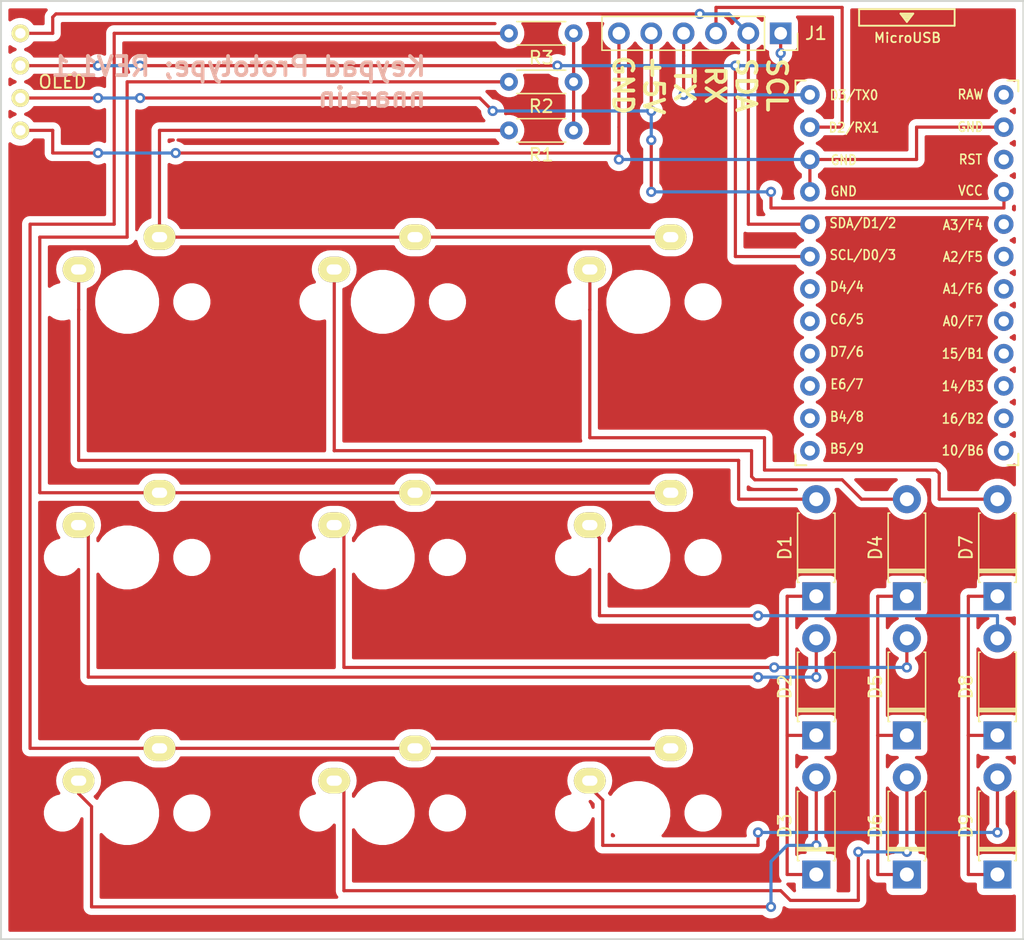
<source format=kicad_pcb>
(kicad_pcb (version 20171130) (host pcbnew "(5.1.6)-1")

  (general
    (thickness 1.6)
    (drawings 6)
    (tracks 180)
    (zones 0)
    (modules 24)
    (nets 39)
  )

  (page A4)
  (layers
    (0 F.Cu signal)
    (31 B.Cu signal)
    (32 B.Adhes user)
    (33 F.Adhes user)
    (34 B.Paste user)
    (35 F.Paste user)
    (36 B.SilkS user)
    (37 F.SilkS user)
    (38 B.Mask user)
    (39 F.Mask user)
    (40 Dwgs.User user)
    (41 Cmts.User user)
    (42 Eco1.User user)
    (43 Eco2.User user)
    (44 Edge.Cuts user)
    (45 Margin user)
    (46 B.CrtYd user)
    (47 F.CrtYd user)
    (48 B.Fab user)
    (49 F.Fab user hide)
  )

  (setup
    (last_trace_width 0.25)
    (trace_clearance 0.2)
    (zone_clearance 0.508)
    (zone_45_only no)
    (trace_min 0.2)
    (via_size 0.8)
    (via_drill 0.4)
    (via_min_size 0.4)
    (via_min_drill 0.3)
    (uvia_size 0.3)
    (uvia_drill 0.1)
    (uvias_allowed no)
    (uvia_min_size 0.2)
    (uvia_min_drill 0.1)
    (edge_width 0.05)
    (segment_width 0.2)
    (pcb_text_width 0.3)
    (pcb_text_size 1.5 1.5)
    (mod_edge_width 0.12)
    (mod_text_size 1 1)
    (mod_text_width 0.15)
    (pad_size 1.524 1.524)
    (pad_drill 0.762)
    (pad_to_mask_clearance 0.05)
    (aux_axis_origin 0 0)
    (visible_elements 7FFFFFFF)
    (pcbplotparams
      (layerselection 0x010fc_ffffffff)
      (usegerberextensions false)
      (usegerberattributes true)
      (usegerberadvancedattributes true)
      (creategerberjobfile true)
      (excludeedgelayer true)
      (linewidth 0.100000)
      (plotframeref false)
      (viasonmask false)
      (mode 1)
      (useauxorigin false)
      (hpglpennumber 1)
      (hpglpenspeed 20)
      (hpglpendiameter 15.000000)
      (psnegative false)
      (psa4output false)
      (plotreference true)
      (plotvalue true)
      (plotinvisibletext false)
      (padsonsilk false)
      (subtractmaskfromsilk false)
      (outputformat 1)
      (mirror false)
      (drillshape 0)
      (scaleselection 1)
      (outputdirectory "export/"))
  )

  (net 0 "")
  (net 1 /KeyMatrix/COL1)
  (net 2 "Net-(D1-Pad2)")
  (net 3 "Net-(D2-Pad2)")
  (net 4 "Net-(D3-Pad2)")
  (net 5 "Net-(D4-Pad2)")
  (net 6 /KeyMatrix/COL2)
  (net 7 "Net-(D5-Pad2)")
  (net 8 "Net-(D6-Pad2)")
  (net 9 /KeyMatrix/ROW2)
  (net 10 "Net-(D7-Pad2)")
  (net 11 /KeyMatrix/COL3)
  (net 12 "Net-(D8-Pad2)")
  (net 13 "Net-(D9-Pad2)")
  (net 14 +5V)
  (net 15 GND)
  (net 16 /KeyMatrix/PWR)
  (net 17 /KeyMatrix/ROW1)
  (net 18 /KeyMatrix/ROW3)
  (net 19 /COL1)
  (net 20 /COL2)
  (net 21 /COL3)
  (net 22 /ROW1)
  (net 23 /ROW2)
  (net 24 /ROW3)
  (net 25 "Net-(U1-Pad13)")
  (net 26 "Net-(U1-Pad14)")
  (net 27 "Net-(U1-Pad15)")
  (net 28 "Net-(U1-Pad16)")
  (net 29 "Net-(U1-Pad17)")
  (net 30 "Net-(U1-Pad18)")
  (net 31 "Net-(U1-Pad19)")
  (net 32 "Net-(U1-Pad20)")
  (net 33 "Net-(U1-Pad22)")
  (net 34 "Net-(U1-Pad24)")
  (net 35 "Net-(J1-Pad1)")
  (net 36 "Net-(J1-Pad2)")
  (net 37 "Net-(J1-Pad3)")
  (net 38 "Net-(J1-Pad4)")

  (net_class Default "This is the default net class."
    (clearance 0.2)
    (trace_width 0.25)
    (via_dia 0.8)
    (via_drill 0.4)
    (uvia_dia 0.3)
    (uvia_drill 0.1)
    (add_net +5V)
    (add_net /COL1)
    (add_net /COL2)
    (add_net /COL3)
    (add_net /KeyMatrix/COL1)
    (add_net /KeyMatrix/COL2)
    (add_net /KeyMatrix/COL3)
    (add_net /KeyMatrix/PWR)
    (add_net /KeyMatrix/ROW1)
    (add_net /KeyMatrix/ROW2)
    (add_net /KeyMatrix/ROW3)
    (add_net /ROW1)
    (add_net /ROW2)
    (add_net /ROW3)
    (add_net GND)
    (add_net "Net-(D1-Pad2)")
    (add_net "Net-(D2-Pad2)")
    (add_net "Net-(D3-Pad2)")
    (add_net "Net-(D4-Pad2)")
    (add_net "Net-(D5-Pad2)")
    (add_net "Net-(D6-Pad2)")
    (add_net "Net-(D7-Pad2)")
    (add_net "Net-(D8-Pad2)")
    (add_net "Net-(D9-Pad2)")
    (add_net "Net-(J1-Pad1)")
    (add_net "Net-(J1-Pad2)")
    (add_net "Net-(J1-Pad3)")
    (add_net "Net-(J1-Pad4)")
    (add_net "Net-(U1-Pad13)")
    (add_net "Net-(U1-Pad14)")
    (add_net "Net-(U1-Pad15)")
    (add_net "Net-(U1-Pad16)")
    (add_net "Net-(U1-Pad17)")
    (add_net "Net-(U1-Pad18)")
    (add_net "Net-(U1-Pad19)")
    (add_net "Net-(U1-Pad20)")
    (add_net "Net-(U1-Pad22)")
    (add_net "Net-(U1-Pad24)")
  )

  (module arduino:ProMicro_v3 (layer F.Cu) (tedit 6035B9FD) (tstamp 603627AD)
    (at 168.402 87.122)
    (path /5FB1ED7A)
    (fp_text reference U1 (at 0 -3.73 270) (layer F.SilkS) hide
      (effects (font (size 1 1) (thickness 0.15)))
    )
    (fp_text value ProMicro (at 0.1 1.32 90) (layer F.Fab) hide
      (effects (font (size 1 1) (thickness 0.15)))
    )
    (fp_line (start 0.15 -19.13) (end -0.15 -19.13) (layer F.SilkS) (width 0.15))
    (fp_line (start 0.25 -19.28) (end -0.25 -19.28) (layer F.SilkS) (width 0.15))
    (fp_line (start 0.35 -19.43) (end -0.35 -19.43) (layer F.SilkS) (width 0.15))
    (fp_line (start 0 -18.93) (end 0.5 -19.58) (layer F.SilkS) (width 0.15))
    (fp_line (start -0.5 -19.58) (end 0 -18.93) (layer F.SilkS) (width 0.15))
    (fp_line (start 0.5 -19.58) (end -0.5 -19.58) (layer F.SilkS) (width 0.15))
    (fp_line (start -3.75 -19.93) (end 3.75 -19.93) (layer F.SilkS) (width 0.15))
    (fp_line (start -3.75 -18.63) (end -3.75 -19.93) (layer F.SilkS) (width 0.15))
    (fp_line (start 3.75 -18.63) (end -3.75 -18.63) (layer F.SilkS) (width 0.15))
    (fp_line (start 3.75 -19.93) (end 3.75 -18.63) (layer F.SilkS) (width 0.15))
    (fp_line (start -3.76 -17.03) (end -8.9 -17.03) (layer F.Fab) (width 0.15))
    (fp_line (start 3.75 -17.03) (end -3.75 -17.03) (layer F.Fab) (width 0.15))
    (fp_line (start 3.75 -18.33) (end 3.75 -17.029039) (layer F.Fab) (width 0.15))
    (fp_line (start -3.75 -18.33) (end -3.75 -17.03) (layer F.Fab) (width 0.15))
    (fp_line (start 3.75 -18.33) (end -3.75 -18.33) (layer F.Fab) (width 0.15))
    (fp_line (start 8.9 -17.03) (end 3.75 -17.03) (layer F.Fab) (width 0.15))
    (fp_line (start -8.9 -17.03) (end -8.9 16.02) (layer F.Fab) (width 0.15))
    (fp_line (start -8.9 16.02) (end 8.9 16.02) (layer F.Fab) (width 0.15))
    (fp_line (start 8.9 16.02) (end 8.9 -17.03) (layer F.Fab) (width 0.15))
    (fp_line (start 8.75 -14.33) (end 8.75 -13.48) (layer F.SilkS) (width 0.15))
    (fp_line (start -8.75 -14.33) (end -8.75 -13.48) (layer F.SilkS) (width 0.15))
    (fp_line (start 8.75 -14.33) (end 7.9 -14.33) (layer F.SilkS) (width 0.15))
    (fp_line (start -8.75 -14.33) (end -7.95 -14.33) (layer F.SilkS) (width 0.15))
    (fp_line (start 8.75 14.97) (end 8.75 15.87) (layer F.SilkS) (width 0.15))
    (fp_line (start -8.75 15.02) (end -8.75 15.87) (layer F.SilkS) (width 0.15))
    (fp_line (start 8.75 15.87) (end 7.9 15.87) (layer F.SilkS) (width 0.15))
    (fp_line (start -8.75 15.87) (end -7.89 15.87) (layer F.SilkS) (width 0.15))
    (fp_text user MicroUSB (at 0.05 -17.68) (layer F.SilkS)
      (effects (font (size 0.75 0.75) (thickness 0.12)))
    )
    (fp_text user MicroUSB (at 0.05 -17.68) (layer F.SilkS)
      (effects (font (size 0.75 0.75) (thickness 0.12)))
    )
    (fp_text user B4/8 (at -4.705 12.07 unlocked) (layer F.SilkS)
      (effects (font (size 0.75 0.67) (thickness 0.125)))
    )
    (fp_text user D2/RX1 (at -4.155 -10.63 unlocked) (layer F.SilkS)
      (effects (font (size 0.75 0.67) (thickness 0.125)))
    )
    (fp_text user B5/9 (at -4.705 14.57 unlocked) (layer F.SilkS)
      (effects (font (size 0.75 0.67) (thickness 0.125)))
    )
    (fp_text user C6/5 (at -4.705 4.42 unlocked) (layer F.SilkS)
      (effects (font (size 0.75 0.67) (thickness 0.125)))
    )
    (fp_text user SCL/D0/3 (at -3.455 -0.63 unlocked) (layer F.SilkS)
      (effects (font (size 0.75 0.67) (thickness 0.125)))
    )
    (fp_text user SDA/D1/2 (at -3.455 -3.13 unlocked) (layer F.SilkS)
      (effects (font (size 0.75 0.67) (thickness 0.125)))
    )
    (fp_text user D4/4 (at -4.705 1.87 unlocked) (layer F.SilkS)
      (effects (font (size 0.75 0.67) (thickness 0.125)))
    )
    (fp_text user D3/TX0 (at -4.155 -13.18 unlocked) (layer F.SilkS)
      (effects (font (size 0.75 0.67) (thickness 0.125)))
    )
    (fp_text user GND (at -4.955 -5.63 unlocked) (layer F.SilkS)
      (effects (font (size 0.75 0.67) (thickness 0.125)))
    )
    (fp_text user GND (at -4.955 -8.08 unlocked) (layer F.SilkS)
      (effects (font (size 0.75 0.67) (thickness 0.125)))
    )
    (fp_text user D7/6 (at -4.705 6.97 unlocked) (layer F.SilkS)
      (effects (font (size 0.75 0.67) (thickness 0.125)))
    )
    (fp_text user E6/7 (at -4.705 9.52 unlocked) (layer F.SilkS)
      (effects (font (size 0.75 0.67) (thickness 0.125)))
    )
    (fp_text user 16/B2 (at 4.395 12.22 unlocked) (layer F.SilkS)
      (effects (font (size 0.75 0.67) (thickness 0.125)))
    )
    (fp_text user 10/B6 (at 4.395 14.72 unlocked) (layer F.SilkS)
      (effects (font (size 0.75 0.67) (thickness 0.125)))
    )
    (fp_text user 14/B3 (at 4.395 9.67 unlocked) (layer F.SilkS)
      (effects (font (size 0.75 0.67) (thickness 0.125)))
    )
    (fp_text user 15/B1 (at 4.395 7.12 unlocked) (layer F.SilkS)
      (effects (font (size 0.75 0.67) (thickness 0.125)))
    )
    (fp_text user A0/F7 (at 4.395 4.57 unlocked) (layer F.SilkS)
      (effects (font (size 0.75 0.67) (thickness 0.125)))
    )
    (fp_text user A1/F6 (at 4.395 2.02 unlocked) (layer F.SilkS)
      (effects (font (size 0.75 0.67) (thickness 0.125)))
    )
    (fp_text user A2/F5 (at 4.395 -0.48 unlocked) (layer F.SilkS)
      (effects (font (size 0.75 0.67) (thickness 0.125)))
    )
    (fp_text user A3/F4 (at 4.395 -2.98 unlocked) (layer F.SilkS)
      (effects (font (size 0.75 0.67) (thickness 0.125)))
    )
    (fp_text user VCC (at 4.995 -5.68 unlocked) (layer F.SilkS)
      (effects (font (size 0.75 0.67) (thickness 0.125)))
    )
    (fp_text user RST (at 4.995 -8.13 unlocked) (layer F.SilkS)
      (effects (font (size 0.75 0.67) (thickness 0.125)))
    )
    (fp_text user GND (at 4.995 -10.68 unlocked) (layer F.SilkS)
      (effects (font (size 0.75 0.67) (thickness 0.125)))
    )
    (fp_text user RAW (at 4.995 -13.23 unlocked) (layer F.SilkS)
      (effects (font (size 0.75 0.67) (thickness 0.125)))
    )
    (pad 1 thru_hole circle (at -7.6114 -13.208) (size 1.524 1.524) (drill 0.8128) (layers *.Cu B.Mask)
      (net 38 "Net-(J1-Pad4)"))
    (pad 2 thru_hole circle (at -7.6114 -10.668) (size 1.524 1.524) (drill 0.8128) (layers *.Cu B.Mask)
      (net 37 "Net-(J1-Pad3)"))
    (pad 3 thru_hole circle (at -7.6114 -8.128) (size 1.524 1.524) (drill 0.8128) (layers *.Cu B.Mask)
      (net 15 GND))
    (pad 4 thru_hole circle (at -7.6114 -5.588) (size 1.524 1.524) (drill 0.8128) (layers *.Cu B.Mask)
      (net 15 GND))
    (pad 5 thru_hole circle (at -7.6114 -3.048) (size 1.524 1.524) (drill 0.8128) (layers *.Cu B.Mask)
      (net 36 "Net-(J1-Pad2)"))
    (pad 6 thru_hole circle (at -7.6114 -0.508) (size 1.524 1.524) (drill 0.8128) (layers *.Cu B.Mask)
      (net 35 "Net-(J1-Pad1)"))
    (pad 7 thru_hole circle (at -7.6114 2.032) (size 1.524 1.524) (drill 0.8128) (layers *.Cu B.Mask)
      (net 19 /COL1))
    (pad 8 thru_hole circle (at -7.6114 4.572) (size 1.524 1.524) (drill 0.8128) (layers *.Cu B.Mask)
      (net 20 /COL2))
    (pad 9 thru_hole circle (at -7.6114 7.112) (size 1.524 1.524) (drill 0.8128) (layers *.Cu B.Mask)
      (net 21 /COL3))
    (pad 10 thru_hole circle (at -7.6114 9.652) (size 1.524 1.524) (drill 0.8128) (layers *.Cu B.Mask)
      (net 22 /ROW1))
    (pad 11 thru_hole circle (at -7.6114 12.192) (size 1.524 1.524) (drill 0.8128) (layers *.Cu B.Mask)
      (net 23 /ROW2))
    (pad 12 thru_hole circle (at -7.6114 14.732) (size 1.524 1.524) (drill 0.8128) (layers *.Cu B.Mask)
      (net 24 /ROW3))
    (pad 13 thru_hole circle (at 7.6086 14.732) (size 1.524 1.524) (drill 0.8128) (layers *.Cu B.Mask)
      (net 25 "Net-(U1-Pad13)"))
    (pad 14 thru_hole circle (at 7.6086 12.192) (size 1.524 1.524) (drill 0.8128) (layers *.Cu B.Mask)
      (net 26 "Net-(U1-Pad14)"))
    (pad 15 thru_hole circle (at 7.6086 9.652) (size 1.524 1.524) (drill 0.8128) (layers *.Cu B.Mask)
      (net 27 "Net-(U1-Pad15)"))
    (pad 16 thru_hole circle (at 7.6086 7.112) (size 1.524 1.524) (drill 0.8128) (layers *.Cu B.Mask)
      (net 28 "Net-(U1-Pad16)"))
    (pad 17 thru_hole circle (at 7.6086 4.572) (size 1.524 1.524) (drill 0.8128) (layers *.Cu B.Mask)
      (net 29 "Net-(U1-Pad17)"))
    (pad 18 thru_hole circle (at 7.6086 2.032) (size 1.524 1.524) (drill 0.8128) (layers *.Cu B.Mask)
      (net 30 "Net-(U1-Pad18)"))
    (pad 19 thru_hole circle (at 7.6086 -0.508) (size 1.524 1.524) (drill 0.8128) (layers *.Cu B.Mask)
      (net 31 "Net-(U1-Pad19)"))
    (pad 20 thru_hole circle (at 7.6086 -3.048) (size 1.524 1.524) (drill 0.8128) (layers *.Cu B.Mask)
      (net 32 "Net-(U1-Pad20)"))
    (pad 21 thru_hole circle (at 7.6086 -5.588) (size 1.524 1.524) (drill 0.8128) (layers *.Cu B.Mask)
      (net 14 +5V))
    (pad 22 thru_hole circle (at 7.6086 -8.128) (size 1.524 1.524) (drill 0.8128) (layers *.Cu B.Mask)
      (net 33 "Net-(U1-Pad22)"))
    (pad 23 thru_hole circle (at 7.6086 -10.668) (size 1.524 1.524) (drill 0.8128) (layers *.Cu B.Mask)
      (net 15 GND))
    (pad 24 thru_hole circle (at 7.6086 -13.208) (size 1.524 1.524) (drill 0.8128) (layers *.Cu B.Mask)
      (net 34 "Net-(U1-Pad24)"))
    (model ${KIPRJMOD}/libraries/kicad-inventory/arduino.3dshapes/ProMicro.step
      (offset (xyz 0 0.35 0.5))
      (scale (xyz 1 1 1))
      (rotate (xyz 0 0 0))
    )
  )

  (module Diode_THT:D_DO-41_SOD81_P7.62mm_Horizontal (layer F.Cu) (tedit 5AE50CD5) (tstamp 5FB36FA0)
    (at 161.29 113.284 90)
    (descr "Diode, DO-41_SOD81 series, Axial, Horizontal, pin pitch=7.62mm, , length*diameter=5.2*2.7mm^2, , http://www.diodes.com/_files/packages/DO-41%20(Plastic).pdf")
    (tags "Diode DO-41_SOD81 series Axial Horizontal pin pitch 7.62mm  length 5.2mm diameter 2.7mm")
    (path /5FB1A6F6/5FB1C34A)
    (fp_text reference D1 (at 3.81 -2.47 90) (layer F.SilkS)
      (effects (font (size 1 1) (thickness 0.15)))
    )
    (fp_text value D (at 3.81 2.47 90) (layer F.Fab)
      (effects (font (size 1 1) (thickness 0.15)))
    )
    (fp_line (start 1.21 -1.35) (end 1.21 1.35) (layer F.Fab) (width 0.1))
    (fp_line (start 1.21 1.35) (end 6.41 1.35) (layer F.Fab) (width 0.1))
    (fp_line (start 6.41 1.35) (end 6.41 -1.35) (layer F.Fab) (width 0.1))
    (fp_line (start 6.41 -1.35) (end 1.21 -1.35) (layer F.Fab) (width 0.1))
    (fp_line (start 0 0) (end 1.21 0) (layer F.Fab) (width 0.1))
    (fp_line (start 7.62 0) (end 6.41 0) (layer F.Fab) (width 0.1))
    (fp_line (start 1.99 -1.35) (end 1.99 1.35) (layer F.Fab) (width 0.1))
    (fp_line (start 2.09 -1.35) (end 2.09 1.35) (layer F.Fab) (width 0.1))
    (fp_line (start 1.89 -1.35) (end 1.89 1.35) (layer F.Fab) (width 0.1))
    (fp_line (start 1.09 -1.34) (end 1.09 -1.47) (layer F.SilkS) (width 0.12))
    (fp_line (start 1.09 -1.47) (end 6.53 -1.47) (layer F.SilkS) (width 0.12))
    (fp_line (start 6.53 -1.47) (end 6.53 -1.34) (layer F.SilkS) (width 0.12))
    (fp_line (start 1.09 1.34) (end 1.09 1.47) (layer F.SilkS) (width 0.12))
    (fp_line (start 1.09 1.47) (end 6.53 1.47) (layer F.SilkS) (width 0.12))
    (fp_line (start 6.53 1.47) (end 6.53 1.34) (layer F.SilkS) (width 0.12))
    (fp_line (start 1.99 -1.47) (end 1.99 1.47) (layer F.SilkS) (width 0.12))
    (fp_line (start 2.11 -1.47) (end 2.11 1.47) (layer F.SilkS) (width 0.12))
    (fp_line (start 1.87 -1.47) (end 1.87 1.47) (layer F.SilkS) (width 0.12))
    (fp_line (start -1.35 -1.6) (end -1.35 1.6) (layer F.CrtYd) (width 0.05))
    (fp_line (start -1.35 1.6) (end 8.97 1.6) (layer F.CrtYd) (width 0.05))
    (fp_line (start 8.97 1.6) (end 8.97 -1.6) (layer F.CrtYd) (width 0.05))
    (fp_line (start 8.97 -1.6) (end -1.35 -1.6) (layer F.CrtYd) (width 0.05))
    (fp_text user %R (at 4.2 0 90) (layer F.Fab)
      (effects (font (size 1 1) (thickness 0.15)))
    )
    (fp_text user K (at 0 -2.1 90) (layer F.Fab)
      (effects (font (size 1 1) (thickness 0.15)))
    )
    (fp_text user K (at 0 -2.1 90) (layer F.SilkS) hide
      (effects (font (size 1 1) (thickness 0.15)))
    )
    (pad 1 thru_hole rect (at 0 0 90) (size 2.2 2.2) (drill 1.1) (layers *.Cu *.Mask)
      (net 1 /KeyMatrix/COL1))
    (pad 2 thru_hole oval (at 7.62 0 90) (size 2.2 2.2) (drill 1.1) (layers *.Cu *.Mask)
      (net 2 "Net-(D1-Pad2)"))
    (model ${KISYS3DMOD}/Diode_THT.3dshapes/D_DO-41_SOD81_P7.62mm_Horizontal.wrl
      (at (xyz 0 0 0))
      (scale (xyz 1 1 1))
      (rotate (xyz 0 0 0))
    )
  )

  (module Diode_THT:D_DO-41_SOD81_P7.62mm_Horizontal (layer F.Cu) (tedit 5AE50CD5) (tstamp 5FB36FBF)
    (at 161.29 124.206 90)
    (descr "Diode, DO-41_SOD81 series, Axial, Horizontal, pin pitch=7.62mm, , length*diameter=5.2*2.7mm^2, , http://www.diodes.com/_files/packages/DO-41%20(Plastic).pdf")
    (tags "Diode DO-41_SOD81 series Axial Horizontal pin pitch 7.62mm  length 5.2mm diameter 2.7mm")
    (path /5FB1A6F6/5FB22C39)
    (fp_text reference D2 (at 3.81 -2.47 90) (layer F.SilkS)
      (effects (font (size 1 1) (thickness 0.15)))
    )
    (fp_text value D (at 3.81 2.47 90) (layer F.Fab)
      (effects (font (size 1 1) (thickness 0.15)))
    )
    (fp_line (start 8.97 -1.6) (end -1.35 -1.6) (layer F.CrtYd) (width 0.05))
    (fp_line (start 8.97 1.6) (end 8.97 -1.6) (layer F.CrtYd) (width 0.05))
    (fp_line (start -1.35 1.6) (end 8.97 1.6) (layer F.CrtYd) (width 0.05))
    (fp_line (start -1.35 -1.6) (end -1.35 1.6) (layer F.CrtYd) (width 0.05))
    (fp_line (start 1.87 -1.47) (end 1.87 1.47) (layer F.SilkS) (width 0.12))
    (fp_line (start 2.11 -1.47) (end 2.11 1.47) (layer F.SilkS) (width 0.12))
    (fp_line (start 1.99 -1.47) (end 1.99 1.47) (layer F.SilkS) (width 0.12))
    (fp_line (start 6.53 1.47) (end 6.53 1.34) (layer F.SilkS) (width 0.12))
    (fp_line (start 1.09 1.47) (end 6.53 1.47) (layer F.SilkS) (width 0.12))
    (fp_line (start 1.09 1.34) (end 1.09 1.47) (layer F.SilkS) (width 0.12))
    (fp_line (start 6.53 -1.47) (end 6.53 -1.34) (layer F.SilkS) (width 0.12))
    (fp_line (start 1.09 -1.47) (end 6.53 -1.47) (layer F.SilkS) (width 0.12))
    (fp_line (start 1.09 -1.34) (end 1.09 -1.47) (layer F.SilkS) (width 0.12))
    (fp_line (start 1.89 -1.35) (end 1.89 1.35) (layer F.Fab) (width 0.1))
    (fp_line (start 2.09 -1.35) (end 2.09 1.35) (layer F.Fab) (width 0.1))
    (fp_line (start 1.99 -1.35) (end 1.99 1.35) (layer F.Fab) (width 0.1))
    (fp_line (start 7.62 0) (end 6.41 0) (layer F.Fab) (width 0.1))
    (fp_line (start 0 0) (end 1.21 0) (layer F.Fab) (width 0.1))
    (fp_line (start 6.41 -1.35) (end 1.21 -1.35) (layer F.Fab) (width 0.1))
    (fp_line (start 6.41 1.35) (end 6.41 -1.35) (layer F.Fab) (width 0.1))
    (fp_line (start 1.21 1.35) (end 6.41 1.35) (layer F.Fab) (width 0.1))
    (fp_line (start 1.21 -1.35) (end 1.21 1.35) (layer F.Fab) (width 0.1))
    (fp_text user K (at 0 -2.1 90) (layer F.SilkS) hide
      (effects (font (size 1 1) (thickness 0.15)))
    )
    (fp_text user K (at 0 -2.1 90) (layer F.Fab)
      (effects (font (size 1 1) (thickness 0.15)))
    )
    (fp_text user %R (at 4.2 0 90) (layer F.Fab)
      (effects (font (size 1 1) (thickness 0.15)))
    )
    (pad 2 thru_hole oval (at 7.62 0 90) (size 2.2 2.2) (drill 1.1) (layers *.Cu *.Mask)
      (net 3 "Net-(D2-Pad2)"))
    (pad 1 thru_hole rect (at 0 0 90) (size 2.2 2.2) (drill 1.1) (layers *.Cu *.Mask)
      (net 1 /KeyMatrix/COL1))
    (model ${KISYS3DMOD}/Diode_THT.3dshapes/D_DO-41_SOD81_P7.62mm_Horizontal.wrl
      (at (xyz 0 0 0))
      (scale (xyz 1 1 1))
      (rotate (xyz 0 0 0))
    )
  )

  (module Diode_THT:D_DO-41_SOD81_P7.62mm_Horizontal (layer F.Cu) (tedit 5AE50CD5) (tstamp 5FB36FDE)
    (at 161.29 135.128 90)
    (descr "Diode, DO-41_SOD81 series, Axial, Horizontal, pin pitch=7.62mm, , length*diameter=5.2*2.7mm^2, , http://www.diodes.com/_files/packages/DO-41%20(Plastic).pdf")
    (tags "Diode DO-41_SOD81 series Axial Horizontal pin pitch 7.62mm  length 5.2mm diameter 2.7mm")
    (path /5FB1A6F6/5FB251C5)
    (fp_text reference D3 (at 3.81 -2.47 90) (layer F.SilkS)
      (effects (font (size 1 1) (thickness 0.15)))
    )
    (fp_text value D (at 3.81 2.47 90) (layer F.Fab)
      (effects (font (size 1 1) (thickness 0.15)))
    )
    (fp_line (start 8.97 -1.6) (end -1.35 -1.6) (layer F.CrtYd) (width 0.05))
    (fp_line (start 8.97 1.6) (end 8.97 -1.6) (layer F.CrtYd) (width 0.05))
    (fp_line (start -1.35 1.6) (end 8.97 1.6) (layer F.CrtYd) (width 0.05))
    (fp_line (start -1.35 -1.6) (end -1.35 1.6) (layer F.CrtYd) (width 0.05))
    (fp_line (start 1.87 -1.47) (end 1.87 1.47) (layer F.SilkS) (width 0.12))
    (fp_line (start 2.11 -1.47) (end 2.11 1.47) (layer F.SilkS) (width 0.12))
    (fp_line (start 1.99 -1.47) (end 1.99 1.47) (layer F.SilkS) (width 0.12))
    (fp_line (start 6.53 1.47) (end 6.53 1.34) (layer F.SilkS) (width 0.12))
    (fp_line (start 1.09 1.47) (end 6.53 1.47) (layer F.SilkS) (width 0.12))
    (fp_line (start 1.09 1.34) (end 1.09 1.47) (layer F.SilkS) (width 0.12))
    (fp_line (start 6.53 -1.47) (end 6.53 -1.34) (layer F.SilkS) (width 0.12))
    (fp_line (start 1.09 -1.47) (end 6.53 -1.47) (layer F.SilkS) (width 0.12))
    (fp_line (start 1.09 -1.34) (end 1.09 -1.47) (layer F.SilkS) (width 0.12))
    (fp_line (start 1.89 -1.35) (end 1.89 1.35) (layer F.Fab) (width 0.1))
    (fp_line (start 2.09 -1.35) (end 2.09 1.35) (layer F.Fab) (width 0.1))
    (fp_line (start 1.99 -1.35) (end 1.99 1.35) (layer F.Fab) (width 0.1))
    (fp_line (start 7.62 0) (end 6.41 0) (layer F.Fab) (width 0.1))
    (fp_line (start 0 0) (end 1.21 0) (layer F.Fab) (width 0.1))
    (fp_line (start 6.41 -1.35) (end 1.21 -1.35) (layer F.Fab) (width 0.1))
    (fp_line (start 6.41 1.35) (end 6.41 -1.35) (layer F.Fab) (width 0.1))
    (fp_line (start 1.21 1.35) (end 6.41 1.35) (layer F.Fab) (width 0.1))
    (fp_line (start 1.21 -1.35) (end 1.21 1.35) (layer F.Fab) (width 0.1))
    (fp_text user K (at 0 -2.1 90) (layer F.SilkS) hide
      (effects (font (size 1 1) (thickness 0.15)))
    )
    (fp_text user K (at 0 -2.1 90) (layer F.Fab)
      (effects (font (size 1 1) (thickness 0.15)))
    )
    (fp_text user %R (at 4.2 0 90) (layer F.Fab)
      (effects (font (size 1 1) (thickness 0.15)))
    )
    (pad 2 thru_hole oval (at 7.62 0 90) (size 2.2 2.2) (drill 1.1) (layers *.Cu *.Mask)
      (net 4 "Net-(D3-Pad2)"))
    (pad 1 thru_hole rect (at 0 0 90) (size 2.2 2.2) (drill 1.1) (layers *.Cu *.Mask)
      (net 1 /KeyMatrix/COL1))
    (model ${KISYS3DMOD}/Diode_THT.3dshapes/D_DO-41_SOD81_P7.62mm_Horizontal.wrl
      (at (xyz 0 0 0))
      (scale (xyz 1 1 1))
      (rotate (xyz 0 0 0))
    )
  )

  (module Diode_THT:D_DO-41_SOD81_P7.62mm_Horizontal (layer F.Cu) (tedit 5AE50CD5) (tstamp 5FB36FFD)
    (at 168.402 113.284 90)
    (descr "Diode, DO-41_SOD81 series, Axial, Horizontal, pin pitch=7.62mm, , length*diameter=5.2*2.7mm^2, , http://www.diodes.com/_files/packages/DO-41%20(Plastic).pdf")
    (tags "Diode DO-41_SOD81 series Axial Horizontal pin pitch 7.62mm  length 5.2mm diameter 2.7mm")
    (path /5FB1A6F6/5FB2025B)
    (fp_text reference D4 (at 3.81 -2.47 90) (layer F.SilkS)
      (effects (font (size 1 1) (thickness 0.15)))
    )
    (fp_text value D (at 3.81 2.47 90) (layer F.Fab)
      (effects (font (size 1 1) (thickness 0.15)))
    )
    (fp_line (start 8.97 -1.6) (end -1.35 -1.6) (layer F.CrtYd) (width 0.05))
    (fp_line (start 8.97 1.6) (end 8.97 -1.6) (layer F.CrtYd) (width 0.05))
    (fp_line (start -1.35 1.6) (end 8.97 1.6) (layer F.CrtYd) (width 0.05))
    (fp_line (start -1.35 -1.6) (end -1.35 1.6) (layer F.CrtYd) (width 0.05))
    (fp_line (start 1.87 -1.47) (end 1.87 1.47) (layer F.SilkS) (width 0.12))
    (fp_line (start 2.11 -1.47) (end 2.11 1.47) (layer F.SilkS) (width 0.12))
    (fp_line (start 1.99 -1.47) (end 1.99 1.47) (layer F.SilkS) (width 0.12))
    (fp_line (start 6.53 1.47) (end 6.53 1.34) (layer F.SilkS) (width 0.12))
    (fp_line (start 1.09 1.47) (end 6.53 1.47) (layer F.SilkS) (width 0.12))
    (fp_line (start 1.09 1.34) (end 1.09 1.47) (layer F.SilkS) (width 0.12))
    (fp_line (start 6.53 -1.47) (end 6.53 -1.34) (layer F.SilkS) (width 0.12))
    (fp_line (start 1.09 -1.47) (end 6.53 -1.47) (layer F.SilkS) (width 0.12))
    (fp_line (start 1.09 -1.34) (end 1.09 -1.47) (layer F.SilkS) (width 0.12))
    (fp_line (start 1.89 -1.35) (end 1.89 1.35) (layer F.Fab) (width 0.1))
    (fp_line (start 2.09 -1.35) (end 2.09 1.35) (layer F.Fab) (width 0.1))
    (fp_line (start 1.99 -1.35) (end 1.99 1.35) (layer F.Fab) (width 0.1))
    (fp_line (start 7.62 0) (end 6.41 0) (layer F.Fab) (width 0.1))
    (fp_line (start 0 0) (end 1.21 0) (layer F.Fab) (width 0.1))
    (fp_line (start 6.41 -1.35) (end 1.21 -1.35) (layer F.Fab) (width 0.1))
    (fp_line (start 6.41 1.35) (end 6.41 -1.35) (layer F.Fab) (width 0.1))
    (fp_line (start 1.21 1.35) (end 6.41 1.35) (layer F.Fab) (width 0.1))
    (fp_line (start 1.21 -1.35) (end 1.21 1.35) (layer F.Fab) (width 0.1))
    (fp_text user K (at 0 -2.1 90) (layer F.SilkS) hide
      (effects (font (size 1 1) (thickness 0.15)))
    )
    (fp_text user K (at 0 -2.1 90) (layer F.Fab)
      (effects (font (size 1 1) (thickness 0.15)))
    )
    (fp_text user %R (at 4.2 0 90) (layer F.Fab)
      (effects (font (size 1 1) (thickness 0.15)))
    )
    (pad 2 thru_hole oval (at 7.62 0 90) (size 2.2 2.2) (drill 1.1) (layers *.Cu *.Mask)
      (net 5 "Net-(D4-Pad2)"))
    (pad 1 thru_hole rect (at 0 0 90) (size 2.2 2.2) (drill 1.1) (layers *.Cu *.Mask)
      (net 6 /KeyMatrix/COL2))
    (model ${KISYS3DMOD}/Diode_THT.3dshapes/D_DO-41_SOD81_P7.62mm_Horizontal.wrl
      (at (xyz 0 0 0))
      (scale (xyz 1 1 1))
      (rotate (xyz 0 0 0))
    )
  )

  (module Diode_THT:D_DO-41_SOD81_P7.62mm_Horizontal (layer F.Cu) (tedit 5AE50CD5) (tstamp 5FB3701C)
    (at 168.402 124.206 90)
    (descr "Diode, DO-41_SOD81 series, Axial, Horizontal, pin pitch=7.62mm, , length*diameter=5.2*2.7mm^2, , http://www.diodes.com/_files/packages/DO-41%20(Plastic).pdf")
    (tags "Diode DO-41_SOD81 series Axial Horizontal pin pitch 7.62mm  length 5.2mm diameter 2.7mm")
    (path /5FB1A6F6/5FB22C45)
    (fp_text reference D5 (at 3.81 -2.47 90) (layer F.SilkS)
      (effects (font (size 1 1) (thickness 0.15)))
    )
    (fp_text value D (at 3.81 2.47 90) (layer F.Fab)
      (effects (font (size 1 1) (thickness 0.15)))
    )
    (fp_line (start 1.21 -1.35) (end 1.21 1.35) (layer F.Fab) (width 0.1))
    (fp_line (start 1.21 1.35) (end 6.41 1.35) (layer F.Fab) (width 0.1))
    (fp_line (start 6.41 1.35) (end 6.41 -1.35) (layer F.Fab) (width 0.1))
    (fp_line (start 6.41 -1.35) (end 1.21 -1.35) (layer F.Fab) (width 0.1))
    (fp_line (start 0 0) (end 1.21 0) (layer F.Fab) (width 0.1))
    (fp_line (start 7.62 0) (end 6.41 0) (layer F.Fab) (width 0.1))
    (fp_line (start 1.99 -1.35) (end 1.99 1.35) (layer F.Fab) (width 0.1))
    (fp_line (start 2.09 -1.35) (end 2.09 1.35) (layer F.Fab) (width 0.1))
    (fp_line (start 1.89 -1.35) (end 1.89 1.35) (layer F.Fab) (width 0.1))
    (fp_line (start 1.09 -1.34) (end 1.09 -1.47) (layer F.SilkS) (width 0.12))
    (fp_line (start 1.09 -1.47) (end 6.53 -1.47) (layer F.SilkS) (width 0.12))
    (fp_line (start 6.53 -1.47) (end 6.53 -1.34) (layer F.SilkS) (width 0.12))
    (fp_line (start 1.09 1.34) (end 1.09 1.47) (layer F.SilkS) (width 0.12))
    (fp_line (start 1.09 1.47) (end 6.53 1.47) (layer F.SilkS) (width 0.12))
    (fp_line (start 6.53 1.47) (end 6.53 1.34) (layer F.SilkS) (width 0.12))
    (fp_line (start 1.99 -1.47) (end 1.99 1.47) (layer F.SilkS) (width 0.12))
    (fp_line (start 2.11 -1.47) (end 2.11 1.47) (layer F.SilkS) (width 0.12))
    (fp_line (start 1.87 -1.47) (end 1.87 1.47) (layer F.SilkS) (width 0.12))
    (fp_line (start -1.35 -1.6) (end -1.35 1.6) (layer F.CrtYd) (width 0.05))
    (fp_line (start -1.35 1.6) (end 8.97 1.6) (layer F.CrtYd) (width 0.05))
    (fp_line (start 8.97 1.6) (end 8.97 -1.6) (layer F.CrtYd) (width 0.05))
    (fp_line (start 8.97 -1.6) (end -1.35 -1.6) (layer F.CrtYd) (width 0.05))
    (fp_text user %R (at 4.2 0 90) (layer F.Fab)
      (effects (font (size 1 1) (thickness 0.15)))
    )
    (fp_text user K (at 0 -2.1 90) (layer F.Fab)
      (effects (font (size 1 1) (thickness 0.15)))
    )
    (fp_text user K (at 0 -2.1 90) (layer F.SilkS) hide
      (effects (font (size 1 1) (thickness 0.15)))
    )
    (pad 1 thru_hole rect (at 0 0 90) (size 2.2 2.2) (drill 1.1) (layers *.Cu *.Mask)
      (net 6 /KeyMatrix/COL2))
    (pad 2 thru_hole oval (at 7.62 0 90) (size 2.2 2.2) (drill 1.1) (layers *.Cu *.Mask)
      (net 7 "Net-(D5-Pad2)"))
    (model ${KISYS3DMOD}/Diode_THT.3dshapes/D_DO-41_SOD81_P7.62mm_Horizontal.wrl
      (at (xyz 0 0 0))
      (scale (xyz 1 1 1))
      (rotate (xyz 0 0 0))
    )
  )

  (module Diode_THT:D_DO-41_SOD81_P7.62mm_Horizontal (layer F.Cu) (tedit 5AE50CD5) (tstamp 5FB3703B)
    (at 168.402 135.128 90)
    (descr "Diode, DO-41_SOD81 series, Axial, Horizontal, pin pitch=7.62mm, , length*diameter=5.2*2.7mm^2, , http://www.diodes.com/_files/packages/DO-41%20(Plastic).pdf")
    (tags "Diode DO-41_SOD81 series Axial Horizontal pin pitch 7.62mm  length 5.2mm diameter 2.7mm")
    (path /5FB1A6F6/5FB251D1)
    (fp_text reference D6 (at 3.81 -2.47 90) (layer F.SilkS)
      (effects (font (size 1 1) (thickness 0.15)))
    )
    (fp_text value D (at 3.81 2.47 90) (layer F.Fab)
      (effects (font (size 1 1) (thickness 0.15)))
    )
    (fp_line (start 8.97 -1.6) (end -1.35 -1.6) (layer F.CrtYd) (width 0.05))
    (fp_line (start 8.97 1.6) (end 8.97 -1.6) (layer F.CrtYd) (width 0.05))
    (fp_line (start -1.35 1.6) (end 8.97 1.6) (layer F.CrtYd) (width 0.05))
    (fp_line (start -1.35 -1.6) (end -1.35 1.6) (layer F.CrtYd) (width 0.05))
    (fp_line (start 1.87 -1.47) (end 1.87 1.47) (layer F.SilkS) (width 0.12))
    (fp_line (start 2.11 -1.47) (end 2.11 1.47) (layer F.SilkS) (width 0.12))
    (fp_line (start 1.99 -1.47) (end 1.99 1.47) (layer F.SilkS) (width 0.12))
    (fp_line (start 6.53 1.47) (end 6.53 1.34) (layer F.SilkS) (width 0.12))
    (fp_line (start 1.09 1.47) (end 6.53 1.47) (layer F.SilkS) (width 0.12))
    (fp_line (start 1.09 1.34) (end 1.09 1.47) (layer F.SilkS) (width 0.12))
    (fp_line (start 6.53 -1.47) (end 6.53 -1.34) (layer F.SilkS) (width 0.12))
    (fp_line (start 1.09 -1.47) (end 6.53 -1.47) (layer F.SilkS) (width 0.12))
    (fp_line (start 1.09 -1.34) (end 1.09 -1.47) (layer F.SilkS) (width 0.12))
    (fp_line (start 1.89 -1.35) (end 1.89 1.35) (layer F.Fab) (width 0.1))
    (fp_line (start 2.09 -1.35) (end 2.09 1.35) (layer F.Fab) (width 0.1))
    (fp_line (start 1.99 -1.35) (end 1.99 1.35) (layer F.Fab) (width 0.1))
    (fp_line (start 7.62 0) (end 6.41 0) (layer F.Fab) (width 0.1))
    (fp_line (start 0 0) (end 1.21 0) (layer F.Fab) (width 0.1))
    (fp_line (start 6.41 -1.35) (end 1.21 -1.35) (layer F.Fab) (width 0.1))
    (fp_line (start 6.41 1.35) (end 6.41 -1.35) (layer F.Fab) (width 0.1))
    (fp_line (start 1.21 1.35) (end 6.41 1.35) (layer F.Fab) (width 0.1))
    (fp_line (start 1.21 -1.35) (end 1.21 1.35) (layer F.Fab) (width 0.1))
    (fp_text user K (at 0 -2.1 90) (layer F.SilkS) hide
      (effects (font (size 1 1) (thickness 0.15)))
    )
    (fp_text user K (at 0 -2.1 90) (layer F.Fab)
      (effects (font (size 1 1) (thickness 0.15)))
    )
    (fp_text user %R (at 4.2 0 90) (layer F.Fab)
      (effects (font (size 1 1) (thickness 0.15)))
    )
    (pad 2 thru_hole oval (at 7.62 0 90) (size 2.2 2.2) (drill 1.1) (layers *.Cu *.Mask)
      (net 8 "Net-(D6-Pad2)"))
    (pad 1 thru_hole rect (at 0 0 90) (size 2.2 2.2) (drill 1.1) (layers *.Cu *.Mask)
      (net 6 /KeyMatrix/COL2))
    (model ${KISYS3DMOD}/Diode_THT.3dshapes/D_DO-41_SOD81_P7.62mm_Horizontal.wrl
      (at (xyz 0 0 0))
      (scale (xyz 1 1 1))
      (rotate (xyz 0 0 0))
    )
  )

  (module Diode_THT:D_DO-41_SOD81_P7.62mm_Horizontal (layer F.Cu) (tedit 5AE50CD5) (tstamp 5FB3705A)
    (at 175.514 113.284 90)
    (descr "Diode, DO-41_SOD81 series, Axial, Horizontal, pin pitch=7.62mm, , length*diameter=5.2*2.7mm^2, , http://www.diodes.com/_files/packages/DO-41%20(Plastic).pdf")
    (tags "Diode DO-41_SOD81 series Axial Horizontal pin pitch 7.62mm  length 5.2mm diameter 2.7mm")
    (path /5FB1A6F6/5FB20719)
    (fp_text reference D7 (at 3.81 -2.47 90) (layer F.SilkS)
      (effects (font (size 1 1) (thickness 0.15)))
    )
    (fp_text value D (at 3.81 2.47 90) (layer F.Fab)
      (effects (font (size 1 1) (thickness 0.15)))
    )
    (fp_line (start 1.21 -1.35) (end 1.21 1.35) (layer F.Fab) (width 0.1))
    (fp_line (start 1.21 1.35) (end 6.41 1.35) (layer F.Fab) (width 0.1))
    (fp_line (start 6.41 1.35) (end 6.41 -1.35) (layer F.Fab) (width 0.1))
    (fp_line (start 6.41 -1.35) (end 1.21 -1.35) (layer F.Fab) (width 0.1))
    (fp_line (start 0 0) (end 1.21 0) (layer F.Fab) (width 0.1))
    (fp_line (start 7.62 0) (end 6.41 0) (layer F.Fab) (width 0.1))
    (fp_line (start 1.99 -1.35) (end 1.99 1.35) (layer F.Fab) (width 0.1))
    (fp_line (start 2.09 -1.35) (end 2.09 1.35) (layer F.Fab) (width 0.1))
    (fp_line (start 1.89 -1.35) (end 1.89 1.35) (layer F.Fab) (width 0.1))
    (fp_line (start 1.09 -1.34) (end 1.09 -1.47) (layer F.SilkS) (width 0.12))
    (fp_line (start 1.09 -1.47) (end 6.53 -1.47) (layer F.SilkS) (width 0.12))
    (fp_line (start 6.53 -1.47) (end 6.53 -1.34) (layer F.SilkS) (width 0.12))
    (fp_line (start 1.09 1.34) (end 1.09 1.47) (layer F.SilkS) (width 0.12))
    (fp_line (start 1.09 1.47) (end 6.53 1.47) (layer F.SilkS) (width 0.12))
    (fp_line (start 6.53 1.47) (end 6.53 1.34) (layer F.SilkS) (width 0.12))
    (fp_line (start 1.99 -1.47) (end 1.99 1.47) (layer F.SilkS) (width 0.12))
    (fp_line (start 2.11 -1.47) (end 2.11 1.47) (layer F.SilkS) (width 0.12))
    (fp_line (start 1.87 -1.47) (end 1.87 1.47) (layer F.SilkS) (width 0.12))
    (fp_line (start -1.35 -1.6) (end -1.35 1.6) (layer F.CrtYd) (width 0.05))
    (fp_line (start -1.35 1.6) (end 8.97 1.6) (layer F.CrtYd) (width 0.05))
    (fp_line (start 8.97 1.6) (end 8.97 -1.6) (layer F.CrtYd) (width 0.05))
    (fp_line (start 8.97 -1.6) (end -1.35 -1.6) (layer F.CrtYd) (width 0.05))
    (fp_text user %R (at 4.2 0 90) (layer F.Fab)
      (effects (font (size 1 1) (thickness 0.15)))
    )
    (fp_text user K (at 0 -2.1 90) (layer F.Fab)
      (effects (font (size 1 1) (thickness 0.15)))
    )
    (fp_text user K (at 0 -2.1 90) (layer F.SilkS) hide
      (effects (font (size 1 1) (thickness 0.15)))
    )
    (pad 1 thru_hole rect (at 0 0 90) (size 2.2 2.2) (drill 1.1) (layers *.Cu *.Mask)
      (net 11 /KeyMatrix/COL3))
    (pad 2 thru_hole oval (at 7.62 0 90) (size 2.2 2.2) (drill 1.1) (layers *.Cu *.Mask)
      (net 10 "Net-(D7-Pad2)"))
    (model ${KISYS3DMOD}/Diode_THT.3dshapes/D_DO-41_SOD81_P7.62mm_Horizontal.wrl
      (at (xyz 0 0 0))
      (scale (xyz 1 1 1))
      (rotate (xyz 0 0 0))
    )
  )

  (module Diode_THT:D_DO-41_SOD81_P7.62mm_Horizontal (layer F.Cu) (tedit 5AE50CD5) (tstamp 5FB37079)
    (at 175.514 124.206 90)
    (descr "Diode, DO-41_SOD81 series, Axial, Horizontal, pin pitch=7.62mm, , length*diameter=5.2*2.7mm^2, , http://www.diodes.com/_files/packages/DO-41%20(Plastic).pdf")
    (tags "Diode DO-41_SOD81 series Axial Horizontal pin pitch 7.62mm  length 5.2mm diameter 2.7mm")
    (path /5FB1A6F6/5FB22C51)
    (fp_text reference D8 (at 3.81 -2.47 90) (layer F.SilkS)
      (effects (font (size 1 1) (thickness 0.15)))
    )
    (fp_text value D (at 3.81 2.47 90) (layer F.Fab)
      (effects (font (size 1 1) (thickness 0.15)))
    )
    (fp_line (start 1.21 -1.35) (end 1.21 1.35) (layer F.Fab) (width 0.1))
    (fp_line (start 1.21 1.35) (end 6.41 1.35) (layer F.Fab) (width 0.1))
    (fp_line (start 6.41 1.35) (end 6.41 -1.35) (layer F.Fab) (width 0.1))
    (fp_line (start 6.41 -1.35) (end 1.21 -1.35) (layer F.Fab) (width 0.1))
    (fp_line (start 0 0) (end 1.21 0) (layer F.Fab) (width 0.1))
    (fp_line (start 7.62 0) (end 6.41 0) (layer F.Fab) (width 0.1))
    (fp_line (start 1.99 -1.35) (end 1.99 1.35) (layer F.Fab) (width 0.1))
    (fp_line (start 2.09 -1.35) (end 2.09 1.35) (layer F.Fab) (width 0.1))
    (fp_line (start 1.89 -1.35) (end 1.89 1.35) (layer F.Fab) (width 0.1))
    (fp_line (start 1.09 -1.34) (end 1.09 -1.47) (layer F.SilkS) (width 0.12))
    (fp_line (start 1.09 -1.47) (end 6.53 -1.47) (layer F.SilkS) (width 0.12))
    (fp_line (start 6.53 -1.47) (end 6.53 -1.34) (layer F.SilkS) (width 0.12))
    (fp_line (start 1.09 1.34) (end 1.09 1.47) (layer F.SilkS) (width 0.12))
    (fp_line (start 1.09 1.47) (end 6.53 1.47) (layer F.SilkS) (width 0.12))
    (fp_line (start 6.53 1.47) (end 6.53 1.34) (layer F.SilkS) (width 0.12))
    (fp_line (start 1.99 -1.47) (end 1.99 1.47) (layer F.SilkS) (width 0.12))
    (fp_line (start 2.11 -1.47) (end 2.11 1.47) (layer F.SilkS) (width 0.12))
    (fp_line (start 1.87 -1.47) (end 1.87 1.47) (layer F.SilkS) (width 0.12))
    (fp_line (start -1.35 -1.6) (end -1.35 1.6) (layer F.CrtYd) (width 0.05))
    (fp_line (start -1.35 1.6) (end 8.97 1.6) (layer F.CrtYd) (width 0.05))
    (fp_line (start 8.97 1.6) (end 8.97 -1.6) (layer F.CrtYd) (width 0.05))
    (fp_line (start 8.97 -1.6) (end -1.35 -1.6) (layer F.CrtYd) (width 0.05))
    (fp_text user %R (at 4.2 0 90) (layer F.Fab)
      (effects (font (size 1 1) (thickness 0.15)))
    )
    (fp_text user K (at 0 -2.1 90) (layer F.Fab)
      (effects (font (size 1 1) (thickness 0.15)))
    )
    (fp_text user K (at 0 -2.1 90) (layer F.SilkS) hide
      (effects (font (size 1 1) (thickness 0.15)))
    )
    (pad 1 thru_hole rect (at 0 0 90) (size 2.2 2.2) (drill 1.1) (layers *.Cu *.Mask)
      (net 11 /KeyMatrix/COL3))
    (pad 2 thru_hole oval (at 7.62 0 90) (size 2.2 2.2) (drill 1.1) (layers *.Cu *.Mask)
      (net 12 "Net-(D8-Pad2)"))
    (model ${KISYS3DMOD}/Diode_THT.3dshapes/D_DO-41_SOD81_P7.62mm_Horizontal.wrl
      (at (xyz 0 0 0))
      (scale (xyz 1 1 1))
      (rotate (xyz 0 0 0))
    )
  )

  (module Diode_THT:D_DO-41_SOD81_P7.62mm_Horizontal (layer F.Cu) (tedit 5AE50CD5) (tstamp 5FB37098)
    (at 175.514 135.128 90)
    (descr "Diode, DO-41_SOD81 series, Axial, Horizontal, pin pitch=7.62mm, , length*diameter=5.2*2.7mm^2, , http://www.diodes.com/_files/packages/DO-41%20(Plastic).pdf")
    (tags "Diode DO-41_SOD81 series Axial Horizontal pin pitch 7.62mm  length 5.2mm diameter 2.7mm")
    (path /5FB1A6F6/5FB251DD)
    (fp_text reference D9 (at 3.81 -2.47 90) (layer F.SilkS)
      (effects (font (size 1 1) (thickness 0.15)))
    )
    (fp_text value D (at 3.81 2.47 90) (layer F.Fab)
      (effects (font (size 1 1) (thickness 0.15)))
    )
    (fp_line (start 1.21 -1.35) (end 1.21 1.35) (layer F.Fab) (width 0.1))
    (fp_line (start 1.21 1.35) (end 6.41 1.35) (layer F.Fab) (width 0.1))
    (fp_line (start 6.41 1.35) (end 6.41 -1.35) (layer F.Fab) (width 0.1))
    (fp_line (start 6.41 -1.35) (end 1.21 -1.35) (layer F.Fab) (width 0.1))
    (fp_line (start 0 0) (end 1.21 0) (layer F.Fab) (width 0.1))
    (fp_line (start 7.62 0) (end 6.41 0) (layer F.Fab) (width 0.1))
    (fp_line (start 1.99 -1.35) (end 1.99 1.35) (layer F.Fab) (width 0.1))
    (fp_line (start 2.09 -1.35) (end 2.09 1.35) (layer F.Fab) (width 0.1))
    (fp_line (start 1.89 -1.35) (end 1.89 1.35) (layer F.Fab) (width 0.1))
    (fp_line (start 1.09 -1.34) (end 1.09 -1.47) (layer F.SilkS) (width 0.12))
    (fp_line (start 1.09 -1.47) (end 6.53 -1.47) (layer F.SilkS) (width 0.12))
    (fp_line (start 6.53 -1.47) (end 6.53 -1.34) (layer F.SilkS) (width 0.12))
    (fp_line (start 1.09 1.34) (end 1.09 1.47) (layer F.SilkS) (width 0.12))
    (fp_line (start 1.09 1.47) (end 6.53 1.47) (layer F.SilkS) (width 0.12))
    (fp_line (start 6.53 1.47) (end 6.53 1.34) (layer F.SilkS) (width 0.12))
    (fp_line (start 1.99 -1.47) (end 1.99 1.47) (layer F.SilkS) (width 0.12))
    (fp_line (start 2.11 -1.47) (end 2.11 1.47) (layer F.SilkS) (width 0.12))
    (fp_line (start 1.87 -1.47) (end 1.87 1.47) (layer F.SilkS) (width 0.12))
    (fp_line (start -1.35 -1.6) (end -1.35 1.6) (layer F.CrtYd) (width 0.05))
    (fp_line (start -1.35 1.6) (end 8.97 1.6) (layer F.CrtYd) (width 0.05))
    (fp_line (start 8.97 1.6) (end 8.97 -1.6) (layer F.CrtYd) (width 0.05))
    (fp_line (start 8.97 -1.6) (end -1.35 -1.6) (layer F.CrtYd) (width 0.05))
    (fp_text user %R (at 4.2 0 90) (layer F.Fab)
      (effects (font (size 1 1) (thickness 0.15)))
    )
    (fp_text user K (at 0 -2.1 90) (layer F.Fab)
      (effects (font (size 1 1) (thickness 0.15)))
    )
    (fp_text user K (at 0 -2.1 90) (layer F.SilkS) hide
      (effects (font (size 1 1) (thickness 0.15)))
    )
    (pad 1 thru_hole rect (at 0 0 90) (size 2.2 2.2) (drill 1.1) (layers *.Cu *.Mask)
      (net 11 /KeyMatrix/COL3))
    (pad 2 thru_hole oval (at 7.62 0 90) (size 2.2 2.2) (drill 1.1) (layers *.Cu *.Mask)
      (net 13 "Net-(D9-Pad2)"))
    (model ${KISYS3DMOD}/Diode_THT.3dshapes/D_DO-41_SOD81_P7.62mm_Horizontal.wrl
      (at (xyz 0 0 0))
      (scale (xyz 1 1 1))
      (rotate (xyz 0 0 0))
    )
  )

  (module kbd:OLED_v2 (layer F.Cu) (tedit 5ED5CC49) (tstamp 5FB370BD)
    (at 98.806 72.898 270)
    (descr "Connecteur 6 pins")
    (tags "CONN DEV")
    (path /5FB2E94F)
    (fp_text reference OL1 (at 2.45 2.25 270) (layer F.Fab)
      (effects (font (size 0.8128 0.8128) (thickness 0.15)))
    )
    (fp_text value OLED (at 0.254 0.762 90) (layer F.SilkS) hide
      (effects (font (size 0.8128 0.8128) (thickness 0.15)))
    )
    (fp_line (start 6 -36.73) (end 6 1.27) (layer Dwgs.User) (width 0.12))
    (fp_line (start -6 -36.73) (end 6 -36.73) (layer Dwgs.User) (width 0.12))
    (fp_line (start -6 1.27) (end -6 -36.73) (layer Dwgs.User) (width 0.12))
    (fp_line (start -6 1.27) (end 6 1.27) (layer Dwgs.User) (width 0.12))
    (fp_text user OLED (at 0 -3.302 180) (layer F.SilkS)
      (effects (font (size 1 1) (thickness 0.15)))
    )
    (pad 1 thru_hole circle (at -3.81 0 270) (size 1.397 1.397) (drill 0.8128) (layers *.Cu F.SilkS B.Mask)
      (net 36 "Net-(J1-Pad2)"))
    (pad 2 thru_hole circle (at -1.27 0 270) (size 1.397 1.397) (drill 0.8128) (layers *.Cu F.SilkS B.Mask)
      (net 35 "Net-(J1-Pad1)"))
    (pad 3 thru_hole circle (at 1.27 0 270) (size 1.397 1.397) (drill 0.8128) (layers *.Cu F.SilkS B.Mask)
      (net 14 +5V))
    (pad 4 thru_hole circle (at 3.81 0 270) (size 1.397 1.397) (drill 0.8128) (layers *.Cu F.SilkS B.Mask)
      (net 15 GND))
    (model "${KIPRJMOD}/libraries/kbd/kicad-packages3D/kbd.3dshapes/OLED Module with Pins Soldered.step"
      (at (xyz 0 0 0))
      (scale (xyz 1 1 1))
      (rotate (xyz 0 0 0))
    )
  )

  (module Resistor_THT:R_Axial_DIN0204_L3.6mm_D1.6mm_P5.08mm_Horizontal (layer F.Cu) (tedit 5AE5139B) (tstamp 5FB370D0)
    (at 142.24 76.708 180)
    (descr "Resistor, Axial_DIN0204 series, Axial, Horizontal, pin pitch=5.08mm, 0.167W, length*diameter=3.6*1.6mm^2, http://cdn-reichelt.de/documents/datenblatt/B400/1_4W%23YAG.pdf")
    (tags "Resistor Axial_DIN0204 series Axial Horizontal pin pitch 5.08mm 0.167W length 3.6mm diameter 1.6mm")
    (path /5FB1A6F6/5FB5F9FF)
    (fp_text reference R1 (at 2.54 -1.92) (layer F.SilkS)
      (effects (font (size 1 1) (thickness 0.15)))
    )
    (fp_text value 10k (at 2.54 1.92) (layer F.Fab)
      (effects (font (size 1 1) (thickness 0.15)))
    )
    (fp_line (start 0.74 -0.8) (end 0.74 0.8) (layer F.Fab) (width 0.1))
    (fp_line (start 0.74 0.8) (end 4.34 0.8) (layer F.Fab) (width 0.1))
    (fp_line (start 4.34 0.8) (end 4.34 -0.8) (layer F.Fab) (width 0.1))
    (fp_line (start 4.34 -0.8) (end 0.74 -0.8) (layer F.Fab) (width 0.1))
    (fp_line (start 0 0) (end 0.74 0) (layer F.Fab) (width 0.1))
    (fp_line (start 5.08 0) (end 4.34 0) (layer F.Fab) (width 0.1))
    (fp_line (start 0.62 -0.92) (end 4.46 -0.92) (layer F.SilkS) (width 0.12))
    (fp_line (start 0.62 0.92) (end 4.46 0.92) (layer F.SilkS) (width 0.12))
    (fp_line (start -0.95 -1.05) (end -0.95 1.05) (layer F.CrtYd) (width 0.05))
    (fp_line (start -0.95 1.05) (end 6.03 1.05) (layer F.CrtYd) (width 0.05))
    (fp_line (start 6.03 1.05) (end 6.03 -1.05) (layer F.CrtYd) (width 0.05))
    (fp_line (start 6.03 -1.05) (end -0.95 -1.05) (layer F.CrtYd) (width 0.05))
    (fp_text user %R (at 2.54 0) (layer F.Fab)
      (effects (font (size 0.72 0.72) (thickness 0.108)))
    )
    (pad 1 thru_hole circle (at 0 0 180) (size 1.4 1.4) (drill 0.7) (layers *.Cu *.Mask)
      (net 16 /KeyMatrix/PWR))
    (pad 2 thru_hole oval (at 5.08 0 180) (size 1.4 1.4) (drill 0.7) (layers *.Cu *.Mask)
      (net 17 /KeyMatrix/ROW1))
    (model ${KISYS3DMOD}/Resistor_THT.3dshapes/R_Axial_DIN0204_L3.6mm_D1.6mm_P5.08mm_Horizontal.wrl
      (at (xyz 0 0 0))
      (scale (xyz 1 1 1))
      (rotate (xyz 0 0 0))
    )
  )

  (module Resistor_THT:R_Axial_DIN0204_L3.6mm_D1.6mm_P5.08mm_Horizontal (layer F.Cu) (tedit 5AE5139B) (tstamp 5FB370E3)
    (at 142.24 72.898 180)
    (descr "Resistor, Axial_DIN0204 series, Axial, Horizontal, pin pitch=5.08mm, 0.167W, length*diameter=3.6*1.6mm^2, http://cdn-reichelt.de/documents/datenblatt/B400/1_4W%23YAG.pdf")
    (tags "Resistor Axial_DIN0204 series Axial Horizontal pin pitch 5.08mm 0.167W length 3.6mm diameter 1.6mm")
    (path /5FB1A6F6/5FB6019F)
    (fp_text reference R2 (at 2.54 -1.92) (layer F.SilkS)
      (effects (font (size 1 1) (thickness 0.15)))
    )
    (fp_text value 10k (at 2.54 1.92) (layer F.Fab)
      (effects (font (size 1 1) (thickness 0.15)))
    )
    (fp_line (start 6.03 -1.05) (end -0.95 -1.05) (layer F.CrtYd) (width 0.05))
    (fp_line (start 6.03 1.05) (end 6.03 -1.05) (layer F.CrtYd) (width 0.05))
    (fp_line (start -0.95 1.05) (end 6.03 1.05) (layer F.CrtYd) (width 0.05))
    (fp_line (start -0.95 -1.05) (end -0.95 1.05) (layer F.CrtYd) (width 0.05))
    (fp_line (start 0.62 0.92) (end 4.46 0.92) (layer F.SilkS) (width 0.12))
    (fp_line (start 0.62 -0.92) (end 4.46 -0.92) (layer F.SilkS) (width 0.12))
    (fp_line (start 5.08 0) (end 4.34 0) (layer F.Fab) (width 0.1))
    (fp_line (start 0 0) (end 0.74 0) (layer F.Fab) (width 0.1))
    (fp_line (start 4.34 -0.8) (end 0.74 -0.8) (layer F.Fab) (width 0.1))
    (fp_line (start 4.34 0.8) (end 4.34 -0.8) (layer F.Fab) (width 0.1))
    (fp_line (start 0.74 0.8) (end 4.34 0.8) (layer F.Fab) (width 0.1))
    (fp_line (start 0.74 -0.8) (end 0.74 0.8) (layer F.Fab) (width 0.1))
    (fp_text user %R (at 2.54 0) (layer F.Fab)
      (effects (font (size 0.72 0.72) (thickness 0.108)))
    )
    (pad 2 thru_hole oval (at 5.08 0 180) (size 1.4 1.4) (drill 0.7) (layers *.Cu *.Mask)
      (net 9 /KeyMatrix/ROW2))
    (pad 1 thru_hole circle (at 0 0 180) (size 1.4 1.4) (drill 0.7) (layers *.Cu *.Mask)
      (net 16 /KeyMatrix/PWR))
    (model ${KISYS3DMOD}/Resistor_THT.3dshapes/R_Axial_DIN0204_L3.6mm_D1.6mm_P5.08mm_Horizontal.wrl
      (at (xyz 0 0 0))
      (scale (xyz 1 1 1))
      (rotate (xyz 0 0 0))
    )
  )

  (module Resistor_THT:R_Axial_DIN0204_L3.6mm_D1.6mm_P5.08mm_Horizontal (layer F.Cu) (tedit 5AE5139B) (tstamp 5FB370F6)
    (at 142.24 69.088 180)
    (descr "Resistor, Axial_DIN0204 series, Axial, Horizontal, pin pitch=5.08mm, 0.167W, length*diameter=3.6*1.6mm^2, http://cdn-reichelt.de/documents/datenblatt/B400/1_4W%23YAG.pdf")
    (tags "Resistor Axial_DIN0204 series Axial Horizontal pin pitch 5.08mm 0.167W length 3.6mm diameter 1.6mm")
    (path /5FB1A6F6/5FB6274E)
    (fp_text reference R3 (at 2.54 -1.92) (layer F.SilkS)
      (effects (font (size 1 1) (thickness 0.15)))
    )
    (fp_text value 10k (at 2.54 1.92) (layer F.Fab)
      (effects (font (size 1 1) (thickness 0.15)))
    )
    (fp_line (start 0.74 -0.8) (end 0.74 0.8) (layer F.Fab) (width 0.1))
    (fp_line (start 0.74 0.8) (end 4.34 0.8) (layer F.Fab) (width 0.1))
    (fp_line (start 4.34 0.8) (end 4.34 -0.8) (layer F.Fab) (width 0.1))
    (fp_line (start 4.34 -0.8) (end 0.74 -0.8) (layer F.Fab) (width 0.1))
    (fp_line (start 0 0) (end 0.74 0) (layer F.Fab) (width 0.1))
    (fp_line (start 5.08 0) (end 4.34 0) (layer F.Fab) (width 0.1))
    (fp_line (start 0.62 -0.92) (end 4.46 -0.92) (layer F.SilkS) (width 0.12))
    (fp_line (start 0.62 0.92) (end 4.46 0.92) (layer F.SilkS) (width 0.12))
    (fp_line (start -0.95 -1.05) (end -0.95 1.05) (layer F.CrtYd) (width 0.05))
    (fp_line (start -0.95 1.05) (end 6.03 1.05) (layer F.CrtYd) (width 0.05))
    (fp_line (start 6.03 1.05) (end 6.03 -1.05) (layer F.CrtYd) (width 0.05))
    (fp_line (start 6.03 -1.05) (end -0.95 -1.05) (layer F.CrtYd) (width 0.05))
    (fp_text user %R (at 2.54 0) (layer F.Fab)
      (effects (font (size 0.72 0.72) (thickness 0.108)))
    )
    (pad 1 thru_hole circle (at 0 0 180) (size 1.4 1.4) (drill 0.7) (layers *.Cu *.Mask)
      (net 16 /KeyMatrix/PWR))
    (pad 2 thru_hole oval (at 5.08 0 180) (size 1.4 1.4) (drill 0.7) (layers *.Cu *.Mask)
      (net 18 /KeyMatrix/ROW3))
    (model ${KISYS3DMOD}/Resistor_THT.3dshapes/R_Axial_DIN0204_L3.6mm_D1.6mm_P5.08mm_Horizontal.wrl
      (at (xyz 0 0 0))
      (scale (xyz 1 1 1))
      (rotate (xyz 0 0 0))
    )
  )

  (module kbd:CherryMX_1u (layer F.Cu) (tedit 5DD09E25) (tstamp 5FB3710B)
    (at 107.188 90.17)
    (path /5FB1A6F6/5FB1A7FB)
    (fp_text reference SW1 (at 4.6 6 180) (layer Dwgs.User) hide
      (effects (font (size 1 1) (thickness 0.15)))
    )
    (fp_text value SW_PUSH (at -0.5 6 180) (layer Dwgs.User) hide
      (effects (font (size 1 1) (thickness 0.15)))
    )
    (fp_line (start -6 7) (end -7 7) (layer Dwgs.User) (width 0.15))
    (fp_line (start -7 6) (end -7 7) (layer Dwgs.User) (width 0.15))
    (fp_line (start 7 -7) (end 6 -7) (layer Dwgs.User) (width 0.15))
    (fp_line (start 7 -6) (end 7 -7) (layer Dwgs.User) (width 0.15))
    (fp_line (start 7 7) (end 7 6) (layer Dwgs.User) (width 0.15))
    (fp_line (start 6 7) (end 7 7) (layer Dwgs.User) (width 0.15))
    (fp_line (start -7 -7) (end -6 -7) (layer Dwgs.User) (width 0.15))
    (fp_line (start -7 -6) (end -7 -7) (layer Dwgs.User) (width 0.15))
    (fp_line (start -9.525 9.525) (end -9.525 -9.525) (layer Dwgs.User) (width 0.15))
    (fp_line (start 9.525 9.525) (end -9.525 9.525) (layer Dwgs.User) (width 0.15))
    (fp_line (start 9.525 -9.525) (end 9.525 9.525) (layer Dwgs.User) (width 0.15))
    (fp_line (start -9.525 -9.525) (end 9.525 -9.525) (layer Dwgs.User) (width 0.15))
    (pad 1 thru_hole oval (at -3.81 -2.54) (size 2.5 2) (drill oval 1.2 0.8) (layers *.Cu F.SilkS B.Mask)
      (net 2 "Net-(D1-Pad2)"))
    (pad 2 thru_hole oval (at 2.54 -5.08) (size 2.5 2) (drill oval 1.2 0.8) (layers *.Cu F.SilkS B.Mask)
      (net 17 /KeyMatrix/ROW1))
    (pad "" np_thru_hole circle (at 5.08 0 90) (size 1.9 1.9) (drill 1.9) (layers *.Cu *.Mask))
    (pad "" np_thru_hole circle (at -5.08 0 90) (size 1.9 1.9) (drill 1.9) (layers *.Cu *.Mask))
    (pad "" np_thru_hole circle (at 0 0 90) (size 4 4) (drill 4) (layers *.Cu *.Mask))
    (model "${KIPRJMOD}/libraries/kbd/kicad-packages3D/kbd.3dshapes/CherryMX Switch.step"
      (at (xyz 0 0 0))
      (scale (xyz 1 1 1))
      (rotate (xyz 0 0 0))
    )
  )

  (module kbd:CherryMX_1u (layer F.Cu) (tedit 5DD09E25) (tstamp 5FB37120)
    (at 107.188 110.236)
    (path /5FB1A6F6/5FB22C33)
    (fp_text reference SW2 (at 4.6 6 180) (layer Dwgs.User) hide
      (effects (font (size 1 1) (thickness 0.15)))
    )
    (fp_text value SW_PUSH (at -0.5 6 180) (layer Dwgs.User) hide
      (effects (font (size 1 1) (thickness 0.15)))
    )
    (fp_line (start -9.525 -9.525) (end 9.525 -9.525) (layer Dwgs.User) (width 0.15))
    (fp_line (start 9.525 -9.525) (end 9.525 9.525) (layer Dwgs.User) (width 0.15))
    (fp_line (start 9.525 9.525) (end -9.525 9.525) (layer Dwgs.User) (width 0.15))
    (fp_line (start -9.525 9.525) (end -9.525 -9.525) (layer Dwgs.User) (width 0.15))
    (fp_line (start -7 -6) (end -7 -7) (layer Dwgs.User) (width 0.15))
    (fp_line (start -7 -7) (end -6 -7) (layer Dwgs.User) (width 0.15))
    (fp_line (start 6 7) (end 7 7) (layer Dwgs.User) (width 0.15))
    (fp_line (start 7 7) (end 7 6) (layer Dwgs.User) (width 0.15))
    (fp_line (start 7 -6) (end 7 -7) (layer Dwgs.User) (width 0.15))
    (fp_line (start 7 -7) (end 6 -7) (layer Dwgs.User) (width 0.15))
    (fp_line (start -7 6) (end -7 7) (layer Dwgs.User) (width 0.15))
    (fp_line (start -6 7) (end -7 7) (layer Dwgs.User) (width 0.15))
    (pad "" np_thru_hole circle (at 0 0 90) (size 4 4) (drill 4) (layers *.Cu *.Mask))
    (pad "" np_thru_hole circle (at -5.08 0 90) (size 1.9 1.9) (drill 1.9) (layers *.Cu *.Mask))
    (pad "" np_thru_hole circle (at 5.08 0 90) (size 1.9 1.9) (drill 1.9) (layers *.Cu *.Mask))
    (pad 2 thru_hole oval (at 2.54 -5.08) (size 2.5 2) (drill oval 1.2 0.8) (layers *.Cu F.SilkS B.Mask)
      (net 9 /KeyMatrix/ROW2))
    (pad 1 thru_hole oval (at -3.81 -2.54) (size 2.5 2) (drill oval 1.2 0.8) (layers *.Cu F.SilkS B.Mask)
      (net 3 "Net-(D2-Pad2)"))
    (model "${KIPRJMOD}/libraries/kbd/kicad-packages3D/kbd.3dshapes/CherryMX Switch.step"
      (at (xyz 0 0 0))
      (scale (xyz 1 1 1))
      (rotate (xyz 0 0 0))
    )
  )

  (module kbd:CherryMX_1u (layer F.Cu) (tedit 5DD09E25) (tstamp 5FB37135)
    (at 107.188 130.302)
    (path /5FB1A6F6/5FB251BF)
    (fp_text reference SW3 (at 4.6 6 180) (layer Dwgs.User) hide
      (effects (font (size 1 1) (thickness 0.15)))
    )
    (fp_text value SW_PUSH (at -0.5 6 180) (layer Dwgs.User) hide
      (effects (font (size 1 1) (thickness 0.15)))
    )
    (fp_line (start -9.525 -9.525) (end 9.525 -9.525) (layer Dwgs.User) (width 0.15))
    (fp_line (start 9.525 -9.525) (end 9.525 9.525) (layer Dwgs.User) (width 0.15))
    (fp_line (start 9.525 9.525) (end -9.525 9.525) (layer Dwgs.User) (width 0.15))
    (fp_line (start -9.525 9.525) (end -9.525 -9.525) (layer Dwgs.User) (width 0.15))
    (fp_line (start -7 -6) (end -7 -7) (layer Dwgs.User) (width 0.15))
    (fp_line (start -7 -7) (end -6 -7) (layer Dwgs.User) (width 0.15))
    (fp_line (start 6 7) (end 7 7) (layer Dwgs.User) (width 0.15))
    (fp_line (start 7 7) (end 7 6) (layer Dwgs.User) (width 0.15))
    (fp_line (start 7 -6) (end 7 -7) (layer Dwgs.User) (width 0.15))
    (fp_line (start 7 -7) (end 6 -7) (layer Dwgs.User) (width 0.15))
    (fp_line (start -7 6) (end -7 7) (layer Dwgs.User) (width 0.15))
    (fp_line (start -6 7) (end -7 7) (layer Dwgs.User) (width 0.15))
    (pad "" np_thru_hole circle (at 0 0 90) (size 4 4) (drill 4) (layers *.Cu *.Mask))
    (pad "" np_thru_hole circle (at -5.08 0 90) (size 1.9 1.9) (drill 1.9) (layers *.Cu *.Mask))
    (pad "" np_thru_hole circle (at 5.08 0 90) (size 1.9 1.9) (drill 1.9) (layers *.Cu *.Mask))
    (pad 2 thru_hole oval (at 2.54 -5.08) (size 2.5 2) (drill oval 1.2 0.8) (layers *.Cu F.SilkS B.Mask)
      (net 18 /KeyMatrix/ROW3))
    (pad 1 thru_hole oval (at -3.81 -2.54) (size 2.5 2) (drill oval 1.2 0.8) (layers *.Cu F.SilkS B.Mask)
      (net 4 "Net-(D3-Pad2)"))
    (model "${KIPRJMOD}/libraries/kbd/kicad-packages3D/kbd.3dshapes/CherryMX Switch.step"
      (at (xyz 0 0 0))
      (scale (xyz 1 1 1))
      (rotate (xyz 0 0 0))
    )
  )

  (module kbd:CherryMX_1u (layer F.Cu) (tedit 5DD09E25) (tstamp 5FB3714A)
    (at 127.254 90.17)
    (path /5FB1A6F6/5FB20255)
    (fp_text reference SW4 (at 4.6 6 180) (layer Dwgs.User) hide
      (effects (font (size 1 1) (thickness 0.15)))
    )
    (fp_text value SW_PUSH (at -0.5 6 180) (layer Dwgs.User) hide
      (effects (font (size 1 1) (thickness 0.15)))
    )
    (fp_line (start -9.525 -9.525) (end 9.525 -9.525) (layer Dwgs.User) (width 0.15))
    (fp_line (start 9.525 -9.525) (end 9.525 9.525) (layer Dwgs.User) (width 0.15))
    (fp_line (start 9.525 9.525) (end -9.525 9.525) (layer Dwgs.User) (width 0.15))
    (fp_line (start -9.525 9.525) (end -9.525 -9.525) (layer Dwgs.User) (width 0.15))
    (fp_line (start -7 -6) (end -7 -7) (layer Dwgs.User) (width 0.15))
    (fp_line (start -7 -7) (end -6 -7) (layer Dwgs.User) (width 0.15))
    (fp_line (start 6 7) (end 7 7) (layer Dwgs.User) (width 0.15))
    (fp_line (start 7 7) (end 7 6) (layer Dwgs.User) (width 0.15))
    (fp_line (start 7 -6) (end 7 -7) (layer Dwgs.User) (width 0.15))
    (fp_line (start 7 -7) (end 6 -7) (layer Dwgs.User) (width 0.15))
    (fp_line (start -7 6) (end -7 7) (layer Dwgs.User) (width 0.15))
    (fp_line (start -6 7) (end -7 7) (layer Dwgs.User) (width 0.15))
    (pad "" np_thru_hole circle (at 0 0 90) (size 4 4) (drill 4) (layers *.Cu *.Mask))
    (pad "" np_thru_hole circle (at -5.08 0 90) (size 1.9 1.9) (drill 1.9) (layers *.Cu *.Mask))
    (pad "" np_thru_hole circle (at 5.08 0 90) (size 1.9 1.9) (drill 1.9) (layers *.Cu *.Mask))
    (pad 2 thru_hole oval (at 2.54 -5.08) (size 2.5 2) (drill oval 1.2 0.8) (layers *.Cu F.SilkS B.Mask)
      (net 17 /KeyMatrix/ROW1))
    (pad 1 thru_hole oval (at -3.81 -2.54) (size 2.5 2) (drill oval 1.2 0.8) (layers *.Cu F.SilkS B.Mask)
      (net 5 "Net-(D4-Pad2)"))
    (model "${KIPRJMOD}/libraries/kbd/kicad-packages3D/kbd.3dshapes/CherryMX Switch.step"
      (at (xyz 0 0 0))
      (scale (xyz 1 1 1))
      (rotate (xyz 0 0 0))
    )
  )

  (module kbd:CherryMX_1u (layer F.Cu) (tedit 5DD09E25) (tstamp 5FB3715F)
    (at 127.254 110.236)
    (path /5FB1A6F6/5FB22C3F)
    (fp_text reference SW5 (at 4.6 6 180) (layer Dwgs.User) hide
      (effects (font (size 1 1) (thickness 0.15)))
    )
    (fp_text value SW_PUSH (at -0.5 6 180) (layer Dwgs.User) hide
      (effects (font (size 1 1) (thickness 0.15)))
    )
    (fp_line (start -6 7) (end -7 7) (layer Dwgs.User) (width 0.15))
    (fp_line (start -7 6) (end -7 7) (layer Dwgs.User) (width 0.15))
    (fp_line (start 7 -7) (end 6 -7) (layer Dwgs.User) (width 0.15))
    (fp_line (start 7 -6) (end 7 -7) (layer Dwgs.User) (width 0.15))
    (fp_line (start 7 7) (end 7 6) (layer Dwgs.User) (width 0.15))
    (fp_line (start 6 7) (end 7 7) (layer Dwgs.User) (width 0.15))
    (fp_line (start -7 -7) (end -6 -7) (layer Dwgs.User) (width 0.15))
    (fp_line (start -7 -6) (end -7 -7) (layer Dwgs.User) (width 0.15))
    (fp_line (start -9.525 9.525) (end -9.525 -9.525) (layer Dwgs.User) (width 0.15))
    (fp_line (start 9.525 9.525) (end -9.525 9.525) (layer Dwgs.User) (width 0.15))
    (fp_line (start 9.525 -9.525) (end 9.525 9.525) (layer Dwgs.User) (width 0.15))
    (fp_line (start -9.525 -9.525) (end 9.525 -9.525) (layer Dwgs.User) (width 0.15))
    (pad 1 thru_hole oval (at -3.81 -2.54) (size 2.5 2) (drill oval 1.2 0.8) (layers *.Cu F.SilkS B.Mask)
      (net 7 "Net-(D5-Pad2)"))
    (pad 2 thru_hole oval (at 2.54 -5.08) (size 2.5 2) (drill oval 1.2 0.8) (layers *.Cu F.SilkS B.Mask)
      (net 9 /KeyMatrix/ROW2))
    (pad "" np_thru_hole circle (at 5.08 0 90) (size 1.9 1.9) (drill 1.9) (layers *.Cu *.Mask))
    (pad "" np_thru_hole circle (at -5.08 0 90) (size 1.9 1.9) (drill 1.9) (layers *.Cu *.Mask))
    (pad "" np_thru_hole circle (at 0 0 90) (size 4 4) (drill 4) (layers *.Cu *.Mask))
    (model "${KIPRJMOD}/libraries/kbd/kicad-packages3D/kbd.3dshapes/CherryMX Switch.step"
      (at (xyz 0 0 0))
      (scale (xyz 1 1 1))
      (rotate (xyz 0 0 0))
    )
  )

  (module kbd:CherryMX_1u (layer F.Cu) (tedit 5DD09E25) (tstamp 5FB37174)
    (at 127.254 130.302)
    (path /5FB1A6F6/5FB251CB)
    (fp_text reference SW6 (at 4.6 6 180) (layer Dwgs.User) hide
      (effects (font (size 1 1) (thickness 0.15)))
    )
    (fp_text value SW_PUSH (at -0.5 6 180) (layer Dwgs.User) hide
      (effects (font (size 1 1) (thickness 0.15)))
    )
    (fp_line (start -6 7) (end -7 7) (layer Dwgs.User) (width 0.15))
    (fp_line (start -7 6) (end -7 7) (layer Dwgs.User) (width 0.15))
    (fp_line (start 7 -7) (end 6 -7) (layer Dwgs.User) (width 0.15))
    (fp_line (start 7 -6) (end 7 -7) (layer Dwgs.User) (width 0.15))
    (fp_line (start 7 7) (end 7 6) (layer Dwgs.User) (width 0.15))
    (fp_line (start 6 7) (end 7 7) (layer Dwgs.User) (width 0.15))
    (fp_line (start -7 -7) (end -6 -7) (layer Dwgs.User) (width 0.15))
    (fp_line (start -7 -6) (end -7 -7) (layer Dwgs.User) (width 0.15))
    (fp_line (start -9.525 9.525) (end -9.525 -9.525) (layer Dwgs.User) (width 0.15))
    (fp_line (start 9.525 9.525) (end -9.525 9.525) (layer Dwgs.User) (width 0.15))
    (fp_line (start 9.525 -9.525) (end 9.525 9.525) (layer Dwgs.User) (width 0.15))
    (fp_line (start -9.525 -9.525) (end 9.525 -9.525) (layer Dwgs.User) (width 0.15))
    (pad 1 thru_hole oval (at -3.81 -2.54) (size 2.5 2) (drill oval 1.2 0.8) (layers *.Cu F.SilkS B.Mask)
      (net 8 "Net-(D6-Pad2)"))
    (pad 2 thru_hole oval (at 2.54 -5.08) (size 2.5 2) (drill oval 1.2 0.8) (layers *.Cu F.SilkS B.Mask)
      (net 18 /KeyMatrix/ROW3))
    (pad "" np_thru_hole circle (at 5.08 0 90) (size 1.9 1.9) (drill 1.9) (layers *.Cu *.Mask))
    (pad "" np_thru_hole circle (at -5.08 0 90) (size 1.9 1.9) (drill 1.9) (layers *.Cu *.Mask))
    (pad "" np_thru_hole circle (at 0 0 90) (size 4 4) (drill 4) (layers *.Cu *.Mask))
    (model "${KIPRJMOD}/libraries/kbd/kicad-packages3D/kbd.3dshapes/CherryMX Switch.step"
      (at (xyz 0 0 0))
      (scale (xyz 1 1 1))
      (rotate (xyz 0 0 0))
    )
  )

  (module kbd:CherryMX_1u (layer F.Cu) (tedit 5DD09E25) (tstamp 5FB37189)
    (at 147.32 90.17)
    (path /5FB1A6F6/5FB20713)
    (fp_text reference SW7 (at 4.6 6 180) (layer Dwgs.User) hide
      (effects (font (size 1 1) (thickness 0.15)))
    )
    (fp_text value SW_PUSH (at -0.5 6 180) (layer Dwgs.User) hide
      (effects (font (size 1 1) (thickness 0.15)))
    )
    (fp_line (start -6 7) (end -7 7) (layer Dwgs.User) (width 0.15))
    (fp_line (start -7 6) (end -7 7) (layer Dwgs.User) (width 0.15))
    (fp_line (start 7 -7) (end 6 -7) (layer Dwgs.User) (width 0.15))
    (fp_line (start 7 -6) (end 7 -7) (layer Dwgs.User) (width 0.15))
    (fp_line (start 7 7) (end 7 6) (layer Dwgs.User) (width 0.15))
    (fp_line (start 6 7) (end 7 7) (layer Dwgs.User) (width 0.15))
    (fp_line (start -7 -7) (end -6 -7) (layer Dwgs.User) (width 0.15))
    (fp_line (start -7 -6) (end -7 -7) (layer Dwgs.User) (width 0.15))
    (fp_line (start -9.525 9.525) (end -9.525 -9.525) (layer Dwgs.User) (width 0.15))
    (fp_line (start 9.525 9.525) (end -9.525 9.525) (layer Dwgs.User) (width 0.15))
    (fp_line (start 9.525 -9.525) (end 9.525 9.525) (layer Dwgs.User) (width 0.15))
    (fp_line (start -9.525 -9.525) (end 9.525 -9.525) (layer Dwgs.User) (width 0.15))
    (pad 1 thru_hole oval (at -3.81 -2.54) (size 2.5 2) (drill oval 1.2 0.8) (layers *.Cu F.SilkS B.Mask)
      (net 10 "Net-(D7-Pad2)"))
    (pad 2 thru_hole oval (at 2.54 -5.08) (size 2.5 2) (drill oval 1.2 0.8) (layers *.Cu F.SilkS B.Mask)
      (net 17 /KeyMatrix/ROW1))
    (pad "" np_thru_hole circle (at 5.08 0 90) (size 1.9 1.9) (drill 1.9) (layers *.Cu *.Mask))
    (pad "" np_thru_hole circle (at -5.08 0 90) (size 1.9 1.9) (drill 1.9) (layers *.Cu *.Mask))
    (pad "" np_thru_hole circle (at 0 0 90) (size 4 4) (drill 4) (layers *.Cu *.Mask))
    (model "${KIPRJMOD}/libraries/kbd/kicad-packages3D/kbd.3dshapes/CherryMX Switch.step"
      (at (xyz 0 0 0))
      (scale (xyz 1 1 1))
      (rotate (xyz 0 0 0))
    )
  )

  (module kbd:CherryMX_1u (layer F.Cu) (tedit 5DD09E25) (tstamp 5FB3719E)
    (at 147.32 110.236)
    (path /5FB1A6F6/5FB22C4B)
    (fp_text reference SW8 (at 4.6 6 180) (layer Dwgs.User) hide
      (effects (font (size 1 1) (thickness 0.15)))
    )
    (fp_text value SW_PUSH (at -0.5 6 180) (layer Dwgs.User) hide
      (effects (font (size 1 1) (thickness 0.15)))
    )
    (fp_line (start -6 7) (end -7 7) (layer Dwgs.User) (width 0.15))
    (fp_line (start -7 6) (end -7 7) (layer Dwgs.User) (width 0.15))
    (fp_line (start 7 -7) (end 6 -7) (layer Dwgs.User) (width 0.15))
    (fp_line (start 7 -6) (end 7 -7) (layer Dwgs.User) (width 0.15))
    (fp_line (start 7 7) (end 7 6) (layer Dwgs.User) (width 0.15))
    (fp_line (start 6 7) (end 7 7) (layer Dwgs.User) (width 0.15))
    (fp_line (start -7 -7) (end -6 -7) (layer Dwgs.User) (width 0.15))
    (fp_line (start -7 -6) (end -7 -7) (layer Dwgs.User) (width 0.15))
    (fp_line (start -9.525 9.525) (end -9.525 -9.525) (layer Dwgs.User) (width 0.15))
    (fp_line (start 9.525 9.525) (end -9.525 9.525) (layer Dwgs.User) (width 0.15))
    (fp_line (start 9.525 -9.525) (end 9.525 9.525) (layer Dwgs.User) (width 0.15))
    (fp_line (start -9.525 -9.525) (end 9.525 -9.525) (layer Dwgs.User) (width 0.15))
    (pad 1 thru_hole oval (at -3.81 -2.54) (size 2.5 2) (drill oval 1.2 0.8) (layers *.Cu F.SilkS B.Mask)
      (net 12 "Net-(D8-Pad2)"))
    (pad 2 thru_hole oval (at 2.54 -5.08) (size 2.5 2) (drill oval 1.2 0.8) (layers *.Cu F.SilkS B.Mask)
      (net 9 /KeyMatrix/ROW2))
    (pad "" np_thru_hole circle (at 5.08 0 90) (size 1.9 1.9) (drill 1.9) (layers *.Cu *.Mask))
    (pad "" np_thru_hole circle (at -5.08 0 90) (size 1.9 1.9) (drill 1.9) (layers *.Cu *.Mask))
    (pad "" np_thru_hole circle (at 0 0 90) (size 4 4) (drill 4) (layers *.Cu *.Mask))
    (model "${KIPRJMOD}/libraries/kbd/kicad-packages3D/kbd.3dshapes/CherryMX Switch.step"
      (at (xyz 0 0 0))
      (scale (xyz 1 1 1))
      (rotate (xyz 0 0 0))
    )
  )

  (module kbd:CherryMX_1u (layer F.Cu) (tedit 5DD09E25) (tstamp 5FB371B3)
    (at 147.32 130.302)
    (path /5FB1A6F6/5FB251D7)
    (fp_text reference SW9 (at 4.6 6 180) (layer Dwgs.User) hide
      (effects (font (size 1 1) (thickness 0.15)))
    )
    (fp_text value SW_PUSH (at -0.5 6 180) (layer Dwgs.User) hide
      (effects (font (size 1 1) (thickness 0.15)))
    )
    (fp_line (start -9.525 -9.525) (end 9.525 -9.525) (layer Dwgs.User) (width 0.15))
    (fp_line (start 9.525 -9.525) (end 9.525 9.525) (layer Dwgs.User) (width 0.15))
    (fp_line (start 9.525 9.525) (end -9.525 9.525) (layer Dwgs.User) (width 0.15))
    (fp_line (start -9.525 9.525) (end -9.525 -9.525) (layer Dwgs.User) (width 0.15))
    (fp_line (start -7 -6) (end -7 -7) (layer Dwgs.User) (width 0.15))
    (fp_line (start -7 -7) (end -6 -7) (layer Dwgs.User) (width 0.15))
    (fp_line (start 6 7) (end 7 7) (layer Dwgs.User) (width 0.15))
    (fp_line (start 7 7) (end 7 6) (layer Dwgs.User) (width 0.15))
    (fp_line (start 7 -6) (end 7 -7) (layer Dwgs.User) (width 0.15))
    (fp_line (start 7 -7) (end 6 -7) (layer Dwgs.User) (width 0.15))
    (fp_line (start -7 6) (end -7 7) (layer Dwgs.User) (width 0.15))
    (fp_line (start -6 7) (end -7 7) (layer Dwgs.User) (width 0.15))
    (pad "" np_thru_hole circle (at 0 0 90) (size 4 4) (drill 4) (layers *.Cu *.Mask))
    (pad "" np_thru_hole circle (at -5.08 0 90) (size 1.9 1.9) (drill 1.9) (layers *.Cu *.Mask))
    (pad "" np_thru_hole circle (at 5.08 0 90) (size 1.9 1.9) (drill 1.9) (layers *.Cu *.Mask))
    (pad 2 thru_hole oval (at 2.54 -5.08) (size 2.5 2) (drill oval 1.2 0.8) (layers *.Cu F.SilkS B.Mask)
      (net 18 /KeyMatrix/ROW3))
    (pad 1 thru_hole oval (at -3.81 -2.54) (size 2.5 2) (drill oval 1.2 0.8) (layers *.Cu F.SilkS B.Mask)
      (net 13 "Net-(D9-Pad2)"))
    (model "${KIPRJMOD}/libraries/kbd/kicad-packages3D/kbd.3dshapes/CherryMX Switch.step"
      (at (xyz 0 0 0))
      (scale (xyz 1 1 1))
      (rotate (xyz 0 0 0))
    )
  )

  (module Connector_PinSocket_2.54mm:PinSocket_1x06_P2.54mm_Vertical (layer F.Cu) (tedit 5A19A430) (tstamp 5FB45576)
    (at 158.496 69.088 270)
    (descr "Through hole straight socket strip, 1x06, 2.54mm pitch, single row (from Kicad 4.0.7), script generated")
    (tags "Through hole socket strip THT 1x06 2.54mm single row")
    (path /5FB45757)
    (fp_text reference J1 (at 0 -2.77 180) (layer F.SilkS)
      (effects (font (size 1 1) (thickness 0.15)))
    )
    (fp_text value Conn_01x06 (at 0 15.47 90) (layer F.Fab)
      (effects (font (size 1 1) (thickness 0.15)))
    )
    (fp_line (start -1.8 14.45) (end -1.8 -1.8) (layer F.CrtYd) (width 0.05))
    (fp_line (start 1.75 14.45) (end -1.8 14.45) (layer F.CrtYd) (width 0.05))
    (fp_line (start 1.75 -1.8) (end 1.75 14.45) (layer F.CrtYd) (width 0.05))
    (fp_line (start -1.8 -1.8) (end 1.75 -1.8) (layer F.CrtYd) (width 0.05))
    (fp_line (start 0 -1.33) (end 1.33 -1.33) (layer F.SilkS) (width 0.12))
    (fp_line (start 1.33 -1.33) (end 1.33 0) (layer F.SilkS) (width 0.12))
    (fp_line (start 1.33 1.27) (end 1.33 14.03) (layer F.SilkS) (width 0.12))
    (fp_line (start -1.33 14.03) (end 1.33 14.03) (layer F.SilkS) (width 0.12))
    (fp_line (start -1.33 1.27) (end -1.33 14.03) (layer F.SilkS) (width 0.12))
    (fp_line (start -1.33 1.27) (end 1.33 1.27) (layer F.SilkS) (width 0.12))
    (fp_line (start -1.27 13.97) (end -1.27 -1.27) (layer F.Fab) (width 0.1))
    (fp_line (start 1.27 13.97) (end -1.27 13.97) (layer F.Fab) (width 0.1))
    (fp_line (start 1.27 -0.635) (end 1.27 13.97) (layer F.Fab) (width 0.1))
    (fp_line (start 0.635 -1.27) (end 1.27 -0.635) (layer F.Fab) (width 0.1))
    (fp_line (start -1.27 -1.27) (end 0.635 -1.27) (layer F.Fab) (width 0.1))
    (fp_text user %R (at 0 6.35) (layer F.Fab)
      (effects (font (size 1 1) (thickness 0.15)))
    )
    (pad 1 thru_hole rect (at 0 0 270) (size 1.7 1.7) (drill 1) (layers *.Cu *.Mask)
      (net 35 "Net-(J1-Pad1)"))
    (pad 2 thru_hole oval (at 0 2.54 270) (size 1.7 1.7) (drill 1) (layers *.Cu *.Mask)
      (net 36 "Net-(J1-Pad2)"))
    (pad 3 thru_hole oval (at 0 5.08 270) (size 1.7 1.7) (drill 1) (layers *.Cu *.Mask)
      (net 37 "Net-(J1-Pad3)"))
    (pad 4 thru_hole oval (at 0 7.62 270) (size 1.7 1.7) (drill 1) (layers *.Cu *.Mask)
      (net 38 "Net-(J1-Pad4)"))
    (pad 5 thru_hole oval (at 0 10.16 270) (size 1.7 1.7) (drill 1) (layers *.Cu *.Mask)
      (net 14 +5V))
    (pad 6 thru_hole oval (at 0 12.7 270) (size 1.7 1.7) (drill 1) (layers *.Cu *.Mask)
      (net 15 GND))
    (model ${KISYS3DMOD}/Connector_PinSocket_2.54mm.3dshapes/PinSocket_1x06_P2.54mm_Vertical.wrl
      (at (xyz 0 0 0))
      (scale (xyz 1 1 1))
      (rotate (xyz 0 0 0))
    )
  )

  (gr_text "Keypad Prototype; REV1.1\nnnarain" (at 130.81 72.898) (layer B.SilkS)
    (effects (font (size 1.5 1.5) (thickness 0.3)) (justify left mirror))
  )
  (gr_text "SCL\nSDA\nRX\nTX\n+5V\nGND" (at 152.146 73.152 270) (layer F.SilkS)
    (effects (font (size 1.5 1.5) (thickness 0.3)))
  )
  (gr_line (start 97.282 140.208) (end 97.282 66.548) (layer Edge.Cuts) (width 0.15) (tstamp 5FB3B0B8))
  (gr_line (start 177.546 140.208) (end 97.282 140.208) (layer Edge.Cuts) (width 0.15))
  (gr_line (start 177.546 66.548) (end 177.546 140.208) (layer Edge.Cuts) (width 0.15))
  (gr_line (start 97.282 66.548) (end 177.546 66.548) (layer Edge.Cuts) (width 0.15))

  (segment (start 161.29 135.128) (end 159.004 135.128) (width 0.25) (layer F.Cu) (net 1))
  (segment (start 159.004 135.128) (end 159.004 124.206) (width 0.25) (layer F.Cu) (net 1))
  (segment (start 159.004 124.206) (end 161.29 124.206) (width 0.25) (layer F.Cu) (net 1))
  (segment (start 159.004 124.206) (end 159.004 113.284) (width 0.25) (layer F.Cu) (net 1))
  (segment (start 159.004 113.284) (end 161.29 113.284) (width 0.25) (layer F.Cu) (net 1))
  (segment (start 161.29 105.664) (end 155.194 105.664) (width 0.25) (layer F.Cu) (net 2))
  (segment (start 155.194 105.664) (end 155.194 102.616) (width 0.25) (layer F.Cu) (net 2))
  (segment (start 155.194 102.616) (end 103.378 102.616) (width 0.25) (layer F.Cu) (net 2))
  (segment (start 103.383001 87.635001) (end 103.378 87.63) (width 0.25) (layer F.Cu) (net 2))
  (segment (start 103.383001 90.782001) (end 103.383001 87.635001) (width 0.25) (layer F.Cu) (net 2))
  (segment (start 103.378 90.787002) (end 103.383001 90.782001) (width 0.25) (layer F.Cu) (net 2))
  (segment (start 103.378 102.616) (end 103.378 90.787002) (width 0.25) (layer F.Cu) (net 2))
  (segment (start 103.378 107.696) (end 104.14 108.458) (width 0.25) (layer F.Cu) (net 3))
  (segment (start 104.14 108.458) (end 104.14 119.634) (width 0.25) (layer F.Cu) (net 3))
  (segment (start 104.14 119.634) (end 156.718 119.634) (width 0.25) (layer F.Cu) (net 3))
  (via (at 156.718 119.634) (size 0.8) (drill 0.4) (layers F.Cu B.Cu) (net 3))
  (segment (start 156.718 119.634) (end 161.29 119.634) (width 0.25) (layer B.Cu) (net 3))
  (via (at 161.29 119.634) (size 0.8) (drill 0.4) (layers F.Cu B.Cu) (net 3))
  (segment (start 161.29 119.634) (end 161.29 116.586) (width 0.25) (layer F.Cu) (net 3))
  (segment (start 103.378 127.762) (end 103.378 128.778) (width 0.25) (layer F.Cu) (net 4))
  (segment (start 103.378 128.778) (end 104.394 129.794) (width 0.25) (layer F.Cu) (net 4))
  (segment (start 104.394 129.794) (end 104.394 137.668) (width 0.25) (layer F.Cu) (net 4))
  (segment (start 104.394 137.668) (end 157.734 137.668) (width 0.25) (layer F.Cu) (net 4))
  (via (at 157.734 137.668) (size 0.8) (drill 0.4) (layers F.Cu B.Cu) (net 4))
  (segment (start 157.734 137.668) (end 157.734 134.112) (width 0.25) (layer B.Cu) (net 4))
  (segment (start 157.734 134.112) (end 159.004 132.842) (width 0.25) (layer B.Cu) (net 4))
  (segment (start 159.004 132.842) (end 161.29 132.842) (width 0.25) (layer B.Cu) (net 4))
  (via (at 161.29 132.842) (size 0.8) (drill 0.4) (layers F.Cu B.Cu) (net 4))
  (segment (start 161.29 132.842) (end 161.29 127.508) (width 0.25) (layer F.Cu) (net 4))
  (segment (start 168.402 105.664) (end 164.846 105.664) (width 0.25) (layer F.Cu) (net 5))
  (segment (start 164.846 105.664) (end 163.322 104.14) (width 0.25) (layer F.Cu) (net 5))
  (segment (start 163.322 104.14) (end 156.464 104.14) (width 0.25) (layer F.Cu) (net 5))
  (segment (start 156.464 104.14) (end 156.21 103.886) (width 0.25) (layer F.Cu) (net 5))
  (segment (start 156.21 103.886) (end 156.21 101.854) (width 0.25) (layer F.Cu) (net 5))
  (segment (start 156.21 101.854) (end 123.444 101.854) (width 0.25) (layer F.Cu) (net 5))
  (segment (start 123.449001 101.848999) (end 123.449001 87.635001) (width 0.25) (layer F.Cu) (net 5))
  (segment (start 123.449001 87.635001) (end 123.444 87.63) (width 0.25) (layer F.Cu) (net 5))
  (segment (start 123.444 101.854) (end 123.449001 101.848999) (width 0.25) (layer F.Cu) (net 5))
  (segment (start 168.402 135.128) (end 166.116 135.128) (width 0.25) (layer F.Cu) (net 6))
  (segment (start 166.116 135.128) (end 166.116 124.206) (width 0.25) (layer F.Cu) (net 6))
  (segment (start 166.116 124.206) (end 168.402 124.206) (width 0.25) (layer F.Cu) (net 6))
  (segment (start 166.116 124.206) (end 166.116 113.284) (width 0.25) (layer F.Cu) (net 6))
  (segment (start 166.116 113.284) (end 168.402 113.284) (width 0.25) (layer F.Cu) (net 6))
  (segment (start 123.444 107.696) (end 124.206 108.458) (width 0.25) (layer F.Cu) (net 7))
  (segment (start 124.206 108.458) (end 124.206 118.872) (width 0.25) (layer F.Cu) (net 7))
  (segment (start 124.206 118.872) (end 157.988 118.872) (width 0.25) (layer F.Cu) (net 7))
  (via (at 157.988 118.872) (size 0.8) (drill 0.4) (layers F.Cu B.Cu) (net 7))
  (segment (start 157.988 118.872) (end 168.402 118.872) (width 0.25) (layer B.Cu) (net 7))
  (via (at 168.402 118.872) (size 0.8) (drill 0.4) (layers F.Cu B.Cu) (net 7))
  (segment (start 168.402 118.872) (end 168.402 116.586) (width 0.25) (layer F.Cu) (net 7))
  (segment (start 123.444 127.762) (end 124.206 128.524) (width 0.25) (layer F.Cu) (net 8))
  (segment (start 124.206 128.524) (end 124.206 136.398) (width 0.25) (layer F.Cu) (net 8))
  (segment (start 124.206 136.398) (end 158.496 136.398) (width 0.25) (layer F.Cu) (net 8))
  (segment (start 158.496 136.398) (end 159.258 137.16) (width 0.25) (layer F.Cu) (net 8))
  (segment (start 159.258 137.16) (end 164.592 137.16) (width 0.25) (layer F.Cu) (net 8))
  (segment (start 164.592 137.16) (end 164.592 133.35) (width 0.25) (layer F.Cu) (net 8))
  (via (at 164.592 133.35) (size 0.8) (drill 0.4) (layers F.Cu B.Cu) (net 8))
  (segment (start 164.592 133.35) (end 168.148 133.35) (width 0.25) (layer B.Cu) (net 8))
  (segment (start 168.148 133.35) (end 168.402 133.35) (width 0.25) (layer B.Cu) (net 8))
  (via (at 168.402 133.35) (size 0.8) (drill 0.4) (layers F.Cu B.Cu) (net 8))
  (segment (start 168.402 133.35) (end 168.402 127.508) (width 0.25) (layer F.Cu) (net 8))
  (segment (start 109.728 105.156) (end 129.794 105.156) (width 0.25) (layer F.Cu) (net 9))
  (segment (start 129.794 105.156) (end 149.86 105.156) (width 0.25) (layer F.Cu) (net 9))
  (segment (start 137.16 72.898) (end 107.188 72.898) (width 0.25) (layer F.Cu) (net 9))
  (segment (start 107.188 72.898) (end 107.188 85.09) (width 0.25) (layer F.Cu) (net 9))
  (segment (start 107.188 85.09) (end 100.33 85.09) (width 0.25) (layer F.Cu) (net 9))
  (segment (start 100.33 85.09) (end 100.33 105.156) (width 0.25) (layer F.Cu) (net 9))
  (segment (start 100.33 105.156) (end 109.728 105.156) (width 0.25) (layer F.Cu) (net 9))
  (segment (start 175.514 105.664) (end 170.942 105.664) (width 0.25) (layer F.Cu) (net 10))
  (segment (start 170.942 105.664) (end 170.942 103.632) (width 0.25) (layer F.Cu) (net 10))
  (segment (start 170.942 103.632) (end 170.688 103.378) (width 0.25) (layer F.Cu) (net 10))
  (segment (start 170.688 103.378) (end 157.226 103.378) (width 0.25) (layer F.Cu) (net 10))
  (segment (start 157.226 103.378) (end 157.226 100.838) (width 0.25) (layer F.Cu) (net 10))
  (segment (start 157.226 100.838) (end 143.51 100.838) (width 0.25) (layer F.Cu) (net 10))
  (segment (start 143.515001 90.782001) (end 143.515001 87.635001) (width 0.25) (layer F.Cu) (net 10))
  (segment (start 143.51 90.787002) (end 143.515001 90.782001) (width 0.25) (layer F.Cu) (net 10))
  (segment (start 143.515001 87.635001) (end 143.51 87.63) (width 0.25) (layer F.Cu) (net 10))
  (segment (start 143.51 100.838) (end 143.51 90.787002) (width 0.25) (layer F.Cu) (net 10))
  (segment (start 175.514 135.128) (end 173.228 135.128) (width 0.25) (layer F.Cu) (net 11))
  (segment (start 173.228 135.128) (end 173.228 124.206) (width 0.25) (layer F.Cu) (net 11))
  (segment (start 173.228 124.206) (end 175.514 124.206) (width 0.25) (layer F.Cu) (net 11))
  (segment (start 173.228 124.206) (end 173.228 113.284) (width 0.25) (layer F.Cu) (net 11))
  (segment (start 173.228 113.284) (end 175.514 113.284) (width 0.25) (layer F.Cu) (net 11))
  (segment (start 143.51 107.696) (end 143.51 107.95) (width 0.25) (layer F.Cu) (net 12))
  (segment (start 143.51 107.95) (end 144.272 108.712) (width 0.25) (layer F.Cu) (net 12))
  (segment (start 144.272 108.712) (end 144.272 114.554) (width 0.25) (layer F.Cu) (net 12))
  (segment (start 144.272 114.554) (end 144.272 114.808) (width 0.25) (layer F.Cu) (net 12))
  (segment (start 144.272 114.808) (end 156.718 114.808) (width 0.25) (layer F.Cu) (net 12))
  (via (at 156.718 114.808) (size 0.8) (drill 0.4) (layers F.Cu B.Cu) (net 12))
  (segment (start 156.718 114.808) (end 175.514 114.808) (width 0.25) (layer B.Cu) (net 12))
  (segment (start 175.514 114.808) (end 175.514 116.586) (width 0.25) (layer B.Cu) (net 12))
  (segment (start 143.51 127.762) (end 143.51 128.27) (width 0.25) (layer F.Cu) (net 13))
  (segment (start 143.51 128.27) (end 144.526 129.286) (width 0.25) (layer F.Cu) (net 13))
  (segment (start 144.526 129.286) (end 144.526 132.842) (width 0.25) (layer F.Cu) (net 13))
  (segment (start 144.526 132.842) (end 156.718 132.842) (width 0.25) (layer F.Cu) (net 13))
  (segment (start 156.718 132.842) (end 156.718 131.826) (width 0.25) (layer F.Cu) (net 13))
  (via (at 156.718 131.826) (size 0.8) (drill 0.4) (layers F.Cu B.Cu) (net 13))
  (segment (start 156.718 131.826) (end 175.514 131.826) (width 0.25) (layer B.Cu) (net 13))
  (via (at 175.514 131.826) (size 0.8) (drill 0.4) (layers F.Cu B.Cu) (net 13))
  (segment (start 175.514 131.826) (end 175.514 127.508) (width 0.25) (layer F.Cu) (net 13))
  (segment (start 148.336 69.088) (end 148.336 75.184) (width 0.25) (layer F.Cu) (net 14))
  (via (at 148.336 75.184) (size 0.8) (drill 0.4) (layers F.Cu B.Cu) (net 14))
  (segment (start 148.336 75.184) (end 148.336 77.47) (width 0.25) (layer B.Cu) (net 14))
  (via (at 148.336 77.47) (size 0.8) (drill 0.4) (layers F.Cu B.Cu) (net 14))
  (segment (start 148.336 77.47) (end 148.336 81.534) (width 0.25) (layer F.Cu) (net 14))
  (segment (start 98.806 74.168) (end 104.902 74.168) (width 0.25) (layer F.Cu) (net 14))
  (via (at 104.902 74.168) (size 0.8) (drill 0.4) (layers F.Cu B.Cu) (net 14))
  (segment (start 104.902 74.168) (end 108.204 74.168) (width 0.25) (layer B.Cu) (net 14))
  (via (at 108.204 74.168) (size 0.8) (drill 0.4) (layers F.Cu B.Cu) (net 14))
  (segment (start 108.204 74.168) (end 134.874 74.168) (width 0.25) (layer F.Cu) (net 14))
  (segment (start 134.874 74.168) (end 135.89 75.184) (width 0.25) (layer F.Cu) (net 14))
  (via (at 135.89 75.184) (size 0.8) (drill 0.4) (layers F.Cu B.Cu) (net 14))
  (segment (start 135.89 75.184) (end 148.336 75.184) (width 0.25) (layer B.Cu) (net 14))
  (via (at 148.336 81.534) (size 0.8) (drill 0.4) (layers F.Cu B.Cu) (net 14))
  (segment (start 148.336 81.534) (end 157.734 81.534) (width 0.25) (layer B.Cu) (net 14))
  (via (at 157.734 81.534) (size 0.8) (drill 0.4) (layers F.Cu B.Cu) (net 14))
  (segment (start 157.734 81.534) (end 157.734 82.804) (width 0.25) (layer F.Cu) (net 14))
  (segment (start 157.734 82.804) (end 176.022 82.804) (width 0.25) (layer F.Cu) (net 14))
  (segment (start 176.022 81.5454) (end 176.0106 81.534) (width 0.25) (layer F.Cu) (net 14))
  (segment (start 176.022 82.804) (end 176.022 81.5454) (width 0.25) (layer F.Cu) (net 14))
  (segment (start 145.796 76.454) (end 145.796 69.088) (width 0.25) (layer F.Cu) (net 15))
  (segment (start 98.806 76.708) (end 101.346 76.708) (width 0.25) (layer F.Cu) (net 15))
  (segment (start 101.346 76.708) (end 101.346 78.486) (width 0.25) (layer F.Cu) (net 15))
  (segment (start 101.346 78.486) (end 104.902 78.486) (width 0.25) (layer F.Cu) (net 15))
  (via (at 104.902 78.486) (size 0.8) (drill 0.4) (layers F.Cu B.Cu) (net 15))
  (segment (start 104.902 78.486) (end 110.998 78.486) (width 0.25) (layer B.Cu) (net 15))
  (via (at 110.998 78.486) (size 0.8) (drill 0.4) (layers F.Cu B.Cu) (net 15))
  (segment (start 110.998 78.486) (end 145.796 78.486) (width 0.25) (layer F.Cu) (net 15))
  (segment (start 145.796 78.486) (end 145.796 76.454) (width 0.25) (layer F.Cu) (net 15))
  (segment (start 160.7906 78.994) (end 160.7906 81.534) (width 0.25) (layer F.Cu) (net 15))
  (segment (start 160.7906 78.994) (end 169.164 78.994) (width 0.25) (layer F.Cu) (net 15))
  (segment (start 169.164 78.994) (end 169.164 76.454) (width 0.25) (layer F.Cu) (net 15))
  (segment (start 169.164 76.454) (end 176.0106 76.454) (width 0.25) (layer F.Cu) (net 15))
  (segment (start 145.796 78.486) (end 145.796 78.994) (width 0.25) (layer F.Cu) (net 15))
  (via (at 145.796 78.994) (size 0.8) (drill 0.4) (layers F.Cu B.Cu) (net 15))
  (segment (start 145.796 78.994) (end 160.7906 78.994) (width 0.25) (layer B.Cu) (net 15))
  (segment (start 142.24 69.088) (end 142.24 72.898) (width 0.25) (layer F.Cu) (net 16))
  (segment (start 142.24 72.898) (end 142.24 76.708) (width 0.25) (layer F.Cu) (net 16))
  (segment (start 109.728 85.09) (end 129.794 85.09) (width 0.25) (layer F.Cu) (net 17))
  (segment (start 129.794 85.09) (end 149.86 85.09) (width 0.25) (layer F.Cu) (net 17))
  (segment (start 137.16 76.708) (end 109.728 76.708) (width 0.25) (layer F.Cu) (net 17))
  (segment (start 109.728 76.708) (end 109.728 85.09) (width 0.25) (layer F.Cu) (net 17))
  (segment (start 109.728 125.222) (end 129.794 125.222) (width 0.25) (layer F.Cu) (net 18))
  (segment (start 129.794 125.222) (end 149.86 125.222) (width 0.25) (layer F.Cu) (net 18))
  (segment (start 99.568 125.222) (end 109.728 125.222) (width 0.25) (layer F.Cu) (net 18))
  (segment (start 99.568 84.074) (end 99.568 125.222) (width 0.25) (layer F.Cu) (net 18))
  (segment (start 106.172 84.074) (end 99.568 84.074) (width 0.25) (layer F.Cu) (net 18))
  (segment (start 137.16 69.088) (end 106.172 69.088) (width 0.25) (layer F.Cu) (net 18))
  (segment (start 106.172 69.088) (end 106.172 84.074) (width 0.25) (layer F.Cu) (net 18))
  (segment (start 98.806 71.628) (end 104.902 71.628) (width 0.25) (layer F.Cu) (net 35))
  (via (at 104.902 71.628) (size 0.8) (drill 0.4) (layers F.Cu B.Cu) (net 35))
  (segment (start 104.902 71.628) (end 108.204 71.628) (width 0.25) (layer B.Cu) (net 35))
  (via (at 108.204 71.628) (size 0.8) (drill 0.4) (layers F.Cu B.Cu) (net 35))
  (segment (start 108.204 71.628) (end 140.97 71.628) (width 0.25) (layer F.Cu) (net 35))
  (via (at 140.97 71.628) (size 0.8) (drill 0.4) (layers F.Cu B.Cu) (net 35))
  (segment (start 140.97 71.628) (end 158.496 71.628) (width 0.25) (layer B.Cu) (net 35))
  (segment (start 158.496 71.628) (end 158.496 70.866) (width 0.25) (layer B.Cu) (net 35))
  (via (at 158.496 70.649) (size 0.8) (drill 0.4) (layers F.Cu B.Cu) (net 35))
  (segment (start 158.496 70.866) (end 158.496 70.649) (width 0.25) (layer B.Cu) (net 35))
  (segment (start 158.496 70.649) (end 158.496 69.088) (width 0.25) (layer F.Cu) (net 35))
  (segment (start 160.7906 86.614) (end 154.94 86.614) (width 0.25) (layer F.Cu) (net 35))
  (segment (start 154.94 86.614) (end 154.94 71.628) (width 0.25) (layer F.Cu) (net 35))
  (via (at 154.94 71.628) (size 0.8) (drill 0.4) (layers F.Cu B.Cu) (net 35))
  (segment (start 98.806 69.088) (end 101.346 69.088) (width 0.25) (layer F.Cu) (net 36))
  (segment (start 101.346 69.088) (end 101.346 67.818) (width 0.25) (layer F.Cu) (net 36))
  (segment (start 101.346 67.818) (end 101.6 67.564) (width 0.25) (layer F.Cu) (net 36))
  (segment (start 101.6 67.564) (end 152.146 67.564) (width 0.25) (layer F.Cu) (net 36))
  (via (at 152.146 67.564) (size 0.8) (drill 0.4) (layers F.Cu B.Cu) (net 36))
  (segment (start 154.432 67.564) (end 155.956 69.088) (width 0.25) (layer B.Cu) (net 36))
  (segment (start 152.146 67.564) (end 154.432 67.564) (width 0.25) (layer B.Cu) (net 36))
  (segment (start 160.7906 84.074) (end 155.956 84.074) (width 0.25) (layer F.Cu) (net 36))
  (segment (start 155.956 84.074) (end 155.956 69.088) (width 0.25) (layer F.Cu) (net 36))
  (segment (start 153.416 69.088) (end 153.416 67.056) (width 0.25) (layer F.Cu) (net 37))
  (segment (start 153.416 67.056) (end 163.322 67.056) (width 0.25) (layer F.Cu) (net 37))
  (segment (start 163.322 67.056) (end 163.322 76.454) (width 0.25) (layer F.Cu) (net 37))
  (segment (start 163.322 76.454) (end 160.7906 76.454) (width 0.25) (layer F.Cu) (net 37))
  (segment (start 150.876 69.088) (end 150.876 70.866) (width 0.25) (layer F.Cu) (net 38))
  (segment (start 150.876 70.866) (end 150.876 73.914) (width 0.25) (layer F.Cu) (net 38))
  (via (at 150.876 73.914) (size 0.8) (drill 0.4) (layers F.Cu B.Cu) (net 38))
  (segment (start 150.876 73.914) (end 160.7906 73.914) (width 0.25) (layer B.Cu) (net 38))

  (zone (net 0) (net_name "") (layer F.Cu) (tstamp 0) (hatch edge 0.508)
    (connect_pads (clearance 0.508))
    (min_thickness 0.254)
    (fill yes (arc_segments 32) (thermal_gap 0.508) (thermal_bridge_width 0.508))
    (polygon
      (pts
        (xy 177.292 139.954) (xy 97.536 139.954) (xy 97.536 67.056) (xy 177.292 67.056)
      )
    )
    (filled_polygon
      (pts
        (xy 100.586001 78.448657) (xy 100.582323 78.486) (xy 100.596997 78.634986) (xy 100.640454 78.778247) (xy 100.711026 78.910276)
        (xy 100.805999 79.026001) (xy 100.921724 79.120974) (xy 101.053753 79.191546) (xy 101.197014 79.235003) (xy 101.308667 79.246)
        (xy 101.346 79.249677) (xy 101.383333 79.246) (xy 104.198289 79.246) (xy 104.242226 79.289937) (xy 104.411744 79.403205)
        (xy 104.600102 79.481226) (xy 104.800061 79.521) (xy 105.003939 79.521) (xy 105.203898 79.481226) (xy 105.392256 79.403205)
        (xy 105.412001 79.390012) (xy 105.412001 83.314) (xy 99.605333 83.314) (xy 99.568 83.310323) (xy 99.530667 83.314)
        (xy 99.419014 83.324997) (xy 99.275753 83.368454) (xy 99.143724 83.439026) (xy 99.027999 83.533999) (xy 98.933026 83.649724)
        (xy 98.862454 83.781753) (xy 98.818997 83.925014) (xy 98.804323 84.074) (xy 98.808 84.111332) (xy 98.808001 125.184657)
        (xy 98.804323 125.222) (xy 98.818997 125.370986) (xy 98.862454 125.514247) (xy 98.933026 125.646276) (xy 99.027999 125.762001)
        (xy 99.143724 125.856974) (xy 99.275753 125.927546) (xy 99.419014 125.971003) (xy 99.530667 125.982) (xy 99.568 125.985677)
        (xy 99.605333 125.982) (xy 108.030321 125.982) (xy 108.111969 126.134752) (xy 108.316286 126.383714) (xy 108.565248 126.588031)
        (xy 108.849285 126.739852) (xy 109.157484 126.833343) (xy 109.397678 126.857) (xy 110.058322 126.857) (xy 110.298516 126.833343)
        (xy 110.606715 126.739852) (xy 110.890752 126.588031) (xy 111.139714 126.383714) (xy 111.344031 126.134752) (xy 111.425679 125.982)
        (xy 128.096321 125.982) (xy 128.177969 126.134752) (xy 128.382286 126.383714) (xy 128.631248 126.588031) (xy 128.915285 126.739852)
        (xy 129.223484 126.833343) (xy 129.463678 126.857) (xy 130.124322 126.857) (xy 130.364516 126.833343) (xy 130.672715 126.739852)
        (xy 130.956752 126.588031) (xy 131.205714 126.383714) (xy 131.410031 126.134752) (xy 131.491679 125.982) (xy 148.162321 125.982)
        (xy 148.243969 126.134752) (xy 148.448286 126.383714) (xy 148.697248 126.588031) (xy 148.981285 126.739852) (xy 149.289484 126.833343)
        (xy 149.529678 126.857) (xy 150.190322 126.857) (xy 150.430516 126.833343) (xy 150.738715 126.739852) (xy 151.022752 126.588031)
        (xy 151.271714 126.383714) (xy 151.476031 126.134752) (xy 151.627852 125.850715) (xy 151.721343 125.542516) (xy 151.752911 125.222)
        (xy 151.721343 124.901484) (xy 151.627852 124.593285) (xy 151.476031 124.309248) (xy 151.271714 124.060286) (xy 151.022752 123.855969)
        (xy 150.738715 123.704148) (xy 150.430516 123.610657) (xy 150.190322 123.587) (xy 149.529678 123.587) (xy 149.289484 123.610657)
        (xy 148.981285 123.704148) (xy 148.697248 123.855969) (xy 148.448286 124.060286) (xy 148.243969 124.309248) (xy 148.162321 124.462)
        (xy 131.491679 124.462) (xy 131.410031 124.309248) (xy 131.205714 124.060286) (xy 130.956752 123.855969) (xy 130.672715 123.704148)
        (xy 130.364516 123.610657) (xy 130.124322 123.587) (xy 129.463678 123.587) (xy 129.223484 123.610657) (xy 128.915285 123.704148)
        (xy 128.631248 123.855969) (xy 128.382286 124.060286) (xy 128.177969 124.309248) (xy 128.096321 124.462) (xy 111.425679 124.462)
        (xy 111.344031 124.309248) (xy 111.139714 124.060286) (xy 110.890752 123.855969) (xy 110.606715 123.704148) (xy 110.298516 123.610657)
        (xy 110.058322 123.587) (xy 109.397678 123.587) (xy 109.157484 123.610657) (xy 108.849285 123.704148) (xy 108.565248 123.855969)
        (xy 108.316286 124.060286) (xy 108.111969 124.309248) (xy 108.030321 124.462) (xy 100.328 124.462) (xy 100.328 110.079891)
        (xy 100.523 110.079891) (xy 100.523 110.392109) (xy 100.583911 110.698327) (xy 100.703391 110.986779) (xy 100.87685 111.246379)
        (xy 101.097621 111.46715) (xy 101.357221 111.640609) (xy 101.645673 111.760089) (xy 101.951891 111.821) (xy 102.264109 111.821)
        (xy 102.570327 111.760089) (xy 102.858779 111.640609) (xy 103.118379 111.46715) (xy 103.33915 111.246379) (xy 103.38 111.185242)
        (xy 103.380001 119.596657) (xy 103.376323 119.634) (xy 103.390997 119.782986) (xy 103.434454 119.926247) (xy 103.505026 120.058276)
        (xy 103.599999 120.174001) (xy 103.715724 120.268974) (xy 103.847753 120.339546) (xy 103.991014 120.383003) (xy 104.102667 120.394)
        (xy 104.14 120.397677) (xy 104.177333 120.394) (xy 156.014289 120.394) (xy 156.058226 120.437937) (xy 156.227744 120.551205)
        (xy 156.416102 120.629226) (xy 156.616061 120.669) (xy 156.819939 120.669) (xy 157.019898 120.629226) (xy 157.208256 120.551205)
        (xy 157.377774 120.437937) (xy 157.521937 120.293774) (xy 157.635205 120.124256) (xy 157.713226 119.935898) (xy 157.725333 119.87503)
        (xy 157.886061 119.907) (xy 158.089939 119.907) (xy 158.244 119.876356) (xy 158.244 124.168667) (xy 158.240323 124.206)
        (xy 158.244001 124.243343) (xy 158.244 135.090667) (xy 158.240323 135.128) (xy 158.254997 135.276986) (xy 158.298454 135.420247)
        (xy 158.369026 135.552276) (xy 158.436361 135.634324) (xy 158.439378 135.638) (xy 124.966 135.638) (xy 124.966 131.620641)
        (xy 125.207262 131.981715) (xy 125.574285 132.348738) (xy 126.005859 132.637107) (xy 126.485399 132.835739) (xy 126.994475 132.937)
        (xy 127.513525 132.937) (xy 128.022601 132.835739) (xy 128.502141 132.637107) (xy 128.933715 132.348738) (xy 129.300738 131.981715)
        (xy 129.589107 131.550141) (xy 129.787739 131.070601) (xy 129.889 130.561525) (xy 129.889 130.145891) (xy 130.749 130.145891)
        (xy 130.749 130.458109) (xy 130.809911 130.764327) (xy 130.929391 131.052779) (xy 131.10285 131.312379) (xy 131.323621 131.53315)
        (xy 131.583221 131.706609) (xy 131.871673 131.826089) (xy 132.177891 131.887) (xy 132.490109 131.887) (xy 132.796327 131.826089)
        (xy 133.084779 131.706609) (xy 133.344379 131.53315) (xy 133.56515 131.312379) (xy 133.738609 131.052779) (xy 133.858089 130.764327)
        (xy 133.919 130.458109) (xy 133.919 130.145891) (xy 140.655 130.145891) (xy 140.655 130.458109) (xy 140.715911 130.764327)
        (xy 140.835391 131.052779) (xy 141.00885 131.312379) (xy 141.229621 131.53315) (xy 141.489221 131.706609) (xy 141.777673 131.826089)
        (xy 142.083891 131.887) (xy 142.396109 131.887) (xy 142.702327 131.826089) (xy 142.990779 131.706609) (xy 143.250379 131.53315)
        (xy 143.47115 131.312379) (xy 143.644609 131.052779) (xy 143.764089 130.764327) (xy 143.766 130.754719) (xy 143.766001 132.804657)
        (xy 143.762323 132.842) (xy 143.776997 132.990986) (xy 143.820454 133.134247) (xy 143.891026 133.266276) (xy 143.985999 133.382001)
        (xy 144.101724 133.476974) (xy 144.233753 133.547546) (xy 144.377014 133.591003) (xy 144.488667 133.602) (xy 144.526 133.605677)
        (xy 144.563333 133.602) (xy 156.680667 133.602) (xy 156.718 133.605677) (xy 156.755333 133.602) (xy 156.866986 133.591003)
        (xy 157.010247 133.547546) (xy 157.142276 133.476974) (xy 157.258001 133.382001) (xy 157.352974 133.266276) (xy 157.423546 133.134247)
        (xy 157.467003 132.990986) (xy 157.481677 132.842) (xy 157.478 132.804667) (xy 157.478 132.529711) (xy 157.521937 132.485774)
        (xy 157.635205 132.316256) (xy 157.713226 132.127898) (xy 157.753 131.927939) (xy 157.753 131.724061) (xy 157.713226 131.524102)
        (xy 157.635205 131.335744) (xy 157.521937 131.166226) (xy 157.377774 131.022063) (xy 157.208256 130.908795) (xy 157.019898 130.830774)
        (xy 156.819939 130.791) (xy 156.616061 130.791) (xy 156.416102 130.830774) (xy 156.227744 130.908795) (xy 156.058226 131.022063)
        (xy 155.914063 131.166226) (xy 155.800795 131.335744) (xy 155.722774 131.524102) (xy 155.683 131.724061) (xy 155.683 131.927939)
        (xy 155.713644 132.082) (xy 149.266453 132.082) (xy 149.366738 131.981715) (xy 149.655107 131.550141) (xy 149.853739 131.070601)
        (xy 149.955 130.561525) (xy 149.955 130.145891) (xy 150.815 130.145891) (xy 150.815 130.458109) (xy 150.875911 130.764327)
        (xy 150.995391 131.052779) (xy 151.16885 131.312379) (xy 151.389621 131.53315) (xy 151.649221 131.706609) (xy 151.937673 131.826089)
        (xy 152.243891 131.887) (xy 152.556109 131.887) (xy 152.862327 131.826089) (xy 153.150779 131.706609) (xy 153.410379 131.53315)
        (xy 153.63115 131.312379) (xy 153.804609 131.052779) (xy 153.924089 130.764327) (xy 153.985 130.458109) (xy 153.985 130.145891)
        (xy 153.924089 129.839673) (xy 153.804609 129.551221) (xy 153.63115 129.291621) (xy 153.410379 129.07085) (xy 153.150779 128.897391)
        (xy 152.862327 128.777911) (xy 152.556109 128.717) (xy 152.243891 128.717) (xy 151.937673 128.777911) (xy 151.649221 128.897391)
        (xy 151.389621 129.07085) (xy 151.16885 129.291621) (xy 150.995391 129.551221) (xy 150.875911 129.839673) (xy 150.815 130.145891)
        (xy 149.955 130.145891) (xy 149.955 130.042475) (xy 149.853739 129.533399) (xy 149.655107 129.053859) (xy 149.366738 128.622285)
        (xy 148.999715 128.255262) (xy 148.568141 127.966893) (xy 148.088601 127.768261) (xy 147.579525 127.667) (xy 147.060475 127.667)
        (xy 146.551399 127.768261) (xy 146.071859 127.966893) (xy 145.640285 128.255262) (xy 145.273262 128.622285) (xy 145.134681 128.829685)
        (xy 145.089799 128.774997) (xy 145.066781 128.746949) (xy 145.126031 128.674752) (xy 145.277852 128.390715) (xy 145.371343 128.082516)
        (xy 145.402911 127.762) (xy 145.371343 127.441484) (xy 145.277852 127.133285) (xy 145.126031 126.849248) (xy 144.921714 126.600286)
        (xy 144.672752 126.395969) (xy 144.388715 126.244148) (xy 144.080516 126.150657) (xy 143.840322 126.127) (xy 143.179678 126.127)
        (xy 142.939484 126.150657) (xy 142.631285 126.244148) (xy 142.347248 126.395969) (xy 142.098286 126.600286) (xy 141.893969 126.849248)
        (xy 141.742148 127.133285) (xy 141.648657 127.441484) (xy 141.617089 127.762) (xy 141.648657 128.082516) (xy 141.742148 128.390715)
        (xy 141.893969 128.674752) (xy 141.950428 128.743548) (xy 141.777673 128.777911) (xy 141.489221 128.897391) (xy 141.229621 129.07085)
        (xy 141.00885 129.291621) (xy 140.835391 129.551221) (xy 140.715911 129.839673) (xy 140.655 130.145891) (xy 133.919 130.145891)
        (xy 133.858089 129.839673) (xy 133.738609 129.551221) (xy 133.56515 129.291621) (xy 133.344379 129.07085) (xy 133.084779 128.897391)
        (xy 132.796327 128.777911) (xy 132.490109 128.717) (xy 132.177891 128.717) (xy 131.871673 128.777911) (xy 131.583221 128.897391)
        (xy 131.323621 129.07085) (xy 131.10285 129.291621) (xy 130.929391 129.551221) (xy 130.809911 129.839673) (xy 130.749 130.145891)
        (xy 129.889 130.145891) (xy 129.889 130.042475) (xy 129.787739 129.533399) (xy 129.589107 129.053859) (xy 129.300738 128.622285)
        (xy 128.933715 128.255262) (xy 128.502141 127.966893) (xy 128.022601 127.768261) (xy 127.513525 127.667) (xy 126.994475 127.667)
        (xy 126.485399 127.768261) (xy 126.005859 127.966893) (xy 125.574285 128.255262) (xy 125.207262 128.622285) (xy 124.966 128.983359)
        (xy 124.966 128.78933) (xy 125.060031 128.674752) (xy 125.211852 128.390715) (xy 125.305343 128.082516) (xy 125.336911 127.762)
        (xy 125.305343 127.441484) (xy 125.211852 127.133285) (xy 125.060031 126.849248) (xy 124.855714 126.600286) (xy 124.606752 126.395969)
        (xy 124.322715 126.244148) (xy 124.014516 126.150657) (xy 123.774322 126.127) (xy 123.113678 126.127) (xy 122.873484 126.150657)
        (xy 122.565285 126.244148) (xy 122.281248 126.395969) (xy 122.032286 126.600286) (xy 121.827969 126.849248) (xy 121.676148 127.133285)
        (xy 121.582657 127.441484) (xy 121.551089 127.762) (xy 121.582657 128.082516) (xy 121.676148 128.390715) (xy 121.827969 128.674752)
        (xy 121.884428 128.743548) (xy 121.711673 128.777911) (xy 121.423221 128.897391) (xy 121.163621 129.07085) (xy 120.94285 129.291621)
        (xy 120.769391 129.551221) (xy 120.649911 129.839673) (xy 120.589 130.145891) (xy 120.589 130.458109) (xy 120.649911 130.764327)
        (xy 120.769391 131.052779) (xy 120.94285 131.312379) (xy 121.163621 131.53315) (xy 121.423221 131.706609) (xy 121.711673 131.826089)
        (xy 122.017891 131.887) (xy 122.330109 131.887) (xy 122.636327 131.826089) (xy 122.924779 131.706609) (xy 123.184379 131.53315)
        (xy 123.40515 131.312379) (xy 123.446 131.251242) (xy 123.446001 136.360657) (xy 123.442323 136.398) (xy 123.456997 136.546986)
        (xy 123.500454 136.690247) (xy 123.571026 136.822276) (xy 123.641378 136.908) (xy 105.154 136.908) (xy 105.154 131.994453)
        (xy 105.508285 132.348738) (xy 105.939859 132.637107) (xy 106.419399 132.835739) (xy 106.928475 132.937) (xy 107.447525 132.937)
        (xy 107.956601 132.835739) (xy 108.436141 132.637107) (xy 108.867715 132.348738) (xy 109.234738 131.981715) (xy 109.523107 131.550141)
        (xy 109.721739 131.070601) (xy 109.823 130.561525) (xy 109.823 130.145891) (xy 110.683 130.145891) (xy 110.683 130.458109)
        (xy 110.743911 130.764327) (xy 110.863391 131.052779) (xy 111.03685 131.312379) (xy 111.257621 131.53315) (xy 111.517221 131.706609)
        (xy 111.805673 131.826089) (xy 112.111891 131.887) (xy 112.424109 131.887) (xy 112.730327 131.826089) (xy 113.018779 131.706609)
        (xy 113.278379 131.53315) (xy 113.49915 131.312379) (xy 113.672609 131.052779) (xy 113.792089 130.764327) (xy 113.853 130.458109)
        (xy 113.853 130.145891) (xy 113.792089 129.839673) (xy 113.672609 129.551221) (xy 113.49915 129.291621) (xy 113.278379 129.07085)
        (xy 113.018779 128.897391) (xy 112.730327 128.777911) (xy 112.424109 128.717) (xy 112.111891 128.717) (xy 111.805673 128.777911)
        (xy 111.517221 128.897391) (xy 111.257621 129.07085) (xy 111.03685 129.291621) (xy 110.863391 129.551221) (xy 110.743911 129.839673)
        (xy 110.683 130.145891) (xy 109.823 130.145891) (xy 109.823 130.042475) (xy 109.721739 129.533399) (xy 109.523107 129.053859)
        (xy 109.234738 128.622285) (xy 108.867715 128.255262) (xy 108.436141 127.966893) (xy 107.956601 127.768261) (xy 107.447525 127.667)
        (xy 106.928475 127.667) (xy 106.419399 127.768261) (xy 105.939859 127.966893) (xy 105.508285 128.255262) (xy 105.141262 128.622285)
        (xy 104.852893 129.053859) (xy 104.816506 129.141704) (xy 104.684699 129.009897) (xy 104.789714 128.923714) (xy 104.994031 128.674752)
        (xy 105.145852 128.390715) (xy 105.239343 128.082516) (xy 105.270911 127.762) (xy 105.239343 127.441484) (xy 105.145852 127.133285)
        (xy 104.994031 126.849248) (xy 104.789714 126.600286) (xy 104.540752 126.395969) (xy 104.256715 126.244148) (xy 103.948516 126.150657)
        (xy 103.708322 126.127) (xy 103.047678 126.127) (xy 102.807484 126.150657) (xy 102.499285 126.244148) (xy 102.215248 126.395969)
        (xy 101.966286 126.600286) (xy 101.761969 126.849248) (xy 101.610148 127.133285) (xy 101.516657 127.441484) (xy 101.485089 127.762)
        (xy 101.516657 128.082516) (xy 101.610148 128.390715) (xy 101.761969 128.674752) (xy 101.818428 128.743548) (xy 101.645673 128.777911)
        (xy 101.357221 128.897391) (xy 101.097621 129.07085) (xy 100.87685 129.291621) (xy 100.703391 129.551221) (xy 100.583911 129.839673)
        (xy 100.523 130.145891) (xy 100.523 130.458109) (xy 100.583911 130.764327) (xy 100.703391 131.052779) (xy 100.87685 131.312379)
        (xy 101.097621 131.53315) (xy 101.357221 131.706609) (xy 101.645673 131.826089) (xy 101.951891 131.887) (xy 102.264109 131.887)
        (xy 102.570327 131.826089) (xy 102.858779 131.706609) (xy 103.118379 131.53315) (xy 103.33915 131.312379) (xy 103.512609 131.052779)
        (xy 103.632089 130.764327) (xy 103.634 130.754719) (xy 103.634001 137.630657) (xy 103.630323 137.668) (xy 103.644997 137.816986)
        (xy 103.688454 137.960247) (xy 103.759026 138.092276) (xy 103.853999 138.208001) (xy 103.969724 138.302974) (xy 104.101753 138.373546)
        (xy 104.245014 138.417003) (xy 104.356667 138.428) (xy 104.394 138.431677) (xy 104.431333 138.428) (xy 157.030289 138.428)
        (xy 157.074226 138.471937) (xy 157.243744 138.585205) (xy 157.432102 138.663226) (xy 157.632061 138.703) (xy 157.835939 138.703)
        (xy 158.035898 138.663226) (xy 158.224256 138.585205) (xy 158.393774 138.471937) (xy 158.537937 138.327774) (xy 158.651205 138.158256)
        (xy 158.729226 137.969898) (xy 158.769 137.769939) (xy 158.769 137.741856) (xy 158.833724 137.794974) (xy 158.965753 137.865546)
        (xy 159.109014 137.909003) (xy 159.220667 137.92) (xy 159.220675 137.92) (xy 159.258 137.923676) (xy 159.295325 137.92)
        (xy 164.554667 137.92) (xy 164.592 137.923677) (xy 164.629333 137.92) (xy 164.740986 137.909003) (xy 164.884247 137.865546)
        (xy 165.016276 137.794974) (xy 165.132001 137.700001) (xy 165.226974 137.584276) (xy 165.297546 137.452247) (xy 165.341003 137.308986)
        (xy 165.355677 137.16) (xy 165.352 137.122667) (xy 165.352 134.053711) (xy 165.356 134.049711) (xy 165.356 135.090667)
        (xy 165.352323 135.128) (xy 165.366997 135.276986) (xy 165.410454 135.420247) (xy 165.481026 135.552276) (xy 165.548361 135.634324)
        (xy 165.575999 135.668001) (xy 165.691724 135.762974) (xy 165.823753 135.833546) (xy 165.967014 135.877003) (xy 166.116 135.891677)
        (xy 166.153333 135.888) (xy 166.663928 135.888) (xy 166.663928 136.228) (xy 166.676188 136.352482) (xy 166.712498 136.47218)
        (xy 166.771463 136.582494) (xy 166.850815 136.679185) (xy 166.947506 136.758537) (xy 167.05782 136.817502) (xy 167.177518 136.853812)
        (xy 167.302 136.866072) (xy 169.502 136.866072) (xy 169.626482 136.853812) (xy 169.74618 136.817502) (xy 169.856494 136.758537)
        (xy 169.953185 136.679185) (xy 170.032537 136.582494) (xy 170.091502 136.47218) (xy 170.127812 136.352482) (xy 170.140072 136.228)
        (xy 170.140072 134.028) (xy 170.127812 133.903518) (xy 170.091502 133.78382) (xy 170.032537 133.673506) (xy 169.953185 133.576815)
        (xy 169.856494 133.497463) (xy 169.74618 133.438498) (xy 169.626482 133.402188) (xy 169.502 133.389928) (xy 169.437 133.389928)
        (xy 169.437 133.248061) (xy 169.397226 133.048102) (xy 169.319205 132.859744) (xy 169.205937 132.690226) (xy 169.162 132.646289)
        (xy 169.162 129.071148) (xy 169.223831 129.045537) (xy 169.507998 128.855663) (xy 169.749663 128.613998) (xy 169.939537 128.329831)
        (xy 170.070325 128.014081) (xy 170.137 127.678883) (xy 170.137 127.337117) (xy 170.070325 127.001919) (xy 169.939537 126.686169)
        (xy 169.749663 126.402002) (xy 169.507998 126.160337) (xy 169.223831 125.970463) (xy 169.160118 125.944072) (xy 169.502 125.944072)
        (xy 169.626482 125.931812) (xy 169.74618 125.895502) (xy 169.856494 125.836537) (xy 169.953185 125.757185) (xy 170.032537 125.660494)
        (xy 170.091502 125.55018) (xy 170.127812 125.430482) (xy 170.140072 125.306) (xy 170.140072 123.106) (xy 170.127812 122.981518)
        (xy 170.091502 122.86182) (xy 170.032537 122.751506) (xy 169.953185 122.654815) (xy 169.856494 122.575463) (xy 169.74618 122.516498)
        (xy 169.626482 122.480188) (xy 169.502 122.467928) (xy 167.302 122.467928) (xy 167.177518 122.480188) (xy 167.05782 122.516498)
        (xy 166.947506 122.575463) (xy 166.876 122.634146) (xy 166.876 117.425097) (xy 167.054337 117.691998) (xy 167.296002 117.933663)
        (xy 167.580169 118.123537) (xy 167.642 118.149148) (xy 167.642 118.168289) (xy 167.598063 118.212226) (xy 167.484795 118.381744)
        (xy 167.406774 118.570102) (xy 167.367 118.770061) (xy 167.367 118.973939) (xy 167.406774 119.173898) (xy 167.484795 119.362256)
        (xy 167.598063 119.531774) (xy 167.742226 119.675937) (xy 167.911744 119.789205) (xy 168.100102 119.867226) (xy 168.300061 119.907)
        (xy 168.503939 119.907) (xy 168.703898 119.867226) (xy 168.892256 119.789205) (xy 169.061774 119.675937) (xy 169.205937 119.531774)
        (xy 169.319205 119.362256) (xy 169.397226 119.173898) (xy 169.437 118.973939) (xy 169.437 118.770061) (xy 169.397226 118.570102)
        (xy 169.319205 118.381744) (xy 169.205937 118.212226) (xy 169.162 118.168289) (xy 169.162 118.149148) (xy 169.223831 118.123537)
        (xy 169.507998 117.933663) (xy 169.749663 117.691998) (xy 169.939537 117.407831) (xy 170.070325 117.092081) (xy 170.137 116.756883)
        (xy 170.137 116.415117) (xy 170.070325 116.079919) (xy 169.939537 115.764169) (xy 169.749663 115.480002) (xy 169.507998 115.238337)
        (xy 169.223831 115.048463) (xy 169.160118 115.022072) (xy 169.502 115.022072) (xy 169.626482 115.009812) (xy 169.74618 114.973502)
        (xy 169.856494 114.914537) (xy 169.953185 114.835185) (xy 170.032537 114.738494) (xy 170.091502 114.62818) (xy 170.127812 114.508482)
        (xy 170.140072 114.384) (xy 170.140072 112.184) (xy 170.127812 112.059518) (xy 170.091502 111.93982) (xy 170.032537 111.829506)
        (xy 169.953185 111.732815) (xy 169.856494 111.653463) (xy 169.74618 111.594498) (xy 169.626482 111.558188) (xy 169.502 111.545928)
        (xy 167.302 111.545928) (xy 167.177518 111.558188) (xy 167.05782 111.594498) (xy 166.947506 111.653463) (xy 166.850815 111.732815)
        (xy 166.771463 111.829506) (xy 166.712498 111.93982) (xy 166.676188 112.059518) (xy 166.663928 112.184) (xy 166.663928 112.524)
        (xy 166.153333 112.524) (xy 166.116 112.520323) (xy 166.078667 112.524) (xy 165.967014 112.534997) (xy 165.823753 112.578454)
        (xy 165.691724 112.649026) (xy 165.575999 112.743999) (xy 165.481026 112.859724) (xy 165.410454 112.991753) (xy 165.366997 113.135014)
        (xy 165.352323 113.284) (xy 165.356001 113.321343) (xy 165.356 124.168667) (xy 165.352323 124.206) (xy 165.356001 124.243343)
        (xy 165.356 132.650289) (xy 165.251774 132.546063) (xy 165.082256 132.432795) (xy 164.893898 132.354774) (xy 164.693939 132.315)
        (xy 164.490061 132.315) (xy 164.290102 132.354774) (xy 164.101744 132.432795) (xy 163.932226 132.546063) (xy 163.788063 132.690226)
        (xy 163.674795 132.859744) (xy 163.596774 133.048102) (xy 163.557 133.248061) (xy 163.557 133.451939) (xy 163.596774 133.651898)
        (xy 163.674795 133.840256) (xy 163.788063 134.009774) (xy 163.832001 134.053712) (xy 163.832 136.4) (xy 163.001398 136.4)
        (xy 163.015812 136.352482) (xy 163.028072 136.228) (xy 163.028072 134.028) (xy 163.015812 133.903518) (xy 162.979502 133.78382)
        (xy 162.920537 133.673506) (xy 162.841185 133.576815) (xy 162.744494 133.497463) (xy 162.63418 133.438498) (xy 162.514482 133.402188)
        (xy 162.39 133.389928) (xy 162.16867 133.389928) (xy 162.207205 133.332256) (xy 162.285226 133.143898) (xy 162.325 132.943939)
        (xy 162.325 132.740061) (xy 162.285226 132.540102) (xy 162.207205 132.351744) (xy 162.093937 132.182226) (xy 162.05 132.138289)
        (xy 162.05 129.071148) (xy 162.111831 129.045537) (xy 162.395998 128.855663) (xy 162.637663 128.613998) (xy 162.827537 128.329831)
        (xy 162.958325 128.014081) (xy 163.025 127.678883) (xy 163.025 127.337117) (xy 162.958325 127.001919) (xy 162.827537 126.686169)
        (xy 162.637663 126.402002) (xy 162.395998 126.160337) (xy 162.111831 125.970463) (xy 162.048118 125.944072) (xy 162.39 125.944072)
        (xy 162.514482 125.931812) (xy 162.63418 125.895502) (xy 162.744494 125.836537) (xy 162.841185 125.757185) (xy 162.920537 125.660494)
        (xy 162.979502 125.55018) (xy 163.015812 125.430482) (xy 163.028072 125.306) (xy 163.028072 123.106) (xy 163.015812 122.981518)
        (xy 162.979502 122.86182) (xy 162.920537 122.751506) (xy 162.841185 122.654815) (xy 162.744494 122.575463) (xy 162.63418 122.516498)
        (xy 162.514482 122.480188) (xy 162.39 122.467928) (xy 160.19 122.467928) (xy 160.065518 122.480188) (xy 159.94582 122.516498)
        (xy 159.835506 122.575463) (xy 159.764 122.634146) (xy 159.764 117.425097) (xy 159.942337 117.691998) (xy 160.184002 117.933663)
        (xy 160.468169 118.123537) (xy 160.53 118.149148) (xy 160.53 118.930289) (xy 160.486063 118.974226) (xy 160.372795 119.143744)
        (xy 160.294774 119.332102) (xy 160.255 119.532061) (xy 160.255 119.735939) (xy 160.294774 119.935898) (xy 160.372795 120.124256)
        (xy 160.486063 120.293774) (xy 160.630226 120.437937) (xy 160.799744 120.551205) (xy 160.988102 120.629226) (xy 161.188061 120.669)
        (xy 161.391939 120.669) (xy 161.591898 120.629226) (xy 161.780256 120.551205) (xy 161.949774 120.437937) (xy 162.093937 120.293774)
        (xy 162.207205 120.124256) (xy 162.285226 119.935898) (xy 162.325 119.735939) (xy 162.325 119.532061) (xy 162.285226 119.332102)
        (xy 162.207205 119.143744) (xy 162.093937 118.974226) (xy 162.05 118.930289) (xy 162.05 118.149148) (xy 162.111831 118.123537)
        (xy 162.395998 117.933663) (xy 162.637663 117.691998) (xy 162.827537 117.407831) (xy 162.958325 117.092081) (xy 163.025 116.756883)
        (xy 163.025 116.415117) (xy 162.958325 116.079919) (xy 162.827537 115.764169) (xy 162.637663 115.480002) (xy 162.395998 115.238337)
        (xy 162.111831 115.048463) (xy 162.048118 115.022072) (xy 162.39 115.022072) (xy 162.514482 115.009812) (xy 162.63418 114.973502)
        (xy 162.744494 114.914537) (xy 162.841185 114.835185) (xy 162.920537 114.738494) (xy 162.979502 114.62818) (xy 163.015812 114.508482)
        (xy 163.028072 114.384) (xy 163.028072 112.184) (xy 163.015812 112.059518) (xy 162.979502 111.93982) (xy 162.920537 111.829506)
        (xy 162.841185 111.732815) (xy 162.744494 111.653463) (xy 162.63418 111.594498) (xy 162.514482 111.558188) (xy 162.39 111.545928)
        (xy 160.19 111.545928) (xy 160.065518 111.558188) (xy 159.94582 111.594498) (xy 159.835506 111.653463) (xy 159.738815 111.732815)
        (xy 159.659463 111.829506) (xy 159.600498 111.93982) (xy 159.564188 112.059518) (xy 159.551928 112.184) (xy 159.551928 112.524)
        (xy 159.041333 112.524) (xy 159.004 112.520323) (xy 158.966667 112.524) (xy 158.855014 112.534997) (xy 158.711753 112.578454)
        (xy 158.579724 112.649026) (xy 158.463999 112.743999) (xy 158.369026 112.859724) (xy 158.298454 112.991753) (xy 158.254997 113.135014)
        (xy 158.240323 113.284) (xy 158.244001 113.321343) (xy 158.244001 117.867645) (xy 158.089939 117.837) (xy 157.886061 117.837)
        (xy 157.686102 117.876774) (xy 157.497744 117.954795) (xy 157.328226 118.068063) (xy 157.284289 118.112) (xy 124.966 118.112)
        (xy 124.966 111.554641) (xy 125.207262 111.915715) (xy 125.574285 112.282738) (xy 126.005859 112.571107) (xy 126.485399 112.769739)
        (xy 126.994475 112.871) (xy 127.513525 112.871) (xy 128.022601 112.769739) (xy 128.502141 112.571107) (xy 128.933715 112.282738)
        (xy 129.300738 111.915715) (xy 129.589107 111.484141) (xy 129.787739 111.004601) (xy 129.889 110.495525) (xy 129.889 110.079891)
        (xy 130.749 110.079891) (xy 130.749 110.392109) (xy 130.809911 110.698327) (xy 130.929391 110.986779) (xy 131.10285 111.246379)
        (xy 131.323621 111.46715) (xy 131.583221 111.640609) (xy 131.871673 111.760089) (xy 132.177891 111.821) (xy 132.490109 111.821)
        (xy 132.796327 111.760089) (xy 133.084779 111.640609) (xy 133.344379 111.46715) (xy 133.56515 111.246379) (xy 133.738609 110.986779)
        (xy 133.858089 110.698327) (xy 133.919 110.392109) (xy 133.919 110.079891) (xy 140.655 110.079891) (xy 140.655 110.392109)
        (xy 140.715911 110.698327) (xy 140.835391 110.986779) (xy 141.00885 111.246379) (xy 141.229621 111.46715) (xy 141.489221 111.640609)
        (xy 141.777673 111.760089) (xy 142.083891 111.821) (xy 142.396109 111.821) (xy 142.702327 111.760089) (xy 142.990779 111.640609)
        (xy 143.250379 111.46715) (xy 143.47115 111.246379) (xy 143.512 111.185242) (xy 143.512001 114.516658) (xy 143.512 114.516668)
        (xy 143.512 114.770667) (xy 143.508323 114.808) (xy 143.522997 114.956986) (xy 143.566454 115.100247) (xy 143.637026 115.232276)
        (xy 143.731999 115.348001) (xy 143.847724 115.442974) (xy 143.979753 115.513546) (xy 144.123014 115.557003) (xy 144.234667 115.568)
        (xy 144.272 115.571677) (xy 144.309333 115.568) (xy 156.014289 115.568) (xy 156.058226 115.611937) (xy 156.227744 115.725205)
        (xy 156.416102 115.803226) (xy 156.616061 115.843) (xy 156.819939 115.843) (xy 157.019898 115.803226) (xy 157.208256 115.725205)
        (xy 157.377774 115.611937) (xy 157.521937 115.467774) (xy 157.635205 115.298256) (xy 157.713226 115.109898) (xy 157.753 114.909939)
        (xy 157.753 114.706061) (xy 157.713226 114.506102) (xy 157.635205 114.317744) (xy 157.521937 114.148226) (xy 157.377774 114.004063)
        (xy 157.208256 113.890795) (xy 157.019898 113.812774) (xy 156.819939 113.773) (xy 156.616061 113.773) (xy 156.416102 113.812774)
        (xy 156.227744 113.890795) (xy 156.058226 114.004063) (xy 156.014289 114.048) (xy 145.032 114.048) (xy 145.032 111.554641)
        (xy 145.273262 111.915715) (xy 145.640285 112.282738) (xy 146.071859 112.571107) (xy 146.551399 112.769739) (xy 147.060475 112.871)
        (xy 147.579525 112.871) (xy 148.088601 112.769739) (xy 148.568141 112.571107) (xy 148.999715 112.282738) (xy 149.366738 111.915715)
        (xy 149.655107 111.484141) (xy 149.853739 111.004601) (xy 149.955 110.495525) (xy 149.955 110.079891) (xy 150.815 110.079891)
        (xy 150.815 110.392109) (xy 150.875911 110.698327) (xy 150.995391 110.986779) (xy 151.16885 111.246379) (xy 151.389621 111.46715)
        (xy 151.649221 111.640609) (xy 151.937673 111.760089) (xy 152.243891 111.821) (xy 152.556109 111.821) (xy 152.862327 111.760089)
        (xy 153.150779 111.640609) (xy 153.410379 111.46715) (xy 153.63115 111.246379) (xy 153.804609 110.986779) (xy 153.924089 110.698327)
        (xy 153.985 110.392109) (xy 153.985 110.079891) (xy 153.924089 109.773673) (xy 153.804609 109.485221) (xy 153.63115 109.225621)
        (xy 153.410379 109.00485) (xy 153.150779 108.831391) (xy 152.862327 108.711911) (xy 152.556109 108.651) (xy 152.243891 108.651)
        (xy 151.937673 108.711911) (xy 151.649221 108.831391) (xy 151.389621 109.00485) (xy 151.16885 109.225621) (xy 150.995391 109.485221)
        (xy 150.875911 109.773673) (xy 150.815 110.079891) (xy 149.955 110.079891) (xy 149.955 109.976475) (xy 149.853739 109.467399)
        (xy 149.655107 108.987859) (xy 149.366738 108.556285) (xy 148.999715 108.189262) (xy 148.568141 107.900893) (xy 148.088601 107.702261)
        (xy 147.579525 107.601) (xy 147.060475 107.601) (xy 146.551399 107.702261) (xy 146.071859 107.900893) (xy 145.640285 108.189262)
        (xy 145.273262 108.556285) (xy 145.032 108.917359) (xy 145.032 108.749325) (xy 145.034909 108.719785) (xy 145.126031 108.608752)
        (xy 145.277852 108.324715) (xy 145.371343 108.016516) (xy 145.402911 107.696) (xy 145.371343 107.375484) (xy 145.277852 107.067285)
        (xy 145.126031 106.783248) (xy 144.921714 106.534286) (xy 144.672752 106.329969) (xy 144.388715 106.178148) (xy 144.080516 106.084657)
        (xy 143.840322 106.061) (xy 143.179678 106.061) (xy 142.939484 106.084657) (xy 142.631285 106.178148) (xy 142.347248 106.329969)
        (xy 142.098286 106.534286) (xy 141.893969 106.783248) (xy 141.742148 107.067285) (xy 141.648657 107.375484) (xy 141.617089 107.696)
        (xy 141.648657 108.016516) (xy 141.742148 108.324715) (xy 141.893969 108.608752) (xy 141.950428 108.677548) (xy 141.777673 108.711911)
        (xy 141.489221 108.831391) (xy 141.229621 109.00485) (xy 141.00885 109.225621) (xy 140.835391 109.485221) (xy 140.715911 109.773673)
        (xy 140.655 110.079891) (xy 133.919 110.079891) (xy 133.858089 109.773673) (xy 133.738609 109.485221) (xy 133.56515 109.225621)
        (xy 133.344379 109.00485) (xy 133.084779 108.831391) (xy 132.796327 108.711911) (xy 132.490109 108.651) (xy 132.177891 108.651)
        (xy 131.871673 108.711911) (xy 131.583221 108.831391) (xy 131.323621 109.00485) (xy 131.10285 109.225621) (xy 130.929391 109.485221)
        (xy 130.809911 109.773673) (xy 130.749 110.079891) (xy 129.889 110.079891) (xy 129.889 109.976475) (xy 129.787739 109.467399)
        (xy 129.589107 108.987859) (xy 129.300738 108.556285) (xy 128.933715 108.189262) (xy 128.502141 107.900893) (xy 128.022601 107.702261)
        (xy 127.513525 107.601) (xy 126.994475 107.601) (xy 126.485399 107.702261) (xy 126.005859 107.900893) (xy 125.574285 108.189262)
        (xy 125.207262 108.556285) (xy 124.966 108.917359) (xy 124.966 108.72333) (xy 125.060031 108.608752) (xy 125.211852 108.324715)
        (xy 125.305343 108.016516) (xy 125.336911 107.696) (xy 125.305343 107.375484) (xy 125.211852 107.067285) (xy 125.060031 106.783248)
        (xy 124.855714 106.534286) (xy 124.606752 106.329969) (xy 124.322715 106.178148) (xy 124.014516 106.084657) (xy 123.774322 106.061)
        (xy 123.113678 106.061) (xy 122.873484 106.084657) (xy 122.565285 106.178148) (xy 122.281248 106.329969) (xy 122.032286 106.534286)
        (xy 121.827969 106.783248) (xy 121.676148 107.067285) (xy 121.582657 107.375484) (xy 121.551089 107.696) (xy 121.582657 108.016516)
        (xy 121.676148 108.324715) (xy 121.827969 108.608752) (xy 121.884428 108.677548) (xy 121.711673 108.711911) (xy 121.423221 108.831391)
        (xy 121.163621 109.00485) (xy 120.94285 109.225621) (xy 120.769391 109.485221) (xy 120.649911 109.773673) (xy 120.589 110.079891)
        (xy 120.589 110.392109) (xy 120.649911 110.698327) (xy 120.769391 110.986779) (xy 120.94285 111.246379) (xy 121.163621 111.46715)
        (xy 121.423221 111.640609) (xy 121.711673 111.760089) (xy 122.017891 111.821) (xy 122.330109 111.821) (xy 122.636327 111.760089)
        (xy 122.924779 111.640609) (xy 123.184379 111.46715) (xy 123.40515 111.246379) (xy 123.446 111.185242) (xy 123.446001 118.834657)
        (xy 123.442323 118.872) (xy 123.44252 118.874) (xy 104.9 118.874) (xy 104.9 111.554641) (xy 105.141262 111.915715)
        (xy 105.508285 112.282738) (xy 105.939859 112.571107) (xy 106.419399 112.769739) (xy 106.928475 112.871) (xy 107.447525 112.871)
        (xy 107.956601 112.769739) (xy 108.436141 112.571107) (xy 108.867715 112.282738) (xy 109.234738 111.915715) (xy 109.523107 111.484141)
        (xy 109.721739 111.004601) (xy 109.823 110.495525) (xy 109.823 110.079891) (xy 110.683 110.079891) (xy 110.683 110.392109)
        (xy 110.743911 110.698327) (xy 110.863391 110.986779) (xy 111.03685 111.246379) (xy 111.257621 111.46715) (xy 111.517221 111.640609)
        (xy 111.805673 111.760089) (xy 112.111891 111.821) (xy 112.424109 111.821) (xy 112.730327 111.760089) (xy 113.018779 111.640609)
        (xy 113.278379 111.46715) (xy 113.49915 111.246379) (xy 113.672609 110.986779) (xy 113.792089 110.698327) (xy 113.853 110.392109)
        (xy 113.853 110.079891) (xy 113.792089 109.773673) (xy 113.672609 109.485221) (xy 113.49915 109.225621) (xy 113.278379 109.00485)
        (xy 113.018779 108.831391) (xy 112.730327 108.711911) (xy 112.424109 108.651) (xy 112.111891 108.651) (xy 111.805673 108.711911)
        (xy 111.517221 108.831391) (xy 111.257621 109.00485) (xy 111.03685 109.225621) (xy 110.863391 109.485221) (xy 110.743911 109.773673)
        (xy 110.683 110.079891) (xy 109.823 110.079891) (xy 109.823 109.976475) (xy 109.721739 109.467399) (xy 109.523107 108.987859)
        (xy 109.234738 108.556285) (xy 108.867715 108.189262) (xy 108.436141 107.900893) (xy 107.956601 107.702261) (xy 107.447525 107.601)
        (xy 106.928475 107.601) (xy 106.419399 107.702261) (xy 105.939859 107.900893) (xy 105.508285 108.189262) (xy 105.141262 108.556285)
        (xy 104.9 108.917359) (xy 104.9 108.72333) (xy 104.994031 108.608752) (xy 105.145852 108.324715) (xy 105.239343 108.016516)
        (xy 105.270911 107.696) (xy 105.239343 107.375484) (xy 105.145852 107.067285) (xy 104.994031 106.783248) (xy 104.789714 106.534286)
        (xy 104.540752 106.329969) (xy 104.256715 106.178148) (xy 103.948516 106.084657) (xy 103.708322 106.061) (xy 103.047678 106.061)
        (xy 102.807484 106.084657) (xy 102.499285 106.178148) (xy 102.215248 106.329969) (xy 101.966286 106.534286) (xy 101.761969 106.783248)
        (xy 101.610148 107.067285) (xy 101.516657 107.375484) (xy 101.485089 107.696) (xy 101.516657 108.016516) (xy 101.610148 108.324715)
        (xy 101.761969 108.608752) (xy 101.818428 108.677548) (xy 101.645673 108.711911) (xy 101.357221 108.831391) (xy 101.097621 109.00485)
        (xy 100.87685 109.225621) (xy 100.703391 109.485221) (xy 100.583911 109.773673) (xy 100.523 110.079891) (xy 100.328 110.079891)
        (xy 100.328 105.91948) (xy 100.33 105.919677) (xy 100.367333 105.916) (xy 108.030321 105.916) (xy 108.111969 106.068752)
        (xy 108.316286 106.317714) (xy 108.565248 106.522031) (xy 108.849285 106.673852) (xy 109.157484 106.767343) (xy 109.397678 106.791)
        (xy 110.058322 106.791) (xy 110.298516 106.767343) (xy 110.606715 106.673852) (xy 110.890752 106.522031) (xy 111.139714 106.317714)
        (xy 111.344031 106.068752) (xy 111.425679 105.916) (xy 128.096321 105.916) (xy 128.177969 106.068752) (xy 128.382286 106.317714)
        (xy 128.631248 106.522031) (xy 128.915285 106.673852) (xy 129.223484 106.767343) (xy 129.463678 106.791) (xy 130.124322 106.791)
        (xy 130.364516 106.767343) (xy 130.672715 106.673852) (xy 130.956752 106.522031) (xy 131.205714 106.317714) (xy 131.410031 106.068752)
        (xy 131.491679 105.916) (xy 148.162321 105.916) (xy 148.243969 106.068752) (xy 148.448286 106.317714) (xy 148.697248 106.522031)
        (xy 148.981285 106.673852) (xy 149.289484 106.767343) (xy 149.529678 106.791) (xy 150.190322 106.791) (xy 150.430516 106.767343)
        (xy 150.738715 106.673852) (xy 151.022752 106.522031) (xy 151.271714 106.317714) (xy 151.476031 106.068752) (xy 151.627852 105.784715)
        (xy 151.721343 105.476516) (xy 151.752911 105.156) (xy 151.721343 104.835484) (xy 151.627852 104.527285) (xy 151.476031 104.243248)
        (xy 151.271714 103.994286) (xy 151.022752 103.789969) (xy 150.738715 103.638148) (xy 150.430516 103.544657) (xy 150.190322 103.521)
        (xy 149.529678 103.521) (xy 149.289484 103.544657) (xy 148.981285 103.638148) (xy 148.697248 103.789969) (xy 148.448286 103.994286)
        (xy 148.243969 104.243248) (xy 148.162321 104.396) (xy 131.491679 104.396) (xy 131.410031 104.243248) (xy 131.205714 103.994286)
        (xy 130.956752 103.789969) (xy 130.672715 103.638148) (xy 130.364516 103.544657) (xy 130.124322 103.521) (xy 129.463678 103.521)
        (xy 129.223484 103.544657) (xy 128.915285 103.638148) (xy 128.631248 103.789969) (xy 128.382286 103.994286) (xy 128.177969 104.243248)
        (xy 128.096321 104.396) (xy 111.425679 104.396) (xy 111.344031 104.243248) (xy 111.139714 103.994286) (xy 110.890752 103.789969)
        (xy 110.606715 103.638148) (xy 110.298516 103.544657) (xy 110.058322 103.521) (xy 109.397678 103.521) (xy 109.157484 103.544657)
        (xy 108.849285 103.638148) (xy 108.565248 103.789969) (xy 108.316286 103.994286) (xy 108.111969 104.243248) (xy 108.030321 104.396)
        (xy 101.09 104.396) (xy 101.09 91.393529) (xy 101.097621 91.40115) (xy 101.357221 91.574609) (xy 101.645673 91.694089)
        (xy 101.951891 91.755) (xy 102.264109 91.755) (xy 102.570327 91.694089) (xy 102.618001 91.674342) (xy 102.618 102.578667)
        (xy 102.614323 102.616) (xy 102.628997 102.764986) (xy 102.672454 102.908247) (xy 102.743026 103.040276) (xy 102.780348 103.085753)
        (xy 102.837999 103.156001) (xy 102.953724 103.250974) (xy 103.085753 103.321546) (xy 103.229014 103.365003) (xy 103.378 103.379677)
        (xy 103.415333 103.376) (xy 154.434001 103.376) (xy 154.434 105.626667) (xy 154.430323 105.664) (xy 154.444997 105.812986)
        (xy 154.488454 105.956247) (xy 154.559026 106.088276) (xy 154.626162 106.170081) (xy 154.653999 106.204001) (xy 154.769724 106.298974)
        (xy 154.901753 106.369546) (xy 155.045014 106.413003) (xy 155.194 106.427677) (xy 155.231333 106.424) (xy 159.726852 106.424)
        (xy 159.752463 106.485831) (xy 159.942337 106.769998) (xy 160.184002 107.011663) (xy 160.468169 107.201537) (xy 160.783919 107.332325)
        (xy 161.119117 107.399) (xy 161.460883 107.399) (xy 161.796081 107.332325) (xy 162.111831 107.201537) (xy 162.395998 107.011663)
        (xy 162.637663 106.769998) (xy 162.827537 106.485831) (xy 162.958325 106.170081) (xy 163.025 105.834883) (xy 163.025 105.493117)
        (xy 162.958325 105.157919) (xy 162.851491 104.9) (xy 163.007199 104.9) (xy 164.282205 106.175008) (xy 164.305999 106.204001)
        (xy 164.334992 106.227795) (xy 164.334996 106.227799) (xy 164.405685 106.285811) (xy 164.421724 106.298974) (xy 164.553753 106.369546)
        (xy 164.697014 106.413003) (xy 164.808667 106.424) (xy 164.808676 106.424) (xy 164.845999 106.427676) (xy 164.883322 106.424)
        (xy 166.838852 106.424) (xy 166.864463 106.485831) (xy 167.054337 106.769998) (xy 167.296002 107.011663) (xy 167.580169 107.201537)
        (xy 167.895919 107.332325) (xy 168.231117 107.399) (xy 168.572883 107.399) (xy 168.908081 107.332325) (xy 169.223831 107.201537)
        (xy 169.507998 107.011663) (xy 169.749663 106.769998) (xy 169.939537 106.485831) (xy 170.070325 106.170081) (xy 170.137 105.834883)
        (xy 170.137 105.493117) (xy 170.070325 105.157919) (xy 169.939537 104.842169) (xy 169.749663 104.558002) (xy 169.507998 104.316337)
        (xy 169.241097 104.138) (xy 170.182001 104.138) (xy 170.182 105.626667) (xy 170.178323 105.664) (xy 170.192997 105.812986)
        (xy 170.236454 105.956247) (xy 170.307026 106.088276) (xy 170.374162 106.170081) (xy 170.401999 106.204001) (xy 170.517724 106.298974)
        (xy 170.649753 106.369546) (xy 170.793014 106.413003) (xy 170.942 106.427677) (xy 170.979333 106.424) (xy 173.950852 106.424)
        (xy 173.976463 106.485831) (xy 174.166337 106.769998) (xy 174.408002 107.011663) (xy 174.692169 107.201537) (xy 175.007919 107.332325)
        (xy 175.343117 107.399) (xy 175.684883 107.399) (xy 176.020081 107.332325) (xy 176.335831 107.201537) (xy 176.619998 107.011663)
        (xy 176.836001 106.79566) (xy 176.836001 111.58777) (xy 176.738482 111.558188) (xy 176.614 111.545928) (xy 174.414 111.545928)
        (xy 174.289518 111.558188) (xy 174.16982 111.594498) (xy 174.059506 111.653463) (xy 173.962815 111.732815) (xy 173.883463 111.829506)
        (xy 173.824498 111.93982) (xy 173.788188 112.059518) (xy 173.775928 112.184) (xy 173.775928 112.524) (xy 173.265333 112.524)
        (xy 173.228 112.520323) (xy 173.190667 112.524) (xy 173.079014 112.534997) (xy 172.935753 112.578454) (xy 172.803724 112.649026)
        (xy 172.687999 112.743999) (xy 172.593026 112.859724) (xy 172.522454 112.991753) (xy 172.478997 113.135014) (xy 172.464323 113.284)
        (xy 172.468001 113.321343) (xy 172.468 124.168667) (xy 172.464323 124.206) (xy 172.468001 124.243343) (xy 172.468 135.090667)
        (xy 172.464323 135.128) (xy 172.478997 135.276986) (xy 172.522454 135.420247) (xy 172.593026 135.552276) (xy 172.660361 135.634324)
        (xy 172.687999 135.668001) (xy 172.803724 135.762974) (xy 172.935753 135.833546) (xy 173.079014 135.877003) (xy 173.228 135.891677)
        (xy 173.265333 135.888) (xy 173.775928 135.888) (xy 173.775928 136.228) (xy 173.788188 136.352482) (xy 173.824498 136.47218)
        (xy 173.883463 136.582494) (xy 173.962815 136.679185) (xy 174.059506 136.758537) (xy 174.16982 136.817502) (xy 174.289518 136.853812)
        (xy 174.414 136.866072) (xy 176.614 136.866072) (xy 176.738482 136.853812) (xy 176.836001 136.82423) (xy 176.836001 139.498)
        (xy 97.992 139.498) (xy 97.992 77.767889) (xy 98.174351 77.889732) (xy 98.417032 77.990254) (xy 98.674662 78.0415)
        (xy 98.937338 78.0415) (xy 99.194968 77.990254) (xy 99.437649 77.889732) (xy 99.656057 77.743797) (xy 99.841797 77.558057)
        (xy 99.901971 77.468) (xy 100.586 77.468)
      )
    )
    (filled_polygon
      (pts
        (xy 159.551928 136.228) (xy 159.564188 136.352482) (xy 159.578602 136.4) (xy 159.572802 136.4) (xy 159.060801 135.888)
        (xy 159.551928 135.888)
      )
    )
    (filled_polygon
      (pts
        (xy 167.054337 128.613998) (xy 167.296002 128.855663) (xy 167.580169 129.045537) (xy 167.642001 129.071149) (xy 167.642 132.646289)
        (xy 167.598063 132.690226) (xy 167.484795 132.859744) (xy 167.406774 133.048102) (xy 167.367 133.248061) (xy 167.367 133.389928)
        (xy 167.302 133.389928) (xy 167.177518 133.402188) (xy 167.05782 133.438498) (xy 166.947506 133.497463) (xy 166.876 133.556146)
        (xy 166.876 128.347097)
      )
    )
    (filled_polygon
      (pts
        (xy 159.942337 128.613998) (xy 160.184002 128.855663) (xy 160.468169 129.045537) (xy 160.530001 129.071149) (xy 160.53 132.138289)
        (xy 160.486063 132.182226) (xy 160.372795 132.351744) (xy 160.294774 132.540102) (xy 160.255 132.740061) (xy 160.255 132.943939)
        (xy 160.294774 133.143898) (xy 160.372795 133.332256) (xy 160.41133 133.389928) (xy 160.19 133.389928) (xy 160.065518 133.402188)
        (xy 159.94582 133.438498) (xy 159.835506 133.497463) (xy 159.764 133.556146) (xy 159.764 128.347097)
      )
    )
    (filled_polygon
      (pts
        (xy 166.947506 125.836537) (xy 167.05782 125.895502) (xy 167.177518 125.931812) (xy 167.302 125.944072) (xy 167.643882 125.944072)
        (xy 167.580169 125.970463) (xy 167.296002 126.160337) (xy 167.054337 126.402002) (xy 166.876 126.668903) (xy 166.876 125.777854)
      )
    )
    (filled_polygon
      (pts
        (xy 159.835506 125.836537) (xy 159.94582 125.895502) (xy 160.065518 125.931812) (xy 160.19 125.944072) (xy 160.531882 125.944072)
        (xy 160.468169 125.970463) (xy 160.184002 126.160337) (xy 159.942337 126.402002) (xy 159.764 126.668903) (xy 159.764 125.777854)
      )
    )
    (filled_polygon
      (pts
        (xy 166.947506 114.914537) (xy 167.05782 114.973502) (xy 167.177518 115.009812) (xy 167.302 115.022072) (xy 167.643882 115.022072)
        (xy 167.580169 115.048463) (xy 167.296002 115.238337) (xy 167.054337 115.480002) (xy 166.876 115.746903) (xy 166.876 114.855854)
      )
    )
    (filled_polygon
      (pts
        (xy 159.835506 114.914537) (xy 159.94582 114.973502) (xy 160.065518 115.009812) (xy 160.19 115.022072) (xy 160.531882 115.022072)
        (xy 160.468169 115.048463) (xy 160.184002 115.238337) (xy 159.942337 115.480002) (xy 159.764 115.746903) (xy 159.764 114.855854)
      )
    )
    (filled_polygon
      (pts
        (xy 145.373547 132.082) (xy 145.286 132.082) (xy 145.286 131.994453)
      )
    )
    (filled_polygon
      (pts
        (xy 143.766 129.600802) (xy 143.766 129.849281) (xy 143.764089 129.839673) (xy 143.644609 129.551221) (xy 143.541562 129.397)
        (xy 143.562198 129.397)
      )
    )
    (filled_polygon
      (pts
        (xy 174.166337 128.613998) (xy 174.408002 128.855663) (xy 174.692169 129.045537) (xy 174.754001 129.071149) (xy 174.754 131.122289)
        (xy 174.710063 131.166226) (xy 174.596795 131.335744) (xy 174.518774 131.524102) (xy 174.479 131.724061) (xy 174.479 131.927939)
        (xy 174.518774 132.127898) (xy 174.596795 132.316256) (xy 174.710063 132.485774) (xy 174.854226 132.629937) (xy 175.023744 132.743205)
        (xy 175.212102 132.821226) (xy 175.412061 132.861) (xy 175.615939 132.861) (xy 175.815898 132.821226) (xy 176.004256 132.743205)
        (xy 176.173774 132.629937) (xy 176.317937 132.485774) (xy 176.431205 132.316256) (xy 176.509226 132.127898) (xy 176.549 131.927939)
        (xy 176.549 131.724061) (xy 176.509226 131.524102) (xy 176.431205 131.335744) (xy 176.317937 131.166226) (xy 176.274 131.122289)
        (xy 176.274 129.071148) (xy 176.335831 129.045537) (xy 176.619998 128.855663) (xy 176.836001 128.63966) (xy 176.836001 133.43177)
        (xy 176.738482 133.402188) (xy 176.614 133.389928) (xy 174.414 133.389928) (xy 174.289518 133.402188) (xy 174.16982 133.438498)
        (xy 174.059506 133.497463) (xy 173.988 133.556146) (xy 173.988 128.347097)
      )
    )
    (filled_polygon
      (pts
        (xy 174.059506 125.836537) (xy 174.16982 125.895502) (xy 174.289518 125.931812) (xy 174.414 125.944072) (xy 174.755882 125.944072)
        (xy 174.692169 125.970463) (xy 174.408002 126.160337) (xy 174.166337 126.402002) (xy 173.988 126.668903) (xy 173.988 125.777854)
      )
    )
    (filled_polygon
      (pts
        (xy 176.836001 126.37634) (xy 176.619998 126.160337) (xy 176.335831 125.970463) (xy 176.272118 125.944072) (xy 176.614 125.944072)
        (xy 176.738482 125.931812) (xy 176.836001 125.90223)
      )
    )
    (filled_polygon
      (pts
        (xy 174.166337 117.691998) (xy 174.408002 117.933663) (xy 174.692169 118.123537) (xy 175.007919 118.254325) (xy 175.343117 118.321)
        (xy 175.684883 118.321) (xy 176.020081 118.254325) (xy 176.335831 118.123537) (xy 176.619998 117.933663) (xy 176.836001 117.71766)
        (xy 176.836001 122.50977) (xy 176.738482 122.480188) (xy 176.614 122.467928) (xy 174.414 122.467928) (xy 174.289518 122.480188)
        (xy 174.16982 122.516498) (xy 174.059506 122.575463) (xy 173.988 122.634146) (xy 173.988 117.425097)
      )
    )
    (filled_polygon
      (pts
        (xy 174.059506 114.914537) (xy 174.16982 114.973502) (xy 174.289518 115.009812) (xy 174.414 115.022072) (xy 174.755882 115.022072)
        (xy 174.692169 115.048463) (xy 174.408002 115.238337) (xy 174.166337 115.480002) (xy 173.988 115.746903) (xy 173.988 114.855854)
      )
    )
    (filled_polygon
      (pts
        (xy 176.836001 115.45434) (xy 176.619998 115.238337) (xy 176.335831 115.048463) (xy 176.272118 115.022072) (xy 176.614 115.022072)
        (xy 176.738482 115.009812) (xy 176.836001 114.98023)
      )
    )
    (filled_polygon
      (pts
        (xy 174.667286 83.66651) (xy 174.6136 83.936408) (xy 174.6136 84.211592) (xy 174.667286 84.48149) (xy 174.772595 84.735727)
        (xy 174.92548 84.964535) (xy 175.120065 85.15912) (xy 175.348873 85.312005) (xy 175.426115 85.344) (xy 175.348873 85.375995)
        (xy 175.120065 85.52888) (xy 174.92548 85.723465) (xy 174.772595 85.952273) (xy 174.667286 86.20651) (xy 174.6136 86.476408)
        (xy 174.6136 86.751592) (xy 174.667286 87.02149) (xy 174.772595 87.275727) (xy 174.92548 87.504535) (xy 175.120065 87.69912)
        (xy 175.348873 87.852005) (xy 175.426115 87.884) (xy 175.348873 87.915995) (xy 175.120065 88.06888) (xy 174.92548 88.263465)
        (xy 174.772595 88.492273) (xy 174.667286 88.74651) (xy 174.6136 89.016408) (xy 174.6136 89.291592) (xy 174.667286 89.56149)
        (xy 174.772595 89.815727) (xy 174.92548 90.044535) (xy 175.120065 90.23912) (xy 175.348873 90.392005) (xy 175.426115 90.424)
        (xy 175.348873 90.455995) (xy 175.120065 90.60888) (xy 174.92548 90.803465) (xy 174.772595 91.032273) (xy 174.667286 91.28651)
        (xy 174.6136 91.556408) (xy 174.6136 91.831592) (xy 174.667286 92.10149) (xy 174.772595 92.355727) (xy 174.92548 92.584535)
        (xy 175.120065 92.77912) (xy 175.348873 92.932005) (xy 175.426115 92.964) (xy 175.348873 92.995995) (xy 175.120065 93.14888)
        (xy 174.92548 93.343465) (xy 174.772595 93.572273) (xy 174.667286 93.82651) (xy 174.6136 94.096408) (xy 174.6136 94.371592)
        (xy 174.667286 94.64149) (xy 174.772595 94.895727) (xy 174.92548 95.124535) (xy 175.120065 95.31912) (xy 175.348873 95.472005)
        (xy 175.426115 95.504) (xy 175.348873 95.535995) (xy 175.120065 95.68888) (xy 174.92548 95.883465) (xy 174.772595 96.112273)
        (xy 174.667286 96.36651) (xy 174.6136 96.636408) (xy 174.6136 96.911592) (xy 174.667286 97.18149) (xy 174.772595 97.435727)
        (xy 174.92548 97.664535) (xy 175.120065 97.85912) (xy 175.348873 98.012005) (xy 175.426115 98.044) (xy 175.348873 98.075995)
        (xy 175.120065 98.22888) (xy 174.92548 98.423465) (xy 174.772595 98.652273) (xy 174.667286 98.90651) (xy 174.6136 99.176408)
        (xy 174.6136 99.451592) (xy 174.667286 99.72149) (xy 174.772595 99.975727) (xy 174.92548 100.204535) (xy 175.120065 100.39912)
        (xy 175.348873 100.552005) (xy 175.426115 100.584) (xy 175.348873 100.615995) (xy 175.120065 100.76888) (xy 174.92548 100.963465)
        (xy 174.772595 101.192273) (xy 174.667286 101.44651) (xy 174.6136 101.716408) (xy 174.6136 101.991592) (xy 174.667286 102.26149)
        (xy 174.772595 102.515727) (xy 174.92548 102.744535) (xy 175.120065 102.93912) (xy 175.348873 103.092005) (xy 175.60311 103.197314)
        (xy 175.873008 103.251) (xy 176.148192 103.251) (xy 176.41809 103.197314) (xy 176.672327 103.092005) (xy 176.836 102.982642)
        (xy 176.836001 104.53234) (xy 176.619998 104.316337) (xy 176.335831 104.126463) (xy 176.020081 103.995675) (xy 175.684883 103.929)
        (xy 175.343117 103.929) (xy 175.007919 103.995675) (xy 174.692169 104.126463) (xy 174.408002 104.316337) (xy 174.166337 104.558002)
        (xy 173.976463 104.842169) (xy 173.950852 104.904) (xy 171.702 104.904) (xy 171.702 103.669322) (xy 171.705676 103.631999)
        (xy 171.702 103.594676) (xy 171.702 103.594667) (xy 171.691003 103.483014) (xy 171.647546 103.339753) (xy 171.576974 103.207724)
        (xy 171.482001 103.091999) (xy 171.452997 103.068196) (xy 171.251804 102.867003) (xy 171.228001 102.837999) (xy 171.112276 102.743026)
        (xy 170.980247 102.672454) (xy 170.836986 102.628997) (xy 170.725333 102.618) (xy 170.725322 102.618) (xy 170.688 102.614324)
        (xy 170.650678 102.618) (xy 161.960268 102.618) (xy 162.028605 102.515727) (xy 162.133914 102.26149) (xy 162.1876 101.991592)
        (xy 162.1876 101.716408) (xy 162.133914 101.44651) (xy 162.028605 101.192273) (xy 161.87572 100.963465) (xy 161.681135 100.76888)
        (xy 161.452327 100.615995) (xy 161.375085 100.584) (xy 161.452327 100.552005) (xy 161.681135 100.39912) (xy 161.87572 100.204535)
        (xy 162.028605 99.975727) (xy 162.133914 99.72149) (xy 162.1876 99.451592) (xy 162.1876 99.176408) (xy 162.133914 98.90651)
        (xy 162.028605 98.652273) (xy 161.87572 98.423465) (xy 161.681135 98.22888) (xy 161.452327 98.075995) (xy 161.375085 98.044)
        (xy 161.452327 98.012005) (xy 161.681135 97.85912) (xy 161.87572 97.664535) (xy 162.028605 97.435727) (xy 162.133914 97.18149)
        (xy 162.1876 96.911592) (xy 162.1876 96.636408) (xy 162.133914 96.36651) (xy 162.028605 96.112273) (xy 161.87572 95.883465)
        (xy 161.681135 95.68888) (xy 161.452327 95.535995) (xy 161.375085 95.504) (xy 161.452327 95.472005) (xy 161.681135 95.31912)
        (xy 161.87572 95.124535) (xy 162.028605 94.895727) (xy 162.133914 94.64149) (xy 162.1876 94.371592) (xy 162.1876 94.096408)
        (xy 162.133914 93.82651) (xy 162.028605 93.572273) (xy 161.87572 93.343465) (xy 161.681135 93.14888) (xy 161.452327 92.995995)
        (xy 161.375085 92.964) (xy 161.452327 92.932005) (xy 161.681135 92.77912) (xy 161.87572 92.584535) (xy 162.028605 92.355727)
        (xy 162.133914 92.10149) (xy 162.1876 91.831592) (xy 162.1876 91.556408) (xy 162.133914 91.28651) (xy 162.028605 91.032273)
        (xy 161.87572 90.803465) (xy 161.681135 90.60888) (xy 161.452327 90.455995) (xy 161.375085 90.424) (xy 161.452327 90.392005)
        (xy 161.681135 90.23912) (xy 161.87572 90.044535) (xy 162.028605 89.815727) (xy 162.133914 89.56149) (xy 162.1876 89.291592)
        (xy 162.1876 89.016408) (xy 162.133914 88.74651) (xy 162.028605 88.492273) (xy 161.87572 88.263465) (xy 161.681135 88.06888)
        (xy 161.452327 87.915995) (xy 161.375085 87.884) (xy 161.452327 87.852005) (xy 161.681135 87.69912) (xy 161.87572 87.504535)
        (xy 162.028605 87.275727) (xy 162.133914 87.02149) (xy 162.1876 86.751592) (xy 162.1876 86.476408) (xy 162.133914 86.20651)
        (xy 162.028605 85.952273) (xy 161.87572 85.723465) (xy 161.681135 85.52888) (xy 161.452327 85.375995) (xy 161.375085 85.344)
        (xy 161.452327 85.312005) (xy 161.681135 85.15912) (xy 161.87572 84.964535) (xy 162.028605 84.735727) (xy 162.133914 84.48149)
        (xy 162.1876 84.211592) (xy 162.1876 83.936408) (xy 162.133914 83.66651) (xy 162.091453 83.564) (xy 174.709747 83.564)
      )
    )
    (filled_polygon
      (pts
        (xy 156.039724 104.774974) (xy 156.171753 104.845546) (xy 156.315014 104.889003) (xy 156.426667 104.9) (xy 156.426676 104.9)
        (xy 156.463999 104.903676) (xy 156.501322 104.9) (xy 159.728509 104.9) (xy 159.726852 104.904) (xy 155.954 104.904)
        (xy 155.954 104.704622)
      )
    )
    (filled_polygon
      (pts
        (xy 167.296002 104.316337) (xy 167.054337 104.558002) (xy 166.864463 104.842169) (xy 166.838852 104.904) (xy 165.160803 104.904)
        (xy 164.394802 104.138) (xy 167.562903 104.138)
      )
    )
    (filled_polygon
      (pts
        (xy 154.802525 70.034632) (xy 155.009368 70.241475) (xy 155.196001 70.366179) (xy 155.196001 70.623645) (xy 155.041939 70.593)
        (xy 154.838061 70.593) (xy 154.638102 70.632774) (xy 154.449744 70.710795) (xy 154.280226 70.824063) (xy 154.136063 70.968226)
        (xy 154.022795 71.137744) (xy 153.944774 71.326102) (xy 153.905 71.526061) (xy 153.905 71.729939) (xy 153.944774 71.929898)
        (xy 154.022795 72.118256) (xy 154.136063 72.287774) (xy 154.180001 72.331712) (xy 154.18 86.576667) (xy 154.176323 86.614)
        (xy 154.190997 86.762986) (xy 154.234454 86.906247) (xy 154.305026 87.038276) (xy 154.375376 87.123998) (xy 154.399999 87.154001)
        (xy 154.515724 87.248974) (xy 154.647753 87.319546) (xy 154.791014 87.363003) (xy 154.94 87.377677) (xy 154.977333 87.374)
        (xy 159.618259 87.374) (xy 159.70548 87.504535) (xy 159.900065 87.69912) (xy 160.128873 87.852005) (xy 160.206115 87.884)
        (xy 160.128873 87.915995) (xy 159.900065 88.06888) (xy 159.70548 88.263465) (xy 159.552595 88.492273) (xy 159.447286 88.74651)
        (xy 159.3936 89.016408) (xy 159.3936 89.291592) (xy 159.447286 89.56149) (xy 159.552595 89.815727) (xy 159.70548 90.044535)
        (xy 159.900065 90.23912) (xy 160.128873 90.392005) (xy 160.206115 90.424) (xy 160.128873 90.455995) (xy 159.900065 90.60888)
        (xy 159.70548 90.803465) (xy 159.552595 91.032273) (xy 159.447286 91.28651) (xy 159.3936 91.556408) (xy 159.3936 91.831592)
        (xy 159.447286 92.10149) (xy 159.552595 92.355727) (xy 159.70548 92.584535) (xy 159.900065 92.77912) (xy 160.128873 92.932005)
        (xy 160.206115 92.964) (xy 160.128873 92.995995) (xy 159.900065 93.14888) (xy 159.70548 93.343465) (xy 159.552595 93.572273)
        (xy 159.447286 93.82651) (xy 159.3936 94.096408) (xy 159.3936 94.371592) (xy 159.447286 94.64149) (xy 159.552595 94.895727)
        (xy 159.70548 95.124535) (xy 159.900065 95.31912) (xy 160.128873 95.472005) (xy 160.206115 95.504) (xy 160.128873 95.535995)
        (xy 159.900065 95.68888) (xy 159.70548 95.883465) (xy 159.552595 96.112273) (xy 159.447286 96.36651) (xy 159.3936 96.636408)
        (xy 159.3936 96.911592) (xy 159.447286 97.18149) (xy 159.552595 97.435727) (xy 159.70548 97.664535) (xy 159.900065 97.85912)
        (xy 160.128873 98.012005) (xy 160.206115 98.044) (xy 160.128873 98.075995) (xy 159.900065 98.22888) (xy 159.70548 98.423465)
        (xy 159.552595 98.652273) (xy 159.447286 98.90651) (xy 159.3936 99.176408) (xy 159.3936 99.451592) (xy 159.447286 99.72149)
        (xy 159.552595 99.975727) (xy 159.70548 100.204535) (xy 159.900065 100.39912) (xy 160.128873 100.552005) (xy 160.206115 100.584)
        (xy 160.128873 100.615995) (xy 159.900065 100.76888) (xy 159.70548 100.963465) (xy 159.552595 101.192273) (xy 159.447286 101.44651)
        (xy 159.3936 101.716408) (xy 159.3936 101.991592) (xy 159.447286 102.26149) (xy 159.552595 102.515727) (xy 159.620932 102.618)
        (xy 157.986 102.618) (xy 157.986 100.875332) (xy 157.989677 100.838) (xy 157.975003 100.689014) (xy 157.931546 100.545753)
        (xy 157.860974 100.413724) (xy 157.766001 100.297999) (xy 157.650276 100.203026) (xy 157.518247 100.132454) (xy 157.374986 100.088997)
        (xy 157.263333 100.078) (xy 157.226 100.074323) (xy 157.188667 100.078) (xy 144.27 100.078) (xy 144.27 90.870109)
        (xy 144.275001 90.819334) (xy 144.275001 90.819324) (xy 144.278677 90.782002) (xy 144.275001 90.744679) (xy 144.275001 89.910475)
        (xy 144.685 89.910475) (xy 144.685 90.429525) (xy 144.786261 90.938601) (xy 144.984893 91.418141) (xy 145.273262 91.849715)
        (xy 145.640285 92.216738) (xy 146.071859 92.505107) (xy 146.551399 92.703739) (xy 147.060475 92.805) (xy 147.579525 92.805)
        (xy 148.088601 92.703739) (xy 148.568141 92.505107) (xy 148.999715 92.216738) (xy 149.366738 91.849715) (xy 149.655107 91.418141)
        (xy 149.853739 90.938601) (xy 149.955 90.429525) (xy 149.955 90.013891) (xy 150.815 90.013891) (xy 150.815 90.326109)
        (xy 150.875911 90.632327) (xy 150.995391 90.920779) (xy 151.16885 91.180379) (xy 151.389621 91.40115) (xy 151.649221 91.574609)
        (xy 151.937673 91.694089) (xy 152.243891 91.755) (xy 152.556109 91.755) (xy 152.862327 91.694089) (xy 153.150779 91.574609)
        (xy 153.410379 91.40115) (xy 153.63115 91.180379) (xy 153.804609 90.920779) (xy 153.924089 90.632327) (xy 153.985 90.326109)
        (xy 153.985 90.013891) (xy 153.924089 89.707673) (xy 153.804609 89.419221) (xy 153.63115 89.159621) (xy 153.410379 88.93885)
        (xy 153.150779 88.765391) (xy 152.862327 88.645911) (xy 152.556109 88.585) (xy 152.243891 88.585) (xy 151.937673 88.645911)
        (xy 151.649221 88.765391) (xy 151.389621 88.93885) (xy 151.16885 89.159621) (xy 150.995391 89.419221) (xy 150.875911 89.707673)
        (xy 150.815 90.013891) (xy 149.955 90.013891) (xy 149.955 89.910475) (xy 149.853739 89.401399) (xy 149.655107 88.921859)
        (xy 149.366738 88.490285) (xy 148.999715 88.123262) (xy 148.568141 87.834893) (xy 148.088601 87.636261) (xy 147.579525 87.535)
        (xy 147.060475 87.535) (xy 146.551399 87.636261) (xy 146.071859 87.834893) (xy 145.640285 88.123262) (xy 145.273262 88.490285)
        (xy 144.984893 88.921859) (xy 144.786261 89.401399) (xy 144.685 89.910475) (xy 144.275001 89.910475) (xy 144.275001 89.182347)
        (xy 144.388715 89.147852) (xy 144.672752 88.996031) (xy 144.921714 88.791714) (xy 145.126031 88.542752) (xy 145.277852 88.258715)
        (xy 145.371343 87.950516) (xy 145.402911 87.63) (xy 145.371343 87.309484) (xy 145.277852 87.001285) (xy 145.126031 86.717248)
        (xy 144.921714 86.468286) (xy 144.672752 86.263969) (xy 144.388715 86.112148) (xy 144.080516 86.018657) (xy 143.840322 85.995)
        (xy 143.179678 85.995) (xy 142.939484 86.018657) (xy 142.631285 86.112148) (xy 142.347248 86.263969) (xy 142.098286 86.468286)
        (xy 141.893969 86.717248) (xy 141.742148 87.001285) (xy 141.648657 87.309484) (xy 141.617089 87.63) (xy 141.648657 87.950516)
        (xy 141.742148 88.258715) (xy 141.893969 88.542752) (xy 141.950428 88.611548) (xy 141.777673 88.645911) (xy 141.489221 88.765391)
        (xy 141.229621 88.93885) (xy 141.00885 89.159621) (xy 140.835391 89.419221) (xy 140.715911 89.707673) (xy 140.655 90.013891)
        (xy 140.655 90.326109) (xy 140.715911 90.632327) (xy 140.835391 90.920779) (xy 141.00885 91.180379) (xy 141.229621 91.40115)
        (xy 141.489221 91.574609) (xy 141.777673 91.694089) (xy 142.083891 91.755) (xy 142.396109 91.755) (xy 142.702327 91.694089)
        (xy 142.750001 91.674342) (xy 142.75 100.800667) (xy 142.746323 100.838) (xy 142.760997 100.986986) (xy 142.793459 101.094)
        (xy 124.209001 101.094) (xy 124.209001 89.910475) (xy 124.619 89.910475) (xy 124.619 90.429525) (xy 124.720261 90.938601)
        (xy 124.918893 91.418141) (xy 125.207262 91.849715) (xy 125.574285 92.216738) (xy 126.005859 92.505107) (xy 126.485399 92.703739)
        (xy 126.994475 92.805) (xy 127.513525 92.805) (xy 128.022601 92.703739) (xy 128.502141 92.505107) (xy 128.933715 92.216738)
        (xy 129.300738 91.849715) (xy 129.589107 91.418141) (xy 129.787739 90.938601) (xy 129.889 90.429525) (xy 129.889 90.013891)
        (xy 130.749 90.013891) (xy 130.749 90.326109) (xy 130.809911 90.632327) (xy 130.929391 90.920779) (xy 131.10285 91.180379)
        (xy 131.323621 91.40115) (xy 131.583221 91.574609) (xy 131.871673 91.694089) (xy 132.177891 91.755) (xy 132.490109 91.755)
        (xy 132.796327 91.694089) (xy 133.084779 91.574609) (xy 133.344379 91.40115) (xy 133.56515 91.180379) (xy 133.738609 90.920779)
        (xy 133.858089 90.632327) (xy 133.919 90.326109) (xy 133.919 90.013891) (xy 133.858089 89.707673) (xy 133.738609 89.419221)
        (xy 133.56515 89.159621) (xy 133.344379 88.93885) (xy 133.084779 88.765391) (xy 132.796327 88.645911) (xy 132.490109 88.585)
        (xy 132.177891 88.585) (xy 131.871673 88.645911) (xy 131.583221 88.765391) (xy 131.323621 88.93885) (xy 131.10285 89.159621)
        (xy 130.929391 89.419221) (xy 130.809911 89.707673) (xy 130.749 90.013891) (xy 129.889 90.013891) (xy 129.889 89.910475)
        (xy 129.787739 89.401399) (xy 129.589107 88.921859) (xy 129.300738 88.490285) (xy 128.933715 88.123262) (xy 128.502141 87.834893)
        (xy 128.022601 87.636261) (xy 127.513525 87.535) (xy 126.994475 87.535) (xy 126.485399 87.636261) (xy 126.005859 87.834893)
        (xy 125.574285 88.123262) (xy 125.207262 88.490285) (xy 124.918893 88.921859) (xy 124.720261 89.401399) (xy 124.619 89.910475)
        (xy 124.209001 89.910475) (xy 124.209001 89.182347) (xy 124.322715 89.147852) (xy 124.606752 88.996031) (xy 124.855714 88.791714)
        (xy 125.060031 88.542752) (xy 125.211852 88.258715) (xy 125.305343 87.950516) (xy 125.336911 87.63) (xy 125.305343 87.309484)
        (xy 125.211852 87.001285) (xy 125.060031 86.717248) (xy 124.855714 86.468286) (xy 124.606752 86.263969) (xy 124.322715 86.112148)
        (xy 124.014516 86.018657) (xy 123.774322 85.995) (xy 123.113678 85.995) (xy 122.873484 86.018657) (xy 122.565285 86.112148)
        (xy 122.281248 86.263969) (xy 122.032286 86.468286) (xy 121.827969 86.717248) (xy 121.676148 87.001285) (xy 121.582657 87.309484)
        (xy 121.551089 87.63) (xy 121.582657 87.950516) (xy 121.676148 88.258715) (xy 121.827969 88.542752) (xy 121.884428 88.611548)
        (xy 121.711673 88.645911) (xy 121.423221 88.765391) (xy 121.163621 88.93885) (xy 120.94285 89.159621) (xy 120.769391 89.419221)
        (xy 120.649911 89.707673) (xy 120.589 90.013891) (xy 120.589 90.326109) (xy 120.649911 90.632327) (xy 120.769391 90.920779)
        (xy 120.94285 91.180379) (xy 121.163621 91.40115) (xy 121.423221 91.574609) (xy 121.711673 91.694089) (xy 122.017891 91.755)
        (xy 122.330109 91.755) (xy 122.636327 91.694089) (xy 122.689002 91.672271) (xy 122.689001 101.765892) (xy 122.680323 101.854)
        (xy 122.68052 101.856) (xy 104.138 101.856) (xy 104.138 90.870109) (xy 104.143001 90.819334) (xy 104.143001 90.819324)
        (xy 104.146677 90.782002) (xy 104.143001 90.744679) (xy 104.143001 89.910475) (xy 104.553 89.910475) (xy 104.553 90.429525)
        (xy 104.654261 90.938601) (xy 104.852893 91.418141) (xy 105.141262 91.849715) (xy 105.508285 92.216738) (xy 105.939859 92.505107)
        (xy 106.419399 92.703739) (xy 106.928475 92.805) (xy 107.447525 92.805) (xy 107.956601 92.703739) (xy 108.436141 92.505107)
        (xy 108.867715 92.216738) (xy 109.234738 91.849715) (xy 109.523107 91.418141) (xy 109.721739 90.938601) (xy 109.823 90.429525)
        (xy 109.823 90.013891) (xy 110.683 90.013891) (xy 110.683 90.326109) (xy 110.743911 90.632327) (xy 110.863391 90.920779)
        (xy 111.03685 91.180379) (xy 111.257621 91.40115) (xy 111.517221 91.574609) (xy 111.805673 91.694089) (xy 112.111891 91.755)
        (xy 112.424109 91.755) (xy 112.730327 91.694089) (xy 113.018779 91.574609) (xy 113.278379 91.40115) (xy 113.49915 91.180379)
        (xy 113.672609 90.920779) (xy 113.792089 90.632327) (xy 113.853 90.326109) (xy 113.853 90.013891) (xy 113.792089 89.707673)
        (xy 113.672609 89.419221) (xy 113.49915 89.159621) (xy 113.278379 88.93885) (xy 113.018779 88.765391) (xy 112.730327 88.645911)
        (xy 112.424109 88.585) (xy 112.111891 88.585) (xy 111.805673 88.645911) (xy 111.517221 88.765391) (xy 111.257621 88.93885)
        (xy 111.03685 89.159621) (xy 110.863391 89.419221) (xy 110.743911 89.707673) (xy 110.683 90.013891) (xy 109.823 90.013891)
        (xy 109.823 89.910475) (xy 109.721739 89.401399) (xy 109.523107 88.921859) (xy 109.234738 88.490285) (xy 108.867715 88.123262)
        (xy 108.436141 87.834893) (xy 107.956601 87.636261) (xy 107.447525 87.535) (xy 106.928475 87.535) (xy 106.419399 87.636261)
        (xy 105.939859 87.834893) (xy 105.508285 88.123262) (xy 105.141262 88.490285) (xy 104.852893 88.921859) (xy 104.654261 89.401399)
        (xy 104.553 89.910475) (xy 104.143001 89.910475) (xy 104.143001 89.182347) (xy 104.256715 89.147852) (xy 104.540752 88.996031)
        (xy 104.789714 88.791714) (xy 104.994031 88.542752) (xy 105.145852 88.258715) (xy 105.239343 87.950516) (xy 105.270911 87.63)
        (xy 105.239343 87.309484) (xy 105.145852 87.001285) (xy 104.994031 86.717248) (xy 104.789714 86.468286) (xy 104.540752 86.263969)
        (xy 104.256715 86.112148) (xy 103.948516 86.018657) (xy 103.708322 85.995) (xy 103.047678 85.995) (xy 102.807484 86.018657)
        (xy 102.499285 86.112148) (xy 102.215248 86.263969) (xy 101.966286 86.468286) (xy 101.761969 86.717248) (xy 101.610148 87.001285)
        (xy 101.516657 87.309484) (xy 101.485089 87.63) (xy 101.516657 87.950516) (xy 101.610148 88.258715) (xy 101.761969 88.542752)
        (xy 101.818428 88.611548) (xy 101.645673 88.645911) (xy 101.357221 88.765391) (xy 101.097621 88.93885) (xy 101.09 88.946471)
        (xy 101.09 85.85) (xy 107.150667 85.85) (xy 107.188 85.853677) (xy 107.336986 85.839003) (xy 107.480247 85.795546)
        (xy 107.612276 85.724974) (xy 107.728001 85.630001) (xy 107.822974 85.514276) (xy 107.870921 85.424574) (xy 107.960148 85.718715)
        (xy 108.111969 86.002752) (xy 108.316286 86.251714) (xy 108.565248 86.456031) (xy 108.849285 86.607852) (xy 109.157484 86.701343)
        (xy 109.397678 86.725) (xy 110.058322 86.725) (xy 110.298516 86.701343) (xy 110.606715 86.607852) (xy 110.890752 86.456031)
        (xy 111.139714 86.251714) (xy 111.344031 86.002752) (xy 111.425679 85.85) (xy 128.096321 85.85) (xy 128.177969 86.002752)
        (xy 128.382286 86.251714) (xy 128.631248 86.456031) (xy 128.915285 86.607852) (xy 129.223484 86.701343) (xy 129.463678 86.725)
        (xy 130.124322 86.725) (xy 130.364516 86.701343) (xy 130.672715 86.607852) (xy 130.956752 86.456031) (xy 131.205714 86.251714)
        (xy 131.410031 86.002752) (xy 131.491679 85.85) (xy 148.162321 85.85) (xy 148.243969 86.002752) (xy 148.448286 86.251714)
        (xy 148.697248 86.456031) (xy 148.981285 86.607852) (xy 149.289484 86.701343) (xy 149.529678 86.725) (xy 150.190322 86.725)
        (xy 150.430516 86.701343) (xy 150.738715 86.607852) (xy 151.022752 86.456031) (xy 151.271714 86.251714) (xy 151.476031 86.002752)
        (xy 151.627852 85.718715) (xy 151.721343 85.410516) (xy 151.752911 85.09) (xy 151.721343 84.769484) (xy 151.627852 84.461285)
        (xy 151.476031 84.177248) (xy 151.271714 83.928286) (xy 151.022752 83.723969) (xy 150.738715 83.572148) (xy 150.430516 83.478657)
        (xy 150.190322 83.455) (xy 149.529678 83.455) (xy 149.289484 83.478657) (xy 148.981285 83.572148) (xy 148.697248 83.723969)
        (xy 148.448286 83.928286) (xy 148.243969 84.177248) (xy 148.162321 84.33) (xy 131.491679 84.33) (xy 131.410031 84.177248)
        (xy 131.205714 83.928286) (xy 130.956752 83.723969) (xy 130.672715 83.572148) (xy 130.364516 83.478657) (xy 130.124322 83.455)
        (xy 129.463678 83.455) (xy 129.223484 83.478657) (xy 128.915285 83.572148) (xy 128.631248 83.723969) (xy 128.382286 83.928286)
        (xy 128.177969 84.177248) (xy 128.096321 84.33) (xy 111.425679 84.33) (xy 111.344031 84.177248) (xy 111.139714 83.928286)
        (xy 110.890752 83.723969) (xy 110.606715 83.572148) (xy 110.488 83.536136) (xy 110.488 79.390013) (xy 110.507744 79.403205)
        (xy 110.696102 79.481226) (xy 110.896061 79.521) (xy 111.099939 79.521) (xy 111.299898 79.481226) (xy 111.488256 79.403205)
        (xy 111.657774 79.289937) (xy 111.701711 79.246) (xy 144.790849 79.246) (xy 144.800774 79.295898) (xy 144.878795 79.484256)
        (xy 144.992063 79.653774) (xy 145.136226 79.797937) (xy 145.305744 79.911205) (xy 145.494102 79.989226) (xy 145.694061 80.029)
        (xy 145.897939 80.029) (xy 146.097898 79.989226) (xy 146.286256 79.911205) (xy 146.455774 79.797937) (xy 146.599937 79.653774)
        (xy 146.713205 79.484256) (xy 146.791226 79.295898) (xy 146.831 79.095939) (xy 146.831 78.892061) (xy 146.791226 78.692102)
        (xy 146.713205 78.503744) (xy 146.599937 78.334226) (xy 146.556 78.290289) (xy 146.556 77.368061) (xy 147.301 77.368061)
        (xy 147.301 77.571939) (xy 147.340774 77.771898) (xy 147.418795 77.960256) (xy 147.532063 78.129774) (xy 147.576 78.173711)
        (xy 147.576001 80.830288) (xy 147.532063 80.874226) (xy 147.418795 81.043744) (xy 147.340774 81.232102) (xy 147.301 81.432061)
        (xy 147.301 81.635939) (xy 147.340774 81.835898) (xy 147.418795 82.024256) (xy 147.532063 82.193774) (xy 147.676226 82.337937)
        (xy 147.845744 82.451205) (xy 148.034102 82.529226) (xy 148.234061 82.569) (xy 148.437939 82.569) (xy 148.637898 82.529226)
        (xy 148.826256 82.451205) (xy 148.995774 82.337937) (xy 149.139937 82.193774) (xy 149.253205 82.024256) (xy 149.331226 81.835898)
        (xy 149.371 81.635939) (xy 149.371 81.432061) (xy 149.331226 81.232102) (xy 149.253205 81.043744) (xy 149.139937 80.874226)
        (xy 149.096 80.830289) (xy 149.096 78.173711) (xy 149.139937 78.129774) (xy 149.253205 77.960256) (xy 149.331226 77.771898)
        (xy 149.371 77.571939) (xy 149.371 77.368061) (xy 149.331226 77.168102) (xy 149.253205 76.979744) (xy 149.139937 76.810226)
        (xy 148.995774 76.666063) (xy 148.826256 76.552795) (xy 148.637898 76.474774) (xy 148.437939 76.435) (xy 148.234061 76.435)
        (xy 148.034102 76.474774) (xy 147.845744 76.552795) (xy 147.676226 76.666063) (xy 147.532063 76.810226) (xy 147.418795 76.979744)
        (xy 147.340774 77.168102) (xy 147.301 77.368061) (xy 146.556 77.368061) (xy 146.556 70.366178) (xy 146.742632 70.241475)
        (xy 146.949475 70.034632) (xy 147.066 69.86024) (xy 147.182525 70.034632) (xy 147.389368 70.241475) (xy 147.576 70.366179)
        (xy 147.576001 74.480288) (xy 147.532063 74.524226) (xy 147.418795 74.693744) (xy 147.340774 74.882102) (xy 147.301 75.082061)
        (xy 147.301 75.285939) (xy 147.340774 75.485898) (xy 147.418795 75.674256) (xy 147.532063 75.843774) (xy 147.676226 75.987937)
        (xy 147.845744 76.101205) (xy 148.034102 76.179226) (xy 148.234061 76.219) (xy 148.437939 76.219) (xy 148.637898 76.179226)
        (xy 148.826256 76.101205) (xy 148.995774 75.987937) (xy 149.139937 75.843774) (xy 149.253205 75.674256) (xy 149.331226 75.485898)
        (xy 149.371 75.285939) (xy 149.371 75.082061) (xy 149.331226 74.882102) (xy 149.253205 74.693744) (xy 149.139937 74.524226)
        (xy 149.096 74.480289) (xy 149.096 70.366178) (xy 149.282632 70.241475) (xy 149.489475 70.034632) (xy 149.606 69.86024)
        (xy 149.722525 70.034632) (xy 149.929368 70.241475) (xy 150.116001 70.366179) (xy 150.116001 70.828658) (xy 150.116 70.828668)
        (xy 150.116001 73.210288) (xy 150.072063 73.254226) (xy 149.958795 73.423744) (xy 149.880774 73.612102) (xy 149.841 73.812061)
        (xy 149.841 74.015939) (xy 149.880774 74.215898) (xy 149.958795 74.404256) (xy 150.072063 74.573774) (xy 150.216226 74.717937)
        (xy 150.385744 74.831205) (xy 150.574102 74.909226) (xy 150.774061 74.949) (xy 150.977939 74.949) (xy 151.177898 74.909226)
        (xy 151.366256 74.831205) (xy 151.535774 74.717937) (xy 151.679937 74.573774) (xy 151.793205 74.404256) (xy 151.871226 74.215898)
        (xy 151.911 74.015939) (xy 151.911 73.812061) (xy 151.871226 73.612102) (xy 151.793205 73.423744) (xy 151.679937 73.254226)
        (xy 151.636 73.210289) (xy 151.636 70.366178) (xy 151.822632 70.241475) (xy 152.029475 70.034632) (xy 152.146 69.86024)
        (xy 152.262525 70.034632) (xy 152.469368 70.241475) (xy 152.712589 70.40399) (xy 152.982842 70.515932) (xy 153.26974 70.573)
        (xy 153.56226 70.573) (xy 153.849158 70.515932) (xy 154.119411 70.40399) (xy 154.362632 70.241475) (xy 154.569475 70.034632)
        (xy 154.686 69.86024)
      )
    )
    (filled_polygon
      (pts
        (xy 176.836 100.725358) (xy 176.672327 100.615995) (xy 176.595085 100.584) (xy 176.672327 100.552005) (xy 176.836 100.442642)
      )
    )
    (filled_polygon
      (pts
        (xy 176.836 98.185358) (xy 176.672327 98.075995) (xy 176.595085 98.044) (xy 176.672327 98.012005) (xy 176.836 97.902642)
      )
    )
    (filled_polygon
      (pts
        (xy 176.836 95.645358) (xy 176.672327 95.535995) (xy 176.595085 95.504) (xy 176.672327 95.472005) (xy 176.836 95.362642)
      )
    )
    (filled_polygon
      (pts
        (xy 176.836 93.105358) (xy 176.672327 92.995995) (xy 176.595085 92.964) (xy 176.672327 92.932005) (xy 176.836 92.822642)
      )
    )
    (filled_polygon
      (pts
        (xy 176.836 90.565358) (xy 176.672327 90.455995) (xy 176.595085 90.424) (xy 176.672327 90.392005) (xy 176.836 90.282642)
      )
    )
    (filled_polygon
      (pts
        (xy 176.836 88.025358) (xy 176.672327 87.915995) (xy 176.595085 87.884) (xy 176.672327 87.852005) (xy 176.836 87.742642)
      )
    )
    (filled_polygon
      (pts
        (xy 155.807014 84.823003) (xy 155.956 84.837677) (xy 155.993333 84.834) (xy 159.618259 84.834) (xy 159.70548 84.964535)
        (xy 159.900065 85.15912) (xy 160.128873 85.312005) (xy 160.206115 85.344) (xy 160.128873 85.375995) (xy 159.900065 85.52888)
        (xy 159.70548 85.723465) (xy 159.618259 85.854) (xy 155.7 85.854) (xy 155.7 84.790541)
      )
    )
    (filled_polygon
      (pts
        (xy 176.836 85.485358) (xy 176.672327 85.375995) (xy 176.595085 85.344) (xy 176.672327 85.312005) (xy 176.836 85.202642)
      )
    )
    (filled_polygon
      (pts
        (xy 134.855 75.223802) (xy 134.855 75.285939) (xy 134.894774 75.485898) (xy 134.972795 75.674256) (xy 135.086063 75.843774)
        (xy 135.190289 75.948) (xy 109.765333 75.948) (xy 109.728 75.944323) (xy 109.690667 75.948) (xy 109.579014 75.958997)
        (xy 109.435753 76.002454) (xy 109.303724 76.073026) (xy 109.187999 76.167999) (xy 109.093026 76.283724) (xy 109.022454 76.415753)
        (xy 108.978997 76.559014) (xy 108.964323 76.708) (xy 108.968 76.745333) (xy 108.968001 83.536136) (xy 108.849285 83.572148)
        (xy 108.565248 83.723969) (xy 108.316286 83.928286) (xy 108.111969 84.177248) (xy 107.960148 84.461285) (xy 107.948 84.501332)
        (xy 107.948 75.172356) (xy 108.102061 75.203) (xy 108.305939 75.203) (xy 108.505898 75.163226) (xy 108.694256 75.085205)
        (xy 108.863774 74.971937) (xy 108.907711 74.928) (xy 134.559199 74.928)
      )
    )
    (filled_polygon
      (pts
        (xy 156.738774 81.835898) (xy 156.816795 82.024256) (xy 156.930063 82.193774) (xy 156.974001 82.237712) (xy 156.974001 82.766658)
        (xy 156.970323 82.804) (xy 156.984997 82.952986) (xy 157.028454 83.096247) (xy 157.099026 83.228276) (xy 157.169378 83.314)
        (xy 156.716 83.314) (xy 156.716 81.721404)
      )
    )
    (filled_polygon
      (pts
        (xy 176.836 82.945358) (xy 176.775721 82.905081) (xy 176.785677 82.804) (xy 176.782 82.766667) (xy 176.782 82.698724)
        (xy 176.836 82.662642)
      )
    )
    (filled_polygon
      (pts
        (xy 174.92548 77.344535) (xy 175.120065 77.53912) (xy 175.348873 77.692005) (xy 175.426115 77.724) (xy 175.348873 77.755995)
        (xy 175.120065 77.90888) (xy 174.92548 78.103465) (xy 174.772595 78.332273) (xy 174.667286 78.58651) (xy 174.6136 78.856408)
        (xy 174.6136 79.131592) (xy 174.667286 79.40149) (xy 174.772595 79.655727) (xy 174.92548 79.884535) (xy 175.120065 80.07912)
        (xy 175.348873 80.232005) (xy 175.426115 80.264) (xy 175.348873 80.295995) (xy 175.120065 80.44888) (xy 174.92548 80.643465)
        (xy 174.772595 80.872273) (xy 174.667286 81.12651) (xy 174.6136 81.396408) (xy 174.6136 81.671592) (xy 174.667286 81.94149)
        (xy 174.709747 82.044) (xy 162.091453 82.044) (xy 162.133914 81.94149) (xy 162.1876 81.671592) (xy 162.1876 81.396408)
        (xy 162.133914 81.12651) (xy 162.028605 80.872273) (xy 161.87572 80.643465) (xy 161.681135 80.44888) (xy 161.5506 80.361659)
        (xy 161.5506 80.166341) (xy 161.681135 80.07912) (xy 161.87572 79.884535) (xy 161.962941 79.754) (xy 169.126667 79.754)
        (xy 169.164 79.757677) (xy 169.201333 79.754) (xy 169.312986 79.743003) (xy 169.456247 79.699546) (xy 169.588276 79.628974)
        (xy 169.704001 79.534001) (xy 169.798974 79.418276) (xy 169.869546 79.286247) (xy 169.913003 79.142986) (xy 169.927677 78.994)
        (xy 169.924 78.956667) (xy 169.924 77.214) (xy 174.838259 77.214)
      )
    )
    (filled_polygon
      (pts
        (xy 162.562001 75.694) (xy 161.962941 75.694) (xy 161.87572 75.563465) (xy 161.681135 75.36888) (xy 161.452327 75.215995)
        (xy 161.375085 75.184) (xy 161.452327 75.152005) (xy 161.681135 74.99912) (xy 161.87572 74.804535) (xy 162.028605 74.575727)
        (xy 162.133914 74.32149) (xy 162.1876 74.051592) (xy 162.1876 73.776408) (xy 162.133914 73.50651) (xy 162.028605 73.252273)
        (xy 161.87572 73.023465) (xy 161.681135 72.82888) (xy 161.452327 72.675995) (xy 161.19809 72.570686) (xy 160.928192 72.517)
        (xy 160.653008 72.517) (xy 160.38311 72.570686) (xy 160.128873 72.675995) (xy 159.900065 72.82888) (xy 159.70548 73.023465)
        (xy 159.552595 73.252273) (xy 159.447286 73.50651) (xy 159.3936 73.776408) (xy 159.3936 74.051592) (xy 159.447286 74.32149)
        (xy 159.552595 74.575727) (xy 159.70548 74.804535) (xy 159.900065 74.99912) (xy 160.128873 75.152005) (xy 160.206115 75.184)
        (xy 160.128873 75.215995) (xy 159.900065 75.36888) (xy 159.70548 75.563465) (xy 159.552595 75.792273) (xy 159.447286 76.04651)
        (xy 159.3936 76.316408) (xy 159.3936 76.591592) (xy 159.447286 76.86149) (xy 159.552595 77.115727) (xy 159.70548 77.344535)
        (xy 159.900065 77.53912) (xy 160.128873 77.692005) (xy 160.206115 77.724) (xy 160.128873 77.755995) (xy 159.900065 77.90888)
        (xy 159.70548 78.103465) (xy 159.552595 78.332273) (xy 159.447286 78.58651) (xy 159.3936 78.856408) (xy 159.3936 79.131592)
        (xy 159.447286 79.40149) (xy 159.552595 79.655727) (xy 159.70548 79.884535) (xy 159.900065 80.07912) (xy 160.0306 80.166341)
        (xy 160.030601 80.361659) (xy 159.900065 80.44888) (xy 159.70548 80.643465) (xy 159.552595 80.872273) (xy 159.447286 81.12651)
        (xy 159.3936 81.396408) (xy 159.3936 81.671592) (xy 159.447286 81.94149) (xy 159.489747 82.044) (xy 158.638013 82.044)
        (xy 158.651205 82.024256) (xy 158.729226 81.835898) (xy 158.769 81.635939) (xy 158.769 81.432061) (xy 158.729226 81.232102)
        (xy 158.651205 81.043744) (xy 158.537937 80.874226) (xy 158.393774 80.730063) (xy 158.224256 80.616795) (xy 158.035898 80.538774)
        (xy 157.835939 80.499) (xy 157.632061 80.499) (xy 157.432102 80.538774) (xy 157.243744 80.616795) (xy 157.074226 80.730063)
        (xy 156.930063 80.874226) (xy 156.816795 81.043744) (xy 156.738774 81.232102) (xy 156.716 81.346596) (xy 156.716 70.366178)
        (xy 156.902632 70.241475) (xy 157.034487 70.10962) (xy 157.056498 70.18218) (xy 157.115463 70.292494) (xy 157.194815 70.389185)
        (xy 157.291506 70.468537) (xy 157.40182 70.527502) (xy 157.461301 70.545546) (xy 157.461 70.547061) (xy 157.461 70.750939)
        (xy 157.500774 70.950898) (xy 157.578795 71.139256) (xy 157.692063 71.308774) (xy 157.836226 71.452937) (xy 158.005744 71.566205)
        (xy 158.194102 71.644226) (xy 158.394061 71.684) (xy 158.597939 71.684) (xy 158.797898 71.644226) (xy 158.986256 71.566205)
        (xy 159.155774 71.452937) (xy 159.299937 71.308774) (xy 159.413205 71.139256) (xy 159.491226 70.950898) (xy 159.531 70.750939)
        (xy 159.531 70.547061) (xy 159.530699 70.545546) (xy 159.59018 70.527502) (xy 159.700494 70.468537) (xy 159.797185 70.389185)
        (xy 159.876537 70.292494) (xy 159.935502 70.18218) (xy 159.971812 70.062482) (xy 159.984072 69.938) (xy 159.984072 68.238)
        (xy 159.971812 68.113518) (xy 159.935502 67.99382) (xy 159.876537 67.883506) (xy 159.821136 67.816) (xy 162.562 67.816)
      )
    )
    (filled_polygon
      (pts
        (xy 176.836 80.405358) (xy 176.672327 80.295995) (xy 176.595085 80.264) (xy 176.672327 80.232005) (xy 176.836 80.122642)
      )
    )
    (filled_polygon
      (pts
        (xy 176.836 72.785358) (xy 176.672327 72.675995) (xy 176.41809 72.570686) (xy 176.148192 72.517) (xy 175.873008 72.517)
        (xy 175.60311 72.570686) (xy 175.348873 72.675995) (xy 175.120065 72.82888) (xy 174.92548 73.023465) (xy 174.772595 73.252273)
        (xy 174.667286 73.50651) (xy 174.6136 73.776408) (xy 174.6136 74.051592) (xy 174.667286 74.32149) (xy 174.772595 74.575727)
        (xy 174.92548 74.804535) (xy 175.120065 74.99912) (xy 175.348873 75.152005) (xy 175.426115 75.184) (xy 175.348873 75.215995)
        (xy 175.120065 75.36888) (xy 174.92548 75.563465) (xy 174.838259 75.694) (xy 169.201333 75.694) (xy 169.164 75.690323)
        (xy 169.126667 75.694) (xy 169.015014 75.704997) (xy 168.871753 75.748454) (xy 168.739724 75.819026) (xy 168.623999 75.913999)
        (xy 168.529026 76.029724) (xy 168.458454 76.161753) (xy 168.414997 76.305014) (xy 168.400323 76.454) (xy 168.404001 76.491343)
        (xy 168.404 78.234) (xy 161.962941 78.234) (xy 161.87572 78.103465) (xy 161.681135 77.90888) (xy 161.452327 77.755995)
        (xy 161.375085 77.724) (xy 161.452327 77.692005) (xy 161.681135 77.53912) (xy 161.87572 77.344535) (xy 161.962941 77.214)
        (xy 163.284667 77.214) (xy 163.322 77.217677) (xy 163.470986 77.203003) (xy 163.614247 77.159546) (xy 163.746276 77.088974)
        (xy 163.862001 76.994001) (xy 163.956974 76.878276) (xy 164.027546 76.746247) (xy 164.071003 76.602986) (xy 164.082 76.491333)
        (xy 164.082 76.491332) (xy 164.085677 76.454) (xy 164.082 76.416667) (xy 164.082 67.258) (xy 176.836 67.258)
      )
    )
    (filled_polygon
      (pts
        (xy 176.836 77.865358) (xy 176.672327 77.755995) (xy 176.595085 77.724) (xy 176.672327 77.692005) (xy 176.836 77.582642)
      )
    )
    (filled_polygon
      (pts
        (xy 140.310226 72.431937) (xy 140.479744 72.545205) (xy 140.668102 72.623226) (xy 140.868061 72.663) (xy 140.925591 72.663)
        (xy 140.905 72.766514) (xy 140.905 73.029486) (xy 140.956304 73.287405) (xy 141.056939 73.530359) (xy 141.203038 73.749013)
        (xy 141.388987 73.934962) (xy 141.48 73.995775) (xy 141.480001 75.610225) (xy 141.388987 75.671038) (xy 141.203038 75.856987)
        (xy 141.056939 76.075641) (xy 140.956304 76.318595) (xy 140.905 76.576514) (xy 140.905 76.839486) (xy 140.956304 77.097405)
        (xy 141.056939 77.340359) (xy 141.203038 77.559013) (xy 141.370025 77.726) (xy 138.029975 77.726) (xy 138.196962 77.559013)
        (xy 138.343061 77.340359) (xy 138.443696 77.097405) (xy 138.495 76.839486) (xy 138.495 76.576514) (xy 138.443696 76.318595)
        (xy 138.343061 76.075641) (xy 138.196962 75.856987) (xy 138.011013 75.671038) (xy 137.792359 75.524939) (xy 137.549405 75.424304)
        (xy 137.291486 75.373) (xy 137.028514 75.373) (xy 136.902705 75.398025) (xy 136.925 75.285939) (xy 136.925 75.082061)
        (xy 136.885226 74.882102) (xy 136.807205 74.693744) (xy 136.693937 74.524226) (xy 136.549774 74.380063) (xy 136.380256 74.266795)
        (xy 136.191898 74.188774) (xy 135.991939 74.149) (xy 135.929802 74.149) (xy 135.438801 73.658) (xy 136.062225 73.658)
        (xy 136.123038 73.749013) (xy 136.308987 73.934962) (xy 136.527641 74.081061) (xy 136.770595 74.181696) (xy 137.028514 74.233)
        (xy 137.291486 74.233) (xy 137.549405 74.181696) (xy 137.792359 74.081061) (xy 138.011013 73.934962) (xy 138.196962 73.749013)
        (xy 138.343061 73.530359) (xy 138.443696 73.287405) (xy 138.495 73.029486) (xy 138.495 72.766514) (xy 138.443696 72.508595)
        (xy 138.393744 72.388) (xy 140.266289 72.388)
      )
    )
    (filled_polygon
      (pts
        (xy 104.242226 74.971937) (xy 104.411744 75.085205) (xy 104.600102 75.163226) (xy 104.800061 75.203) (xy 105.003939 75.203)
        (xy 105.203898 75.163226) (xy 105.392256 75.085205) (xy 105.412 75.072012) (xy 105.412001 77.581988) (xy 105.392256 77.568795)
        (xy 105.203898 77.490774) (xy 105.003939 77.451) (xy 104.800061 77.451) (xy 104.600102 77.490774) (xy 104.411744 77.568795)
        (xy 104.242226 77.682063) (xy 104.198289 77.726) (xy 102.106 77.726) (xy 102.106 76.745333) (xy 102.109677 76.708)
        (xy 102.095003 76.559014) (xy 102.051546 76.415753) (xy 101.980974 76.283724) (xy 101.886001 76.167999) (xy 101.770276 76.073026)
        (xy 101.638247 76.002454) (xy 101.494986 75.958997) (xy 101.383333 75.948) (xy 101.346 75.944323) (xy 101.308667 75.948)
        (xy 99.901971 75.948) (xy 99.841797 75.857943) (xy 99.656057 75.672203) (xy 99.437649 75.526268) (xy 99.224552 75.438)
        (xy 99.437649 75.349732) (xy 99.656057 75.203797) (xy 99.841797 75.018057) (xy 99.901971 74.928) (xy 104.198289 74.928)
      )
    )
    (filled_polygon
      (pts
        (xy 136.123038 77.559013) (xy 136.290025 77.726) (xy 111.701711 77.726) (xy 111.657774 77.682063) (xy 111.488256 77.568795)
        (xy 111.299898 77.490774) (xy 111.185404 77.468) (xy 136.062225 77.468)
      )
    )
    (filled_polygon
      (pts
        (xy 144.48001 68.384589) (xy 144.368068 68.654842) (xy 144.311 68.94174) (xy 144.311 69.23426) (xy 144.368068 69.521158)
        (xy 144.48001 69.791411) (xy 144.642525 70.034632) (xy 144.849368 70.241475) (xy 145.036001 70.366179) (xy 145.036 76.491332)
        (xy 145.036001 76.491342) (xy 145.036 77.726) (xy 143.109975 77.726) (xy 143.276962 77.559013) (xy 143.423061 77.340359)
        (xy 143.523696 77.097405) (xy 143.575 76.839486) (xy 143.575 76.576514) (xy 143.523696 76.318595) (xy 143.423061 76.075641)
        (xy 143.276962 75.856987) (xy 143.091013 75.671038) (xy 143 75.610225) (xy 143 73.995775) (xy 143.091013 73.934962)
        (xy 143.276962 73.749013) (xy 143.423061 73.530359) (xy 143.523696 73.287405) (xy 143.575 73.029486) (xy 143.575 72.766514)
        (xy 143.523696 72.508595) (xy 143.423061 72.265641) (xy 143.276962 72.046987) (xy 143.091013 71.861038) (xy 143 71.800225)
        (xy 143 70.185775) (xy 143.091013 70.124962) (xy 143.276962 69.939013) (xy 143.423061 69.720359) (xy 143.523696 69.477405)
        (xy 143.575 69.219486) (xy 143.575 68.956514) (xy 143.523696 68.698595) (xy 143.423061 68.455641) (xy 143.335102 68.324)
        (xy 144.520494 68.324)
      )
    )
    (filled_polygon
      (pts
        (xy 110.696102 77.490774) (xy 110.507744 77.568795) (xy 110.488 77.581987) (xy 110.488 77.468) (xy 110.810596 77.468)
      )
    )
    (filled_polygon
      (pts
        (xy 98.174351 75.349732) (xy 98.387448 75.438) (xy 98.174351 75.526268) (xy 97.992 75.648111) (xy 97.992 75.227889)
      )
    )
    (filled_polygon
      (pts
        (xy 176.836 75.325358) (xy 176.672327 75.215995) (xy 176.595085 75.184) (xy 176.672327 75.152005) (xy 176.836 75.042642)
      )
    )
    (filled_polygon
      (pts
        (xy 104.242226 72.431937) (xy 104.411744 72.545205) (xy 104.600102 72.623226) (xy 104.800061 72.663) (xy 105.003939 72.663)
        (xy 105.203898 72.623226) (xy 105.392256 72.545205) (xy 105.412 72.532012) (xy 105.412 73.263988) (xy 105.392256 73.250795)
        (xy 105.203898 73.172774) (xy 105.003939 73.133) (xy 104.800061 73.133) (xy 104.600102 73.172774) (xy 104.411744 73.250795)
        (xy 104.242226 73.364063) (xy 104.198289 73.408) (xy 99.901971 73.408) (xy 99.841797 73.317943) (xy 99.656057 73.132203)
        (xy 99.437649 72.986268) (xy 99.224552 72.898) (xy 99.437649 72.809732) (xy 99.656057 72.663797) (xy 99.841797 72.478057)
        (xy 99.901971 72.388) (xy 104.198289 72.388)
      )
    )
    (filled_polygon
      (pts
        (xy 98.174351 72.809732) (xy 98.387448 72.898) (xy 98.174351 72.986268) (xy 97.992 73.108111) (xy 97.992 72.687889)
      )
    )
    (filled_polygon
      (pts
        (xy 141.056939 68.455641) (xy 140.956304 68.698595) (xy 140.905 68.956514) (xy 140.905 69.219486) (xy 140.956304 69.477405)
        (xy 141.056939 69.720359) (xy 141.203038 69.939013) (xy 141.388987 70.124962) (xy 141.48 70.185775) (xy 141.48 70.723988)
        (xy 141.460256 70.710795) (xy 141.271898 70.632774) (xy 141.071939 70.593) (xy 140.868061 70.593) (xy 140.668102 70.632774)
        (xy 140.479744 70.710795) (xy 140.310226 70.824063) (xy 140.266289 70.868) (xy 108.907711 70.868) (xy 108.863774 70.824063)
        (xy 108.694256 70.710795) (xy 108.505898 70.632774) (xy 108.305939 70.593) (xy 108.102061 70.593) (xy 107.902102 70.632774)
        (xy 107.713744 70.710795) (xy 107.544226 70.824063) (xy 107.400063 70.968226) (xy 107.286795 71.137744) (xy 107.208774 71.326102)
        (xy 107.169 71.526061) (xy 107.169 71.729939) (xy 107.208774 71.929898) (xy 107.286795 72.118256) (xy 107.299987 72.138)
        (xy 107.225333 72.138) (xy 107.188 72.134323) (xy 107.150667 72.138) (xy 107.039014 72.148997) (xy 106.932 72.181459)
        (xy 106.932 69.848) (xy 136.062225 69.848) (xy 136.123038 69.939013) (xy 136.308987 70.124962) (xy 136.527641 70.271061)
        (xy 136.770595 70.371696) (xy 137.028514 70.423) (xy 137.291486 70.423) (xy 137.549405 70.371696) (xy 137.792359 70.271061)
        (xy 138.011013 70.124962) (xy 138.196962 69.939013) (xy 138.343061 69.720359) (xy 138.443696 69.477405) (xy 138.495 69.219486)
        (xy 138.495 68.956514) (xy 138.443696 68.698595) (xy 138.343061 68.455641) (xy 138.255102 68.324) (xy 141.144898 68.324)
      )
    )
    (filled_polygon
      (pts
        (xy 136.062225 68.328) (xy 106.209333 68.328) (xy 106.172 68.324323) (xy 106.134667 68.328) (xy 106.023014 68.338997)
        (xy 105.879753 68.382454) (xy 105.747724 68.453026) (xy 105.631999 68.547999) (xy 105.537026 68.663724) (xy 105.466454 68.795753)
        (xy 105.422997 68.939014) (xy 105.408323 69.088) (xy 105.412 69.125332) (xy 105.412 70.723988) (xy 105.392256 70.710795)
        (xy 105.203898 70.632774) (xy 105.003939 70.593) (xy 104.800061 70.593) (xy 104.600102 70.632774) (xy 104.411744 70.710795)
        (xy 104.242226 70.824063) (xy 104.198289 70.868) (xy 99.901971 70.868) (xy 99.841797 70.777943) (xy 99.656057 70.592203)
        (xy 99.437649 70.446268) (xy 99.224552 70.358) (xy 99.437649 70.269732) (xy 99.656057 70.123797) (xy 99.841797 69.938057)
        (xy 99.901971 69.848) (xy 101.308667 69.848) (xy 101.346 69.851677) (xy 101.383333 69.848) (xy 101.494986 69.837003)
        (xy 101.638247 69.793546) (xy 101.770276 69.722974) (xy 101.886001 69.628001) (xy 101.980974 69.512276) (xy 102.051546 69.380247)
        (xy 102.095003 69.236986) (xy 102.109677 69.088) (xy 102.106 69.050667) (xy 102.106 68.324) (xy 136.064898 68.324)
      )
    )
    (filled_polygon
      (pts
        (xy 98.174351 70.269732) (xy 98.387448 70.358) (xy 98.174351 70.446268) (xy 97.992 70.568111) (xy 97.992 70.147889)
      )
    )
    (filled_polygon
      (pts
        (xy 100.806 67.277999) (xy 100.782202 67.306997) (xy 100.782201 67.306998) (xy 100.711026 67.393724) (xy 100.640454 67.525754)
        (xy 100.617023 67.603) (xy 100.603222 67.648498) (xy 100.596998 67.669015) (xy 100.582324 67.818) (xy 100.586001 67.855332)
        (xy 100.586001 68.328) (xy 99.901971 68.328) (xy 99.841797 68.237943) (xy 99.656057 68.052203) (xy 99.437649 67.906268)
        (xy 99.194968 67.805746) (xy 98.937338 67.7545) (xy 98.674662 67.7545) (xy 98.417032 67.805746) (xy 98.174351 67.906268)
        (xy 97.992 68.028111) (xy 97.992 67.258) (xy 100.830369 67.258)
      )
    )
    (filled_polygon
      (pts
        (xy 155.009368 67.934525) (xy 154.802525 68.141368) (xy 154.686 68.31576) (xy 154.569475 68.141368) (xy 154.362632 67.934525)
        (xy 154.185247 67.816) (xy 155.186753 67.816)
      )
    )
    (filled_polygon
      (pts
        (xy 157.115463 67.883506) (xy 157.056498 67.99382) (xy 157.034487 68.06638) (xy 156.902632 67.934525) (xy 156.725247 67.816)
        (xy 157.170864 67.816)
      )
    )
  )
)

</source>
